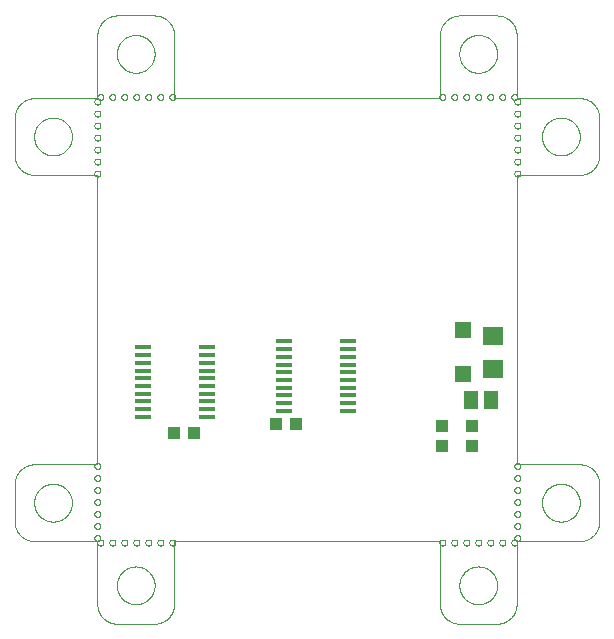
<source format=gtp>
G75*
%MOIN*%
%OFA0B0*%
%FSLAX25Y25*%
%IPPOS*%
%LPD*%
%AMOC8*
5,1,8,0,0,1.08239X$1,22.5*
%
%ADD10C,0.00000*%
%ADD11R,0.05630X0.01378*%
%ADD12R,0.04331X0.03937*%
%ADD13R,0.05512X0.05512*%
%ADD14R,0.05118X0.05906*%
%ADD15R,0.07087X0.06299*%
D10*
X0000000Y-0019685D02*
X0000000Y0000984D01*
X-0020669Y0000984D01*
X-0020830Y0000978D01*
X-0020992Y0000977D01*
X-0021153Y0000980D01*
X-0021314Y0000986D01*
X-0021475Y0000997D01*
X-0021635Y0001011D01*
X-0021795Y0001029D01*
X-0021955Y0001052D01*
X-0022114Y0001078D01*
X-0022272Y0001108D01*
X-0022430Y0001141D01*
X-0022587Y0001179D01*
X-0022742Y0001221D01*
X-0022897Y0001266D01*
X-0023051Y0001315D01*
X-0023203Y0001368D01*
X-0023354Y0001424D01*
X-0023504Y0001484D01*
X-0023652Y0001548D01*
X-0023798Y0001615D01*
X-0023943Y0001686D01*
X-0024086Y0001761D01*
X-0024227Y0001839D01*
X-0024366Y0001920D01*
X-0024503Y0002005D01*
X-0024638Y0002093D01*
X-0024771Y0002184D01*
X-0024901Y0002279D01*
X-0025030Y0002376D01*
X-0025155Y0002477D01*
X-0025279Y0002581D01*
X-0025399Y0002688D01*
X-0025518Y0002798D01*
X-0025633Y0002910D01*
X-0025745Y0003025D01*
X-0025855Y0003144D01*
X-0025962Y0003264D01*
X-0026066Y0003388D01*
X-0026167Y0003513D01*
X-0026264Y0003642D01*
X-0026359Y0003772D01*
X-0026450Y0003905D01*
X-0026538Y0004040D01*
X-0026623Y0004177D01*
X-0026704Y0004316D01*
X-0026782Y0004457D01*
X-0026857Y0004600D01*
X-0026928Y0004745D01*
X-0026995Y0004891D01*
X-0027059Y0005039D01*
X-0027119Y0005189D01*
X-0027175Y0005340D01*
X-0027228Y0005492D01*
X-0027277Y0005646D01*
X-0027322Y0005801D01*
X-0027364Y0005956D01*
X-0027402Y0006113D01*
X-0027435Y0006271D01*
X-0027465Y0006429D01*
X-0027491Y0006588D01*
X-0027514Y0006748D01*
X-0027532Y0006908D01*
X-0027546Y0007068D01*
X-0027557Y0007229D01*
X-0027563Y0007390D01*
X-0027566Y0007551D01*
X-0027565Y0007713D01*
X-0027559Y0007874D01*
X-0027559Y0019685D01*
X-0027560Y0019685D02*
X-0027563Y0019849D01*
X-0027562Y0020012D01*
X-0027557Y0020176D01*
X-0027548Y0020339D01*
X-0027535Y0020502D01*
X-0027518Y0020665D01*
X-0027497Y0020827D01*
X-0027473Y0020988D01*
X-0027444Y0021149D01*
X-0027411Y0021310D01*
X-0027375Y0021469D01*
X-0027334Y0021627D01*
X-0027290Y0021785D01*
X-0027242Y0021941D01*
X-0027190Y0022096D01*
X-0027134Y0022250D01*
X-0027075Y0022402D01*
X-0027012Y0022553D01*
X-0026945Y0022702D01*
X-0026874Y0022850D01*
X-0026800Y0022995D01*
X-0026723Y0023139D01*
X-0026642Y0023281D01*
X-0026557Y0023421D01*
X-0026469Y0023559D01*
X-0026378Y0023695D01*
X-0026284Y0023828D01*
X-0026186Y0023959D01*
X-0026085Y0024088D01*
X-0025981Y0024214D01*
X-0025874Y0024338D01*
X-0025764Y0024459D01*
X-0025651Y0024577D01*
X-0025535Y0024692D01*
X-0025416Y0024805D01*
X-0025295Y0024914D01*
X-0025171Y0025021D01*
X-0025044Y0025125D01*
X-0024915Y0025225D01*
X-0024784Y0025322D01*
X-0024650Y0025416D01*
X-0024514Y0025507D01*
X-0024376Y0025594D01*
X-0024236Y0025678D01*
X-0024093Y0025759D01*
X-0023949Y0025836D01*
X-0023803Y0025909D01*
X-0023655Y0025979D01*
X-0023506Y0026045D01*
X-0023355Y0026108D01*
X-0023202Y0026167D01*
X-0023048Y0026222D01*
X-0022893Y0026273D01*
X-0022737Y0026321D01*
X-0022579Y0026365D01*
X-0022420Y0026405D01*
X-0022261Y0026440D01*
X-0022101Y0026473D01*
X-0021940Y0026501D01*
X-0021778Y0026525D01*
X-0021616Y0026545D01*
X-0021453Y0026561D01*
X-0021290Y0026574D01*
X-0021127Y0026582D01*
X-0020963Y0026586D01*
X-0020800Y0026587D01*
X-0020636Y0026583D01*
X-0020473Y0026575D01*
X-0020472Y0026575D02*
X0000000Y0026575D01*
X0000000Y0123031D01*
X-0020669Y0123031D01*
X-0020669Y0123032D02*
X-0020830Y0123026D01*
X-0020992Y0123025D01*
X-0021153Y0123028D01*
X-0021314Y0123034D01*
X-0021475Y0123045D01*
X-0021635Y0123059D01*
X-0021795Y0123077D01*
X-0021955Y0123100D01*
X-0022114Y0123126D01*
X-0022272Y0123156D01*
X-0022430Y0123189D01*
X-0022587Y0123227D01*
X-0022742Y0123269D01*
X-0022897Y0123314D01*
X-0023051Y0123363D01*
X-0023203Y0123416D01*
X-0023354Y0123472D01*
X-0023504Y0123532D01*
X-0023652Y0123596D01*
X-0023798Y0123663D01*
X-0023943Y0123734D01*
X-0024086Y0123809D01*
X-0024227Y0123887D01*
X-0024366Y0123968D01*
X-0024503Y0124053D01*
X-0024638Y0124141D01*
X-0024771Y0124232D01*
X-0024901Y0124327D01*
X-0025030Y0124424D01*
X-0025155Y0124525D01*
X-0025279Y0124629D01*
X-0025399Y0124736D01*
X-0025518Y0124846D01*
X-0025633Y0124958D01*
X-0025745Y0125073D01*
X-0025855Y0125192D01*
X-0025962Y0125312D01*
X-0026066Y0125436D01*
X-0026167Y0125561D01*
X-0026264Y0125690D01*
X-0026359Y0125820D01*
X-0026450Y0125953D01*
X-0026538Y0126088D01*
X-0026623Y0126225D01*
X-0026704Y0126364D01*
X-0026782Y0126505D01*
X-0026857Y0126648D01*
X-0026928Y0126793D01*
X-0026995Y0126939D01*
X-0027059Y0127087D01*
X-0027119Y0127237D01*
X-0027175Y0127388D01*
X-0027228Y0127540D01*
X-0027277Y0127694D01*
X-0027322Y0127849D01*
X-0027364Y0128004D01*
X-0027402Y0128161D01*
X-0027435Y0128319D01*
X-0027465Y0128477D01*
X-0027491Y0128636D01*
X-0027514Y0128796D01*
X-0027532Y0128956D01*
X-0027546Y0129116D01*
X-0027557Y0129277D01*
X-0027563Y0129438D01*
X-0027566Y0129599D01*
X-0027565Y0129761D01*
X-0027559Y0129922D01*
X-0027559Y0129921D02*
X-0027559Y0141732D01*
X-0027560Y0141732D02*
X-0027563Y0141896D01*
X-0027562Y0142059D01*
X-0027557Y0142223D01*
X-0027548Y0142386D01*
X-0027535Y0142549D01*
X-0027518Y0142712D01*
X-0027497Y0142874D01*
X-0027473Y0143035D01*
X-0027444Y0143196D01*
X-0027411Y0143357D01*
X-0027375Y0143516D01*
X-0027334Y0143674D01*
X-0027290Y0143832D01*
X-0027242Y0143988D01*
X-0027190Y0144143D01*
X-0027134Y0144297D01*
X-0027075Y0144449D01*
X-0027012Y0144600D01*
X-0026945Y0144749D01*
X-0026874Y0144897D01*
X-0026800Y0145042D01*
X-0026723Y0145186D01*
X-0026642Y0145328D01*
X-0026557Y0145468D01*
X-0026469Y0145606D01*
X-0026378Y0145742D01*
X-0026284Y0145875D01*
X-0026186Y0146006D01*
X-0026085Y0146135D01*
X-0025981Y0146261D01*
X-0025874Y0146385D01*
X-0025764Y0146506D01*
X-0025651Y0146624D01*
X-0025535Y0146739D01*
X-0025416Y0146852D01*
X-0025295Y0146961D01*
X-0025171Y0147068D01*
X-0025044Y0147172D01*
X-0024915Y0147272D01*
X-0024784Y0147369D01*
X-0024650Y0147463D01*
X-0024514Y0147554D01*
X-0024376Y0147641D01*
X-0024236Y0147725D01*
X-0024093Y0147806D01*
X-0023949Y0147883D01*
X-0023803Y0147956D01*
X-0023655Y0148026D01*
X-0023506Y0148092D01*
X-0023355Y0148155D01*
X-0023202Y0148214D01*
X-0023048Y0148269D01*
X-0022893Y0148320D01*
X-0022737Y0148368D01*
X-0022579Y0148412D01*
X-0022420Y0148452D01*
X-0022261Y0148487D01*
X-0022101Y0148520D01*
X-0021940Y0148548D01*
X-0021778Y0148572D01*
X-0021616Y0148592D01*
X-0021453Y0148608D01*
X-0021290Y0148621D01*
X-0021127Y0148629D01*
X-0020963Y0148633D01*
X-0020800Y0148634D01*
X-0020636Y0148630D01*
X-0020473Y0148622D01*
X-0020472Y0148622D02*
X0000000Y0148622D01*
X0000000Y0169291D01*
X-0000003Y0169455D01*
X-0000002Y0169618D01*
X0000003Y0169782D01*
X0000012Y0169945D01*
X0000025Y0170108D01*
X0000042Y0170271D01*
X0000063Y0170433D01*
X0000087Y0170594D01*
X0000116Y0170755D01*
X0000149Y0170916D01*
X0000185Y0171075D01*
X0000226Y0171233D01*
X0000270Y0171391D01*
X0000318Y0171547D01*
X0000370Y0171702D01*
X0000426Y0171856D01*
X0000485Y0172008D01*
X0000548Y0172159D01*
X0000615Y0172308D01*
X0000686Y0172456D01*
X0000760Y0172601D01*
X0000837Y0172745D01*
X0000918Y0172887D01*
X0001003Y0173027D01*
X0001091Y0173165D01*
X0001182Y0173301D01*
X0001276Y0173434D01*
X0001374Y0173565D01*
X0001475Y0173694D01*
X0001579Y0173820D01*
X0001686Y0173944D01*
X0001796Y0174065D01*
X0001909Y0174183D01*
X0002025Y0174298D01*
X0002144Y0174411D01*
X0002265Y0174520D01*
X0002389Y0174627D01*
X0002516Y0174731D01*
X0002645Y0174831D01*
X0002776Y0174928D01*
X0002910Y0175022D01*
X0003046Y0175113D01*
X0003184Y0175200D01*
X0003324Y0175284D01*
X0003467Y0175365D01*
X0003611Y0175442D01*
X0003757Y0175515D01*
X0003905Y0175585D01*
X0004054Y0175651D01*
X0004205Y0175714D01*
X0004358Y0175773D01*
X0004512Y0175828D01*
X0004667Y0175879D01*
X0004823Y0175927D01*
X0004981Y0175971D01*
X0005140Y0176011D01*
X0005299Y0176046D01*
X0005459Y0176079D01*
X0005620Y0176107D01*
X0005782Y0176131D01*
X0005944Y0176151D01*
X0006107Y0176167D01*
X0006270Y0176180D01*
X0006433Y0176188D01*
X0006597Y0176192D01*
X0006760Y0176193D01*
X0006924Y0176189D01*
X0007087Y0176181D01*
X0018701Y0176181D01*
X0018700Y0176181D02*
X0018861Y0176187D01*
X0019023Y0176188D01*
X0019184Y0176185D01*
X0019345Y0176179D01*
X0019506Y0176168D01*
X0019666Y0176154D01*
X0019826Y0176136D01*
X0019986Y0176113D01*
X0020145Y0176087D01*
X0020303Y0176057D01*
X0020461Y0176024D01*
X0020618Y0175986D01*
X0020773Y0175944D01*
X0020928Y0175899D01*
X0021082Y0175850D01*
X0021234Y0175797D01*
X0021385Y0175741D01*
X0021535Y0175681D01*
X0021683Y0175617D01*
X0021829Y0175550D01*
X0021974Y0175479D01*
X0022117Y0175404D01*
X0022258Y0175326D01*
X0022397Y0175245D01*
X0022534Y0175160D01*
X0022669Y0175072D01*
X0022802Y0174981D01*
X0022932Y0174886D01*
X0023061Y0174789D01*
X0023186Y0174688D01*
X0023310Y0174584D01*
X0023430Y0174477D01*
X0023549Y0174367D01*
X0023664Y0174255D01*
X0023776Y0174140D01*
X0023886Y0174021D01*
X0023993Y0173901D01*
X0024097Y0173777D01*
X0024198Y0173652D01*
X0024295Y0173523D01*
X0024390Y0173393D01*
X0024481Y0173260D01*
X0024569Y0173125D01*
X0024654Y0172988D01*
X0024735Y0172849D01*
X0024813Y0172708D01*
X0024888Y0172565D01*
X0024959Y0172420D01*
X0025026Y0172274D01*
X0025090Y0172126D01*
X0025150Y0171976D01*
X0025206Y0171825D01*
X0025259Y0171673D01*
X0025308Y0171519D01*
X0025353Y0171364D01*
X0025395Y0171209D01*
X0025433Y0171052D01*
X0025466Y0170894D01*
X0025496Y0170736D01*
X0025522Y0170577D01*
X0025545Y0170417D01*
X0025563Y0170257D01*
X0025577Y0170097D01*
X0025588Y0169936D01*
X0025594Y0169775D01*
X0025597Y0169614D01*
X0025596Y0169452D01*
X0025590Y0169291D01*
X0025591Y0169291D02*
X0025591Y0148622D01*
X0114173Y0148622D01*
X0114173Y0169291D01*
X0114170Y0169455D01*
X0114171Y0169618D01*
X0114176Y0169782D01*
X0114185Y0169945D01*
X0114198Y0170108D01*
X0114215Y0170271D01*
X0114236Y0170433D01*
X0114260Y0170594D01*
X0114289Y0170755D01*
X0114322Y0170916D01*
X0114358Y0171075D01*
X0114399Y0171233D01*
X0114443Y0171391D01*
X0114491Y0171547D01*
X0114543Y0171702D01*
X0114599Y0171856D01*
X0114658Y0172008D01*
X0114721Y0172159D01*
X0114788Y0172308D01*
X0114859Y0172456D01*
X0114933Y0172601D01*
X0115010Y0172745D01*
X0115091Y0172887D01*
X0115176Y0173027D01*
X0115264Y0173165D01*
X0115355Y0173301D01*
X0115449Y0173434D01*
X0115547Y0173565D01*
X0115648Y0173694D01*
X0115752Y0173820D01*
X0115859Y0173944D01*
X0115969Y0174065D01*
X0116082Y0174183D01*
X0116198Y0174298D01*
X0116317Y0174411D01*
X0116438Y0174520D01*
X0116562Y0174627D01*
X0116689Y0174731D01*
X0116818Y0174831D01*
X0116949Y0174928D01*
X0117083Y0175022D01*
X0117219Y0175113D01*
X0117357Y0175200D01*
X0117497Y0175284D01*
X0117640Y0175365D01*
X0117784Y0175442D01*
X0117930Y0175515D01*
X0118078Y0175585D01*
X0118227Y0175651D01*
X0118378Y0175714D01*
X0118531Y0175773D01*
X0118685Y0175828D01*
X0118840Y0175879D01*
X0118996Y0175927D01*
X0119154Y0175971D01*
X0119313Y0176011D01*
X0119472Y0176046D01*
X0119632Y0176079D01*
X0119793Y0176107D01*
X0119955Y0176131D01*
X0120117Y0176151D01*
X0120280Y0176167D01*
X0120443Y0176180D01*
X0120606Y0176188D01*
X0120770Y0176192D01*
X0120933Y0176193D01*
X0121097Y0176189D01*
X0121260Y0176181D01*
X0132874Y0176181D01*
X0133035Y0176187D01*
X0133197Y0176188D01*
X0133358Y0176185D01*
X0133519Y0176179D01*
X0133680Y0176168D01*
X0133840Y0176154D01*
X0134000Y0176136D01*
X0134160Y0176113D01*
X0134319Y0176087D01*
X0134477Y0176057D01*
X0134635Y0176024D01*
X0134792Y0175986D01*
X0134947Y0175944D01*
X0135102Y0175899D01*
X0135256Y0175850D01*
X0135408Y0175797D01*
X0135559Y0175741D01*
X0135709Y0175681D01*
X0135857Y0175617D01*
X0136003Y0175550D01*
X0136148Y0175479D01*
X0136291Y0175404D01*
X0136432Y0175326D01*
X0136571Y0175245D01*
X0136708Y0175160D01*
X0136843Y0175072D01*
X0136976Y0174981D01*
X0137106Y0174886D01*
X0137235Y0174789D01*
X0137360Y0174688D01*
X0137484Y0174584D01*
X0137604Y0174477D01*
X0137723Y0174367D01*
X0137838Y0174255D01*
X0137950Y0174140D01*
X0138060Y0174021D01*
X0138167Y0173901D01*
X0138271Y0173777D01*
X0138372Y0173652D01*
X0138469Y0173523D01*
X0138564Y0173393D01*
X0138655Y0173260D01*
X0138743Y0173125D01*
X0138828Y0172988D01*
X0138909Y0172849D01*
X0138987Y0172708D01*
X0139062Y0172565D01*
X0139133Y0172420D01*
X0139200Y0172274D01*
X0139264Y0172126D01*
X0139324Y0171976D01*
X0139380Y0171825D01*
X0139433Y0171673D01*
X0139482Y0171519D01*
X0139527Y0171364D01*
X0139569Y0171209D01*
X0139607Y0171052D01*
X0139640Y0170894D01*
X0139670Y0170736D01*
X0139696Y0170577D01*
X0139719Y0170417D01*
X0139737Y0170257D01*
X0139751Y0170097D01*
X0139762Y0169936D01*
X0139768Y0169775D01*
X0139771Y0169614D01*
X0139770Y0169452D01*
X0139764Y0169291D01*
X0139764Y0148622D01*
X0160433Y0148622D01*
X0160594Y0148628D01*
X0160756Y0148629D01*
X0160917Y0148626D01*
X0161078Y0148620D01*
X0161239Y0148609D01*
X0161399Y0148595D01*
X0161559Y0148577D01*
X0161719Y0148554D01*
X0161878Y0148528D01*
X0162036Y0148498D01*
X0162194Y0148465D01*
X0162351Y0148427D01*
X0162506Y0148385D01*
X0162661Y0148340D01*
X0162815Y0148291D01*
X0162967Y0148238D01*
X0163118Y0148182D01*
X0163268Y0148122D01*
X0163416Y0148058D01*
X0163562Y0147991D01*
X0163707Y0147920D01*
X0163850Y0147845D01*
X0163991Y0147767D01*
X0164130Y0147686D01*
X0164267Y0147601D01*
X0164402Y0147513D01*
X0164535Y0147422D01*
X0164665Y0147327D01*
X0164794Y0147230D01*
X0164919Y0147129D01*
X0165043Y0147025D01*
X0165163Y0146918D01*
X0165282Y0146808D01*
X0165397Y0146696D01*
X0165509Y0146581D01*
X0165619Y0146462D01*
X0165726Y0146342D01*
X0165830Y0146218D01*
X0165931Y0146093D01*
X0166028Y0145964D01*
X0166123Y0145834D01*
X0166214Y0145701D01*
X0166302Y0145566D01*
X0166387Y0145429D01*
X0166468Y0145290D01*
X0166546Y0145149D01*
X0166621Y0145006D01*
X0166692Y0144861D01*
X0166759Y0144715D01*
X0166823Y0144567D01*
X0166883Y0144417D01*
X0166939Y0144266D01*
X0166992Y0144114D01*
X0167041Y0143960D01*
X0167086Y0143805D01*
X0167128Y0143650D01*
X0167166Y0143493D01*
X0167199Y0143335D01*
X0167229Y0143177D01*
X0167255Y0143018D01*
X0167278Y0142858D01*
X0167296Y0142698D01*
X0167310Y0142538D01*
X0167321Y0142377D01*
X0167327Y0142216D01*
X0167330Y0142055D01*
X0167329Y0141893D01*
X0167323Y0141732D01*
X0167323Y0129921D01*
X0167323Y0129922D02*
X0167329Y0129761D01*
X0167330Y0129599D01*
X0167327Y0129438D01*
X0167321Y0129277D01*
X0167310Y0129116D01*
X0167296Y0128956D01*
X0167278Y0128796D01*
X0167255Y0128636D01*
X0167229Y0128477D01*
X0167199Y0128319D01*
X0167166Y0128161D01*
X0167128Y0128004D01*
X0167086Y0127849D01*
X0167041Y0127694D01*
X0166992Y0127540D01*
X0166939Y0127388D01*
X0166883Y0127237D01*
X0166823Y0127087D01*
X0166759Y0126939D01*
X0166692Y0126793D01*
X0166621Y0126648D01*
X0166546Y0126505D01*
X0166468Y0126364D01*
X0166387Y0126225D01*
X0166302Y0126088D01*
X0166214Y0125953D01*
X0166123Y0125820D01*
X0166028Y0125690D01*
X0165931Y0125561D01*
X0165830Y0125436D01*
X0165726Y0125312D01*
X0165619Y0125192D01*
X0165509Y0125073D01*
X0165397Y0124958D01*
X0165282Y0124846D01*
X0165163Y0124736D01*
X0165043Y0124629D01*
X0164919Y0124525D01*
X0164794Y0124424D01*
X0164665Y0124327D01*
X0164535Y0124232D01*
X0164402Y0124141D01*
X0164267Y0124053D01*
X0164130Y0123968D01*
X0163991Y0123887D01*
X0163850Y0123809D01*
X0163707Y0123734D01*
X0163562Y0123663D01*
X0163416Y0123596D01*
X0163268Y0123532D01*
X0163118Y0123472D01*
X0162967Y0123416D01*
X0162815Y0123363D01*
X0162661Y0123314D01*
X0162506Y0123269D01*
X0162351Y0123227D01*
X0162194Y0123189D01*
X0162036Y0123156D01*
X0161878Y0123126D01*
X0161719Y0123100D01*
X0161559Y0123077D01*
X0161399Y0123059D01*
X0161239Y0123045D01*
X0161078Y0123034D01*
X0160917Y0123028D01*
X0160756Y0123025D01*
X0160594Y0123026D01*
X0160433Y0123032D01*
X0160433Y0123031D02*
X0140000Y0123031D01*
X0140000Y0026575D01*
X0160433Y0026575D01*
X0160594Y0026581D01*
X0160756Y0026582D01*
X0160917Y0026579D01*
X0161078Y0026573D01*
X0161239Y0026562D01*
X0161399Y0026548D01*
X0161559Y0026530D01*
X0161719Y0026507D01*
X0161878Y0026481D01*
X0162036Y0026451D01*
X0162194Y0026418D01*
X0162351Y0026380D01*
X0162506Y0026338D01*
X0162661Y0026293D01*
X0162815Y0026244D01*
X0162967Y0026191D01*
X0163118Y0026135D01*
X0163268Y0026075D01*
X0163416Y0026011D01*
X0163562Y0025944D01*
X0163707Y0025873D01*
X0163850Y0025798D01*
X0163991Y0025720D01*
X0164130Y0025639D01*
X0164267Y0025554D01*
X0164402Y0025466D01*
X0164535Y0025375D01*
X0164665Y0025280D01*
X0164794Y0025183D01*
X0164919Y0025082D01*
X0165043Y0024978D01*
X0165163Y0024871D01*
X0165282Y0024761D01*
X0165397Y0024649D01*
X0165509Y0024534D01*
X0165619Y0024415D01*
X0165726Y0024295D01*
X0165830Y0024171D01*
X0165931Y0024046D01*
X0166028Y0023917D01*
X0166123Y0023787D01*
X0166214Y0023654D01*
X0166302Y0023519D01*
X0166387Y0023382D01*
X0166468Y0023243D01*
X0166546Y0023102D01*
X0166621Y0022959D01*
X0166692Y0022814D01*
X0166759Y0022668D01*
X0166823Y0022520D01*
X0166883Y0022370D01*
X0166939Y0022219D01*
X0166992Y0022067D01*
X0167041Y0021913D01*
X0167086Y0021758D01*
X0167128Y0021603D01*
X0167166Y0021446D01*
X0167199Y0021288D01*
X0167229Y0021130D01*
X0167255Y0020971D01*
X0167278Y0020811D01*
X0167296Y0020651D01*
X0167310Y0020491D01*
X0167321Y0020330D01*
X0167327Y0020169D01*
X0167330Y0020008D01*
X0167329Y0019846D01*
X0167323Y0019685D01*
X0167323Y0007874D01*
X0167329Y0007713D01*
X0167330Y0007551D01*
X0167327Y0007390D01*
X0167321Y0007229D01*
X0167310Y0007068D01*
X0167296Y0006908D01*
X0167278Y0006748D01*
X0167255Y0006588D01*
X0167229Y0006429D01*
X0167199Y0006271D01*
X0167166Y0006113D01*
X0167128Y0005956D01*
X0167086Y0005801D01*
X0167041Y0005646D01*
X0166992Y0005492D01*
X0166939Y0005340D01*
X0166883Y0005189D01*
X0166823Y0005039D01*
X0166759Y0004891D01*
X0166692Y0004745D01*
X0166621Y0004600D01*
X0166546Y0004457D01*
X0166468Y0004316D01*
X0166387Y0004177D01*
X0166302Y0004040D01*
X0166214Y0003905D01*
X0166123Y0003772D01*
X0166028Y0003642D01*
X0165931Y0003513D01*
X0165830Y0003388D01*
X0165726Y0003264D01*
X0165619Y0003144D01*
X0165509Y0003025D01*
X0165397Y0002910D01*
X0165282Y0002798D01*
X0165163Y0002688D01*
X0165043Y0002581D01*
X0164919Y0002477D01*
X0164794Y0002376D01*
X0164665Y0002279D01*
X0164535Y0002184D01*
X0164402Y0002093D01*
X0164267Y0002005D01*
X0164130Y0001920D01*
X0163991Y0001839D01*
X0163850Y0001761D01*
X0163707Y0001686D01*
X0163562Y0001615D01*
X0163416Y0001548D01*
X0163268Y0001484D01*
X0163118Y0001424D01*
X0162967Y0001368D01*
X0162815Y0001315D01*
X0162661Y0001266D01*
X0162506Y0001221D01*
X0162351Y0001179D01*
X0162194Y0001141D01*
X0162036Y0001108D01*
X0161878Y0001078D01*
X0161719Y0001052D01*
X0161559Y0001029D01*
X0161399Y0001011D01*
X0161239Y0000997D01*
X0161078Y0000986D01*
X0160917Y0000980D01*
X0160756Y0000977D01*
X0160594Y0000978D01*
X0160433Y0000984D01*
X0139764Y0000984D01*
X0139764Y-0019685D01*
X0139770Y-0019846D01*
X0139771Y-0020008D01*
X0139768Y-0020169D01*
X0139762Y-0020330D01*
X0139751Y-0020491D01*
X0139737Y-0020651D01*
X0139719Y-0020811D01*
X0139696Y-0020971D01*
X0139670Y-0021130D01*
X0139640Y-0021288D01*
X0139607Y-0021446D01*
X0139569Y-0021603D01*
X0139527Y-0021758D01*
X0139482Y-0021913D01*
X0139433Y-0022067D01*
X0139380Y-0022219D01*
X0139324Y-0022370D01*
X0139264Y-0022520D01*
X0139200Y-0022668D01*
X0139133Y-0022814D01*
X0139062Y-0022959D01*
X0138987Y-0023102D01*
X0138909Y-0023243D01*
X0138828Y-0023382D01*
X0138743Y-0023519D01*
X0138655Y-0023654D01*
X0138564Y-0023787D01*
X0138469Y-0023917D01*
X0138372Y-0024046D01*
X0138271Y-0024171D01*
X0138167Y-0024295D01*
X0138060Y-0024415D01*
X0137950Y-0024534D01*
X0137838Y-0024649D01*
X0137723Y-0024761D01*
X0137604Y-0024871D01*
X0137484Y-0024978D01*
X0137360Y-0025082D01*
X0137235Y-0025183D01*
X0137106Y-0025280D01*
X0136976Y-0025375D01*
X0136843Y-0025466D01*
X0136708Y-0025554D01*
X0136571Y-0025639D01*
X0136432Y-0025720D01*
X0136291Y-0025798D01*
X0136148Y-0025873D01*
X0136003Y-0025944D01*
X0135857Y-0026011D01*
X0135709Y-0026075D01*
X0135559Y-0026135D01*
X0135408Y-0026191D01*
X0135256Y-0026244D01*
X0135102Y-0026293D01*
X0134947Y-0026338D01*
X0134792Y-0026380D01*
X0134635Y-0026418D01*
X0134477Y-0026451D01*
X0134319Y-0026481D01*
X0134160Y-0026507D01*
X0134000Y-0026530D01*
X0133840Y-0026548D01*
X0133680Y-0026562D01*
X0133519Y-0026573D01*
X0133358Y-0026579D01*
X0133197Y-0026582D01*
X0133035Y-0026581D01*
X0132874Y-0026575D01*
X0121063Y-0026575D01*
X0120902Y-0026581D01*
X0120740Y-0026582D01*
X0120579Y-0026579D01*
X0120418Y-0026573D01*
X0120257Y-0026562D01*
X0120097Y-0026548D01*
X0119937Y-0026530D01*
X0119777Y-0026507D01*
X0119618Y-0026481D01*
X0119460Y-0026451D01*
X0119302Y-0026418D01*
X0119145Y-0026380D01*
X0118990Y-0026338D01*
X0118835Y-0026293D01*
X0118681Y-0026244D01*
X0118529Y-0026191D01*
X0118378Y-0026135D01*
X0118228Y-0026075D01*
X0118080Y-0026011D01*
X0117934Y-0025944D01*
X0117789Y-0025873D01*
X0117646Y-0025798D01*
X0117505Y-0025720D01*
X0117366Y-0025639D01*
X0117229Y-0025554D01*
X0117094Y-0025466D01*
X0116961Y-0025375D01*
X0116831Y-0025280D01*
X0116702Y-0025183D01*
X0116577Y-0025082D01*
X0116453Y-0024978D01*
X0116333Y-0024871D01*
X0116214Y-0024761D01*
X0116099Y-0024649D01*
X0115987Y-0024534D01*
X0115877Y-0024415D01*
X0115770Y-0024295D01*
X0115666Y-0024171D01*
X0115565Y-0024046D01*
X0115468Y-0023917D01*
X0115373Y-0023787D01*
X0115282Y-0023654D01*
X0115194Y-0023519D01*
X0115109Y-0023382D01*
X0115028Y-0023243D01*
X0114950Y-0023102D01*
X0114875Y-0022959D01*
X0114804Y-0022814D01*
X0114737Y-0022668D01*
X0114673Y-0022520D01*
X0114613Y-0022370D01*
X0114557Y-0022219D01*
X0114504Y-0022067D01*
X0114455Y-0021913D01*
X0114410Y-0021758D01*
X0114368Y-0021603D01*
X0114330Y-0021446D01*
X0114297Y-0021288D01*
X0114267Y-0021130D01*
X0114241Y-0020971D01*
X0114218Y-0020811D01*
X0114200Y-0020651D01*
X0114186Y-0020491D01*
X0114175Y-0020330D01*
X0114169Y-0020169D01*
X0114166Y-0020008D01*
X0114167Y-0019846D01*
X0114173Y-0019685D01*
X0114173Y0000984D01*
X0025591Y0000984D01*
X0025591Y-0019685D01*
X0025590Y-0019685D02*
X0025596Y-0019846D01*
X0025597Y-0020008D01*
X0025594Y-0020169D01*
X0025588Y-0020330D01*
X0025577Y-0020491D01*
X0025563Y-0020651D01*
X0025545Y-0020811D01*
X0025522Y-0020971D01*
X0025496Y-0021130D01*
X0025466Y-0021288D01*
X0025433Y-0021446D01*
X0025395Y-0021603D01*
X0025353Y-0021758D01*
X0025308Y-0021913D01*
X0025259Y-0022067D01*
X0025206Y-0022219D01*
X0025150Y-0022370D01*
X0025090Y-0022520D01*
X0025026Y-0022668D01*
X0024959Y-0022814D01*
X0024888Y-0022959D01*
X0024813Y-0023102D01*
X0024735Y-0023243D01*
X0024654Y-0023382D01*
X0024569Y-0023519D01*
X0024481Y-0023654D01*
X0024390Y-0023787D01*
X0024295Y-0023917D01*
X0024198Y-0024046D01*
X0024097Y-0024171D01*
X0023993Y-0024295D01*
X0023886Y-0024415D01*
X0023776Y-0024534D01*
X0023664Y-0024649D01*
X0023549Y-0024761D01*
X0023430Y-0024871D01*
X0023310Y-0024978D01*
X0023186Y-0025082D01*
X0023061Y-0025183D01*
X0022932Y-0025280D01*
X0022802Y-0025375D01*
X0022669Y-0025466D01*
X0022534Y-0025554D01*
X0022397Y-0025639D01*
X0022258Y-0025720D01*
X0022117Y-0025798D01*
X0021974Y-0025873D01*
X0021829Y-0025944D01*
X0021683Y-0026011D01*
X0021535Y-0026075D01*
X0021385Y-0026135D01*
X0021234Y-0026191D01*
X0021082Y-0026244D01*
X0020928Y-0026293D01*
X0020773Y-0026338D01*
X0020618Y-0026380D01*
X0020461Y-0026418D01*
X0020303Y-0026451D01*
X0020145Y-0026481D01*
X0019986Y-0026507D01*
X0019826Y-0026530D01*
X0019666Y-0026548D01*
X0019506Y-0026562D01*
X0019345Y-0026573D01*
X0019184Y-0026579D01*
X0019023Y-0026582D01*
X0018861Y-0026581D01*
X0018700Y-0026575D01*
X0018701Y-0026575D02*
X0006890Y-0026575D01*
X0006729Y-0026581D01*
X0006567Y-0026582D01*
X0006406Y-0026579D01*
X0006245Y-0026573D01*
X0006084Y-0026562D01*
X0005924Y-0026548D01*
X0005764Y-0026530D01*
X0005604Y-0026507D01*
X0005445Y-0026481D01*
X0005287Y-0026451D01*
X0005129Y-0026418D01*
X0004972Y-0026380D01*
X0004817Y-0026338D01*
X0004662Y-0026293D01*
X0004508Y-0026244D01*
X0004356Y-0026191D01*
X0004205Y-0026135D01*
X0004055Y-0026075D01*
X0003907Y-0026011D01*
X0003761Y-0025944D01*
X0003616Y-0025873D01*
X0003473Y-0025798D01*
X0003332Y-0025720D01*
X0003193Y-0025639D01*
X0003056Y-0025554D01*
X0002921Y-0025466D01*
X0002788Y-0025375D01*
X0002658Y-0025280D01*
X0002529Y-0025183D01*
X0002404Y-0025082D01*
X0002280Y-0024978D01*
X0002160Y-0024871D01*
X0002041Y-0024761D01*
X0001926Y-0024649D01*
X0001814Y-0024534D01*
X0001704Y-0024415D01*
X0001597Y-0024295D01*
X0001493Y-0024171D01*
X0001392Y-0024046D01*
X0001295Y-0023917D01*
X0001200Y-0023787D01*
X0001109Y-0023654D01*
X0001021Y-0023519D01*
X0000936Y-0023382D01*
X0000855Y-0023243D01*
X0000777Y-0023102D01*
X0000702Y-0022959D01*
X0000631Y-0022814D01*
X0000564Y-0022668D01*
X0000500Y-0022520D01*
X0000440Y-0022370D01*
X0000384Y-0022219D01*
X0000331Y-0022067D01*
X0000282Y-0021913D01*
X0000237Y-0021758D01*
X0000195Y-0021603D01*
X0000157Y-0021446D01*
X0000124Y-0021288D01*
X0000094Y-0021130D01*
X0000068Y-0020971D01*
X0000045Y-0020811D01*
X0000027Y-0020651D01*
X0000013Y-0020491D01*
X0000002Y-0020330D01*
X-0000004Y-0020169D01*
X-0000007Y-0020008D01*
X-0000006Y-0019846D01*
X0000000Y-0019685D01*
X0006496Y-0013780D02*
X0006498Y-0013622D01*
X0006504Y-0013464D01*
X0006514Y-0013306D01*
X0006528Y-0013148D01*
X0006546Y-0012991D01*
X0006567Y-0012834D01*
X0006593Y-0012678D01*
X0006623Y-0012522D01*
X0006656Y-0012367D01*
X0006694Y-0012214D01*
X0006735Y-0012061D01*
X0006780Y-0011909D01*
X0006829Y-0011758D01*
X0006882Y-0011609D01*
X0006938Y-0011461D01*
X0006998Y-0011315D01*
X0007062Y-0011170D01*
X0007130Y-0011027D01*
X0007201Y-0010885D01*
X0007275Y-0010745D01*
X0007353Y-0010608D01*
X0007435Y-0010472D01*
X0007519Y-0010338D01*
X0007608Y-0010207D01*
X0007699Y-0010078D01*
X0007794Y-0009951D01*
X0007891Y-0009826D01*
X0007992Y-0009704D01*
X0008096Y-0009585D01*
X0008203Y-0009468D01*
X0008313Y-0009354D01*
X0008426Y-0009243D01*
X0008541Y-0009134D01*
X0008659Y-0009029D01*
X0008780Y-0008927D01*
X0008903Y-0008827D01*
X0009029Y-0008731D01*
X0009157Y-0008638D01*
X0009287Y-0008548D01*
X0009420Y-0008462D01*
X0009555Y-0008378D01*
X0009691Y-0008299D01*
X0009830Y-0008222D01*
X0009971Y-0008150D01*
X0010113Y-0008080D01*
X0010257Y-0008015D01*
X0010403Y-0007953D01*
X0010550Y-0007895D01*
X0010699Y-0007840D01*
X0010849Y-0007789D01*
X0011000Y-0007742D01*
X0011152Y-0007699D01*
X0011305Y-0007660D01*
X0011460Y-0007624D01*
X0011615Y-0007593D01*
X0011771Y-0007565D01*
X0011927Y-0007541D01*
X0012084Y-0007521D01*
X0012242Y-0007505D01*
X0012399Y-0007493D01*
X0012558Y-0007485D01*
X0012716Y-0007481D01*
X0012874Y-0007481D01*
X0013032Y-0007485D01*
X0013191Y-0007493D01*
X0013348Y-0007505D01*
X0013506Y-0007521D01*
X0013663Y-0007541D01*
X0013819Y-0007565D01*
X0013975Y-0007593D01*
X0014130Y-0007624D01*
X0014285Y-0007660D01*
X0014438Y-0007699D01*
X0014590Y-0007742D01*
X0014741Y-0007789D01*
X0014891Y-0007840D01*
X0015040Y-0007895D01*
X0015187Y-0007953D01*
X0015333Y-0008015D01*
X0015477Y-0008080D01*
X0015619Y-0008150D01*
X0015760Y-0008222D01*
X0015899Y-0008299D01*
X0016035Y-0008378D01*
X0016170Y-0008462D01*
X0016303Y-0008548D01*
X0016433Y-0008638D01*
X0016561Y-0008731D01*
X0016687Y-0008827D01*
X0016810Y-0008927D01*
X0016931Y-0009029D01*
X0017049Y-0009134D01*
X0017164Y-0009243D01*
X0017277Y-0009354D01*
X0017387Y-0009468D01*
X0017494Y-0009585D01*
X0017598Y-0009704D01*
X0017699Y-0009826D01*
X0017796Y-0009951D01*
X0017891Y-0010078D01*
X0017982Y-0010207D01*
X0018071Y-0010338D01*
X0018155Y-0010472D01*
X0018237Y-0010608D01*
X0018315Y-0010745D01*
X0018389Y-0010885D01*
X0018460Y-0011027D01*
X0018528Y-0011170D01*
X0018592Y-0011315D01*
X0018652Y-0011461D01*
X0018708Y-0011609D01*
X0018761Y-0011758D01*
X0018810Y-0011909D01*
X0018855Y-0012061D01*
X0018896Y-0012214D01*
X0018934Y-0012367D01*
X0018967Y-0012522D01*
X0018997Y-0012678D01*
X0019023Y-0012834D01*
X0019044Y-0012991D01*
X0019062Y-0013148D01*
X0019076Y-0013306D01*
X0019086Y-0013464D01*
X0019092Y-0013622D01*
X0019094Y-0013780D01*
X0019092Y-0013938D01*
X0019086Y-0014096D01*
X0019076Y-0014254D01*
X0019062Y-0014412D01*
X0019044Y-0014569D01*
X0019023Y-0014726D01*
X0018997Y-0014882D01*
X0018967Y-0015038D01*
X0018934Y-0015193D01*
X0018896Y-0015346D01*
X0018855Y-0015499D01*
X0018810Y-0015651D01*
X0018761Y-0015802D01*
X0018708Y-0015951D01*
X0018652Y-0016099D01*
X0018592Y-0016245D01*
X0018528Y-0016390D01*
X0018460Y-0016533D01*
X0018389Y-0016675D01*
X0018315Y-0016815D01*
X0018237Y-0016952D01*
X0018155Y-0017088D01*
X0018071Y-0017222D01*
X0017982Y-0017353D01*
X0017891Y-0017482D01*
X0017796Y-0017609D01*
X0017699Y-0017734D01*
X0017598Y-0017856D01*
X0017494Y-0017975D01*
X0017387Y-0018092D01*
X0017277Y-0018206D01*
X0017164Y-0018317D01*
X0017049Y-0018426D01*
X0016931Y-0018531D01*
X0016810Y-0018633D01*
X0016687Y-0018733D01*
X0016561Y-0018829D01*
X0016433Y-0018922D01*
X0016303Y-0019012D01*
X0016170Y-0019098D01*
X0016035Y-0019182D01*
X0015899Y-0019261D01*
X0015760Y-0019338D01*
X0015619Y-0019410D01*
X0015477Y-0019480D01*
X0015333Y-0019545D01*
X0015187Y-0019607D01*
X0015040Y-0019665D01*
X0014891Y-0019720D01*
X0014741Y-0019771D01*
X0014590Y-0019818D01*
X0014438Y-0019861D01*
X0014285Y-0019900D01*
X0014130Y-0019936D01*
X0013975Y-0019967D01*
X0013819Y-0019995D01*
X0013663Y-0020019D01*
X0013506Y-0020039D01*
X0013348Y-0020055D01*
X0013191Y-0020067D01*
X0013032Y-0020075D01*
X0012874Y-0020079D01*
X0012716Y-0020079D01*
X0012558Y-0020075D01*
X0012399Y-0020067D01*
X0012242Y-0020055D01*
X0012084Y-0020039D01*
X0011927Y-0020019D01*
X0011771Y-0019995D01*
X0011615Y-0019967D01*
X0011460Y-0019936D01*
X0011305Y-0019900D01*
X0011152Y-0019861D01*
X0011000Y-0019818D01*
X0010849Y-0019771D01*
X0010699Y-0019720D01*
X0010550Y-0019665D01*
X0010403Y-0019607D01*
X0010257Y-0019545D01*
X0010113Y-0019480D01*
X0009971Y-0019410D01*
X0009830Y-0019338D01*
X0009691Y-0019261D01*
X0009555Y-0019182D01*
X0009420Y-0019098D01*
X0009287Y-0019012D01*
X0009157Y-0018922D01*
X0009029Y-0018829D01*
X0008903Y-0018733D01*
X0008780Y-0018633D01*
X0008659Y-0018531D01*
X0008541Y-0018426D01*
X0008426Y-0018317D01*
X0008313Y-0018206D01*
X0008203Y-0018092D01*
X0008096Y-0017975D01*
X0007992Y-0017856D01*
X0007891Y-0017734D01*
X0007794Y-0017609D01*
X0007699Y-0017482D01*
X0007608Y-0017353D01*
X0007519Y-0017222D01*
X0007435Y-0017088D01*
X0007353Y-0016952D01*
X0007275Y-0016815D01*
X0007201Y-0016675D01*
X0007130Y-0016533D01*
X0007062Y-0016390D01*
X0006998Y-0016245D01*
X0006938Y-0016099D01*
X0006882Y-0015951D01*
X0006829Y-0015802D01*
X0006780Y-0015651D01*
X0006735Y-0015499D01*
X0006694Y-0015346D01*
X0006656Y-0015193D01*
X0006623Y-0015038D01*
X0006593Y-0014882D01*
X0006567Y-0014726D01*
X0006546Y-0014569D01*
X0006528Y-0014412D01*
X0006514Y-0014254D01*
X0006504Y-0014096D01*
X0006498Y-0013938D01*
X0006496Y-0013780D01*
X0004000Y0000500D02*
X0004002Y0000563D01*
X0004008Y0000625D01*
X0004018Y0000687D01*
X0004031Y0000749D01*
X0004049Y0000809D01*
X0004070Y0000868D01*
X0004095Y0000926D01*
X0004124Y0000982D01*
X0004156Y0001036D01*
X0004191Y0001088D01*
X0004229Y0001137D01*
X0004271Y0001185D01*
X0004315Y0001229D01*
X0004363Y0001271D01*
X0004412Y0001309D01*
X0004464Y0001344D01*
X0004518Y0001376D01*
X0004574Y0001405D01*
X0004632Y0001430D01*
X0004691Y0001451D01*
X0004751Y0001469D01*
X0004813Y0001482D01*
X0004875Y0001492D01*
X0004937Y0001498D01*
X0005000Y0001500D01*
X0005063Y0001498D01*
X0005125Y0001492D01*
X0005187Y0001482D01*
X0005249Y0001469D01*
X0005309Y0001451D01*
X0005368Y0001430D01*
X0005426Y0001405D01*
X0005482Y0001376D01*
X0005536Y0001344D01*
X0005588Y0001309D01*
X0005637Y0001271D01*
X0005685Y0001229D01*
X0005729Y0001185D01*
X0005771Y0001137D01*
X0005809Y0001088D01*
X0005844Y0001036D01*
X0005876Y0000982D01*
X0005905Y0000926D01*
X0005930Y0000868D01*
X0005951Y0000809D01*
X0005969Y0000749D01*
X0005982Y0000687D01*
X0005992Y0000625D01*
X0005998Y0000563D01*
X0006000Y0000500D01*
X0005998Y0000437D01*
X0005992Y0000375D01*
X0005982Y0000313D01*
X0005969Y0000251D01*
X0005951Y0000191D01*
X0005930Y0000132D01*
X0005905Y0000074D01*
X0005876Y0000018D01*
X0005844Y-0000036D01*
X0005809Y-0000088D01*
X0005771Y-0000137D01*
X0005729Y-0000185D01*
X0005685Y-0000229D01*
X0005637Y-0000271D01*
X0005588Y-0000309D01*
X0005536Y-0000344D01*
X0005482Y-0000376D01*
X0005426Y-0000405D01*
X0005368Y-0000430D01*
X0005309Y-0000451D01*
X0005249Y-0000469D01*
X0005187Y-0000482D01*
X0005125Y-0000492D01*
X0005063Y-0000498D01*
X0005000Y-0000500D01*
X0004937Y-0000498D01*
X0004875Y-0000492D01*
X0004813Y-0000482D01*
X0004751Y-0000469D01*
X0004691Y-0000451D01*
X0004632Y-0000430D01*
X0004574Y-0000405D01*
X0004518Y-0000376D01*
X0004464Y-0000344D01*
X0004412Y-0000309D01*
X0004363Y-0000271D01*
X0004315Y-0000229D01*
X0004271Y-0000185D01*
X0004229Y-0000137D01*
X0004191Y-0000088D01*
X0004156Y-0000036D01*
X0004124Y0000018D01*
X0004095Y0000074D01*
X0004070Y0000132D01*
X0004049Y0000191D01*
X0004031Y0000251D01*
X0004018Y0000313D01*
X0004008Y0000375D01*
X0004002Y0000437D01*
X0004000Y0000500D01*
X0000000Y0000500D02*
X0000002Y0000563D01*
X0000008Y0000625D01*
X0000018Y0000687D01*
X0000031Y0000749D01*
X0000049Y0000809D01*
X0000070Y0000868D01*
X0000095Y0000926D01*
X0000124Y0000982D01*
X0000156Y0001036D01*
X0000191Y0001088D01*
X0000229Y0001137D01*
X0000271Y0001185D01*
X0000315Y0001229D01*
X0000363Y0001271D01*
X0000412Y0001309D01*
X0000464Y0001344D01*
X0000518Y0001376D01*
X0000574Y0001405D01*
X0000632Y0001430D01*
X0000691Y0001451D01*
X0000751Y0001469D01*
X0000813Y0001482D01*
X0000875Y0001492D01*
X0000937Y0001498D01*
X0001000Y0001500D01*
X0001063Y0001498D01*
X0001125Y0001492D01*
X0001187Y0001482D01*
X0001249Y0001469D01*
X0001309Y0001451D01*
X0001368Y0001430D01*
X0001426Y0001405D01*
X0001482Y0001376D01*
X0001536Y0001344D01*
X0001588Y0001309D01*
X0001637Y0001271D01*
X0001685Y0001229D01*
X0001729Y0001185D01*
X0001771Y0001137D01*
X0001809Y0001088D01*
X0001844Y0001036D01*
X0001876Y0000982D01*
X0001905Y0000926D01*
X0001930Y0000868D01*
X0001951Y0000809D01*
X0001969Y0000749D01*
X0001982Y0000687D01*
X0001992Y0000625D01*
X0001998Y0000563D01*
X0002000Y0000500D01*
X0001998Y0000437D01*
X0001992Y0000375D01*
X0001982Y0000313D01*
X0001969Y0000251D01*
X0001951Y0000191D01*
X0001930Y0000132D01*
X0001905Y0000074D01*
X0001876Y0000018D01*
X0001844Y-0000036D01*
X0001809Y-0000088D01*
X0001771Y-0000137D01*
X0001729Y-0000185D01*
X0001685Y-0000229D01*
X0001637Y-0000271D01*
X0001588Y-0000309D01*
X0001536Y-0000344D01*
X0001482Y-0000376D01*
X0001426Y-0000405D01*
X0001368Y-0000430D01*
X0001309Y-0000451D01*
X0001249Y-0000469D01*
X0001187Y-0000482D01*
X0001125Y-0000492D01*
X0001063Y-0000498D01*
X0001000Y-0000500D01*
X0000937Y-0000498D01*
X0000875Y-0000492D01*
X0000813Y-0000482D01*
X0000751Y-0000469D01*
X0000691Y-0000451D01*
X0000632Y-0000430D01*
X0000574Y-0000405D01*
X0000518Y-0000376D01*
X0000464Y-0000344D01*
X0000412Y-0000309D01*
X0000363Y-0000271D01*
X0000315Y-0000229D01*
X0000271Y-0000185D01*
X0000229Y-0000137D01*
X0000191Y-0000088D01*
X0000156Y-0000036D01*
X0000124Y0000018D01*
X0000095Y0000074D01*
X0000070Y0000132D01*
X0000049Y0000191D01*
X0000031Y0000251D01*
X0000018Y0000313D01*
X0000008Y0000375D01*
X0000002Y0000437D01*
X0000000Y0000500D01*
X-0001000Y0002000D02*
X-0000998Y0002063D01*
X-0000992Y0002125D01*
X-0000982Y0002187D01*
X-0000969Y0002249D01*
X-0000951Y0002309D01*
X-0000930Y0002368D01*
X-0000905Y0002426D01*
X-0000876Y0002482D01*
X-0000844Y0002536D01*
X-0000809Y0002588D01*
X-0000771Y0002637D01*
X-0000729Y0002685D01*
X-0000685Y0002729D01*
X-0000637Y0002771D01*
X-0000588Y0002809D01*
X-0000536Y0002844D01*
X-0000482Y0002876D01*
X-0000426Y0002905D01*
X-0000368Y0002930D01*
X-0000309Y0002951D01*
X-0000249Y0002969D01*
X-0000187Y0002982D01*
X-0000125Y0002992D01*
X-0000063Y0002998D01*
X0000000Y0003000D01*
X0000063Y0002998D01*
X0000125Y0002992D01*
X0000187Y0002982D01*
X0000249Y0002969D01*
X0000309Y0002951D01*
X0000368Y0002930D01*
X0000426Y0002905D01*
X0000482Y0002876D01*
X0000536Y0002844D01*
X0000588Y0002809D01*
X0000637Y0002771D01*
X0000685Y0002729D01*
X0000729Y0002685D01*
X0000771Y0002637D01*
X0000809Y0002588D01*
X0000844Y0002536D01*
X0000876Y0002482D01*
X0000905Y0002426D01*
X0000930Y0002368D01*
X0000951Y0002309D01*
X0000969Y0002249D01*
X0000982Y0002187D01*
X0000992Y0002125D01*
X0000998Y0002063D01*
X0001000Y0002000D01*
X0000998Y0001937D01*
X0000992Y0001875D01*
X0000982Y0001813D01*
X0000969Y0001751D01*
X0000951Y0001691D01*
X0000930Y0001632D01*
X0000905Y0001574D01*
X0000876Y0001518D01*
X0000844Y0001464D01*
X0000809Y0001412D01*
X0000771Y0001363D01*
X0000729Y0001315D01*
X0000685Y0001271D01*
X0000637Y0001229D01*
X0000588Y0001191D01*
X0000536Y0001156D01*
X0000482Y0001124D01*
X0000426Y0001095D01*
X0000368Y0001070D01*
X0000309Y0001049D01*
X0000249Y0001031D01*
X0000187Y0001018D01*
X0000125Y0001008D01*
X0000063Y0001002D01*
X0000000Y0001000D01*
X-0000063Y0001002D01*
X-0000125Y0001008D01*
X-0000187Y0001018D01*
X-0000249Y0001031D01*
X-0000309Y0001049D01*
X-0000368Y0001070D01*
X-0000426Y0001095D01*
X-0000482Y0001124D01*
X-0000536Y0001156D01*
X-0000588Y0001191D01*
X-0000637Y0001229D01*
X-0000685Y0001271D01*
X-0000729Y0001315D01*
X-0000771Y0001363D01*
X-0000809Y0001412D01*
X-0000844Y0001464D01*
X-0000876Y0001518D01*
X-0000905Y0001574D01*
X-0000930Y0001632D01*
X-0000951Y0001691D01*
X-0000969Y0001751D01*
X-0000982Y0001813D01*
X-0000992Y0001875D01*
X-0000998Y0001937D01*
X-0001000Y0002000D01*
X-0001000Y0006000D02*
X-0000998Y0006063D01*
X-0000992Y0006125D01*
X-0000982Y0006187D01*
X-0000969Y0006249D01*
X-0000951Y0006309D01*
X-0000930Y0006368D01*
X-0000905Y0006426D01*
X-0000876Y0006482D01*
X-0000844Y0006536D01*
X-0000809Y0006588D01*
X-0000771Y0006637D01*
X-0000729Y0006685D01*
X-0000685Y0006729D01*
X-0000637Y0006771D01*
X-0000588Y0006809D01*
X-0000536Y0006844D01*
X-0000482Y0006876D01*
X-0000426Y0006905D01*
X-0000368Y0006930D01*
X-0000309Y0006951D01*
X-0000249Y0006969D01*
X-0000187Y0006982D01*
X-0000125Y0006992D01*
X-0000063Y0006998D01*
X0000000Y0007000D01*
X0000063Y0006998D01*
X0000125Y0006992D01*
X0000187Y0006982D01*
X0000249Y0006969D01*
X0000309Y0006951D01*
X0000368Y0006930D01*
X0000426Y0006905D01*
X0000482Y0006876D01*
X0000536Y0006844D01*
X0000588Y0006809D01*
X0000637Y0006771D01*
X0000685Y0006729D01*
X0000729Y0006685D01*
X0000771Y0006637D01*
X0000809Y0006588D01*
X0000844Y0006536D01*
X0000876Y0006482D01*
X0000905Y0006426D01*
X0000930Y0006368D01*
X0000951Y0006309D01*
X0000969Y0006249D01*
X0000982Y0006187D01*
X0000992Y0006125D01*
X0000998Y0006063D01*
X0001000Y0006000D01*
X0000998Y0005937D01*
X0000992Y0005875D01*
X0000982Y0005813D01*
X0000969Y0005751D01*
X0000951Y0005691D01*
X0000930Y0005632D01*
X0000905Y0005574D01*
X0000876Y0005518D01*
X0000844Y0005464D01*
X0000809Y0005412D01*
X0000771Y0005363D01*
X0000729Y0005315D01*
X0000685Y0005271D01*
X0000637Y0005229D01*
X0000588Y0005191D01*
X0000536Y0005156D01*
X0000482Y0005124D01*
X0000426Y0005095D01*
X0000368Y0005070D01*
X0000309Y0005049D01*
X0000249Y0005031D01*
X0000187Y0005018D01*
X0000125Y0005008D01*
X0000063Y0005002D01*
X0000000Y0005000D01*
X-0000063Y0005002D01*
X-0000125Y0005008D01*
X-0000187Y0005018D01*
X-0000249Y0005031D01*
X-0000309Y0005049D01*
X-0000368Y0005070D01*
X-0000426Y0005095D01*
X-0000482Y0005124D01*
X-0000536Y0005156D01*
X-0000588Y0005191D01*
X-0000637Y0005229D01*
X-0000685Y0005271D01*
X-0000729Y0005315D01*
X-0000771Y0005363D01*
X-0000809Y0005412D01*
X-0000844Y0005464D01*
X-0000876Y0005518D01*
X-0000905Y0005574D01*
X-0000930Y0005632D01*
X-0000951Y0005691D01*
X-0000969Y0005751D01*
X-0000982Y0005813D01*
X-0000992Y0005875D01*
X-0000998Y0005937D01*
X-0001000Y0006000D01*
X-0001000Y0010000D02*
X-0000998Y0010063D01*
X-0000992Y0010125D01*
X-0000982Y0010187D01*
X-0000969Y0010249D01*
X-0000951Y0010309D01*
X-0000930Y0010368D01*
X-0000905Y0010426D01*
X-0000876Y0010482D01*
X-0000844Y0010536D01*
X-0000809Y0010588D01*
X-0000771Y0010637D01*
X-0000729Y0010685D01*
X-0000685Y0010729D01*
X-0000637Y0010771D01*
X-0000588Y0010809D01*
X-0000536Y0010844D01*
X-0000482Y0010876D01*
X-0000426Y0010905D01*
X-0000368Y0010930D01*
X-0000309Y0010951D01*
X-0000249Y0010969D01*
X-0000187Y0010982D01*
X-0000125Y0010992D01*
X-0000063Y0010998D01*
X0000000Y0011000D01*
X0000063Y0010998D01*
X0000125Y0010992D01*
X0000187Y0010982D01*
X0000249Y0010969D01*
X0000309Y0010951D01*
X0000368Y0010930D01*
X0000426Y0010905D01*
X0000482Y0010876D01*
X0000536Y0010844D01*
X0000588Y0010809D01*
X0000637Y0010771D01*
X0000685Y0010729D01*
X0000729Y0010685D01*
X0000771Y0010637D01*
X0000809Y0010588D01*
X0000844Y0010536D01*
X0000876Y0010482D01*
X0000905Y0010426D01*
X0000930Y0010368D01*
X0000951Y0010309D01*
X0000969Y0010249D01*
X0000982Y0010187D01*
X0000992Y0010125D01*
X0000998Y0010063D01*
X0001000Y0010000D01*
X0000998Y0009937D01*
X0000992Y0009875D01*
X0000982Y0009813D01*
X0000969Y0009751D01*
X0000951Y0009691D01*
X0000930Y0009632D01*
X0000905Y0009574D01*
X0000876Y0009518D01*
X0000844Y0009464D01*
X0000809Y0009412D01*
X0000771Y0009363D01*
X0000729Y0009315D01*
X0000685Y0009271D01*
X0000637Y0009229D01*
X0000588Y0009191D01*
X0000536Y0009156D01*
X0000482Y0009124D01*
X0000426Y0009095D01*
X0000368Y0009070D01*
X0000309Y0009049D01*
X0000249Y0009031D01*
X0000187Y0009018D01*
X0000125Y0009008D01*
X0000063Y0009002D01*
X0000000Y0009000D01*
X-0000063Y0009002D01*
X-0000125Y0009008D01*
X-0000187Y0009018D01*
X-0000249Y0009031D01*
X-0000309Y0009049D01*
X-0000368Y0009070D01*
X-0000426Y0009095D01*
X-0000482Y0009124D01*
X-0000536Y0009156D01*
X-0000588Y0009191D01*
X-0000637Y0009229D01*
X-0000685Y0009271D01*
X-0000729Y0009315D01*
X-0000771Y0009363D01*
X-0000809Y0009412D01*
X-0000844Y0009464D01*
X-0000876Y0009518D01*
X-0000905Y0009574D01*
X-0000930Y0009632D01*
X-0000951Y0009691D01*
X-0000969Y0009751D01*
X-0000982Y0009813D01*
X-0000992Y0009875D01*
X-0000998Y0009937D01*
X-0001000Y0010000D01*
X-0001000Y0014000D02*
X-0000998Y0014063D01*
X-0000992Y0014125D01*
X-0000982Y0014187D01*
X-0000969Y0014249D01*
X-0000951Y0014309D01*
X-0000930Y0014368D01*
X-0000905Y0014426D01*
X-0000876Y0014482D01*
X-0000844Y0014536D01*
X-0000809Y0014588D01*
X-0000771Y0014637D01*
X-0000729Y0014685D01*
X-0000685Y0014729D01*
X-0000637Y0014771D01*
X-0000588Y0014809D01*
X-0000536Y0014844D01*
X-0000482Y0014876D01*
X-0000426Y0014905D01*
X-0000368Y0014930D01*
X-0000309Y0014951D01*
X-0000249Y0014969D01*
X-0000187Y0014982D01*
X-0000125Y0014992D01*
X-0000063Y0014998D01*
X0000000Y0015000D01*
X0000063Y0014998D01*
X0000125Y0014992D01*
X0000187Y0014982D01*
X0000249Y0014969D01*
X0000309Y0014951D01*
X0000368Y0014930D01*
X0000426Y0014905D01*
X0000482Y0014876D01*
X0000536Y0014844D01*
X0000588Y0014809D01*
X0000637Y0014771D01*
X0000685Y0014729D01*
X0000729Y0014685D01*
X0000771Y0014637D01*
X0000809Y0014588D01*
X0000844Y0014536D01*
X0000876Y0014482D01*
X0000905Y0014426D01*
X0000930Y0014368D01*
X0000951Y0014309D01*
X0000969Y0014249D01*
X0000982Y0014187D01*
X0000992Y0014125D01*
X0000998Y0014063D01*
X0001000Y0014000D01*
X0000998Y0013937D01*
X0000992Y0013875D01*
X0000982Y0013813D01*
X0000969Y0013751D01*
X0000951Y0013691D01*
X0000930Y0013632D01*
X0000905Y0013574D01*
X0000876Y0013518D01*
X0000844Y0013464D01*
X0000809Y0013412D01*
X0000771Y0013363D01*
X0000729Y0013315D01*
X0000685Y0013271D01*
X0000637Y0013229D01*
X0000588Y0013191D01*
X0000536Y0013156D01*
X0000482Y0013124D01*
X0000426Y0013095D01*
X0000368Y0013070D01*
X0000309Y0013049D01*
X0000249Y0013031D01*
X0000187Y0013018D01*
X0000125Y0013008D01*
X0000063Y0013002D01*
X0000000Y0013000D01*
X-0000063Y0013002D01*
X-0000125Y0013008D01*
X-0000187Y0013018D01*
X-0000249Y0013031D01*
X-0000309Y0013049D01*
X-0000368Y0013070D01*
X-0000426Y0013095D01*
X-0000482Y0013124D01*
X-0000536Y0013156D01*
X-0000588Y0013191D01*
X-0000637Y0013229D01*
X-0000685Y0013271D01*
X-0000729Y0013315D01*
X-0000771Y0013363D01*
X-0000809Y0013412D01*
X-0000844Y0013464D01*
X-0000876Y0013518D01*
X-0000905Y0013574D01*
X-0000930Y0013632D01*
X-0000951Y0013691D01*
X-0000969Y0013751D01*
X-0000982Y0013813D01*
X-0000992Y0013875D01*
X-0000998Y0013937D01*
X-0001000Y0014000D01*
X-0001000Y0018000D02*
X-0000998Y0018063D01*
X-0000992Y0018125D01*
X-0000982Y0018187D01*
X-0000969Y0018249D01*
X-0000951Y0018309D01*
X-0000930Y0018368D01*
X-0000905Y0018426D01*
X-0000876Y0018482D01*
X-0000844Y0018536D01*
X-0000809Y0018588D01*
X-0000771Y0018637D01*
X-0000729Y0018685D01*
X-0000685Y0018729D01*
X-0000637Y0018771D01*
X-0000588Y0018809D01*
X-0000536Y0018844D01*
X-0000482Y0018876D01*
X-0000426Y0018905D01*
X-0000368Y0018930D01*
X-0000309Y0018951D01*
X-0000249Y0018969D01*
X-0000187Y0018982D01*
X-0000125Y0018992D01*
X-0000063Y0018998D01*
X0000000Y0019000D01*
X0000063Y0018998D01*
X0000125Y0018992D01*
X0000187Y0018982D01*
X0000249Y0018969D01*
X0000309Y0018951D01*
X0000368Y0018930D01*
X0000426Y0018905D01*
X0000482Y0018876D01*
X0000536Y0018844D01*
X0000588Y0018809D01*
X0000637Y0018771D01*
X0000685Y0018729D01*
X0000729Y0018685D01*
X0000771Y0018637D01*
X0000809Y0018588D01*
X0000844Y0018536D01*
X0000876Y0018482D01*
X0000905Y0018426D01*
X0000930Y0018368D01*
X0000951Y0018309D01*
X0000969Y0018249D01*
X0000982Y0018187D01*
X0000992Y0018125D01*
X0000998Y0018063D01*
X0001000Y0018000D01*
X0000998Y0017937D01*
X0000992Y0017875D01*
X0000982Y0017813D01*
X0000969Y0017751D01*
X0000951Y0017691D01*
X0000930Y0017632D01*
X0000905Y0017574D01*
X0000876Y0017518D01*
X0000844Y0017464D01*
X0000809Y0017412D01*
X0000771Y0017363D01*
X0000729Y0017315D01*
X0000685Y0017271D01*
X0000637Y0017229D01*
X0000588Y0017191D01*
X0000536Y0017156D01*
X0000482Y0017124D01*
X0000426Y0017095D01*
X0000368Y0017070D01*
X0000309Y0017049D01*
X0000249Y0017031D01*
X0000187Y0017018D01*
X0000125Y0017008D01*
X0000063Y0017002D01*
X0000000Y0017000D01*
X-0000063Y0017002D01*
X-0000125Y0017008D01*
X-0000187Y0017018D01*
X-0000249Y0017031D01*
X-0000309Y0017049D01*
X-0000368Y0017070D01*
X-0000426Y0017095D01*
X-0000482Y0017124D01*
X-0000536Y0017156D01*
X-0000588Y0017191D01*
X-0000637Y0017229D01*
X-0000685Y0017271D01*
X-0000729Y0017315D01*
X-0000771Y0017363D01*
X-0000809Y0017412D01*
X-0000844Y0017464D01*
X-0000876Y0017518D01*
X-0000905Y0017574D01*
X-0000930Y0017632D01*
X-0000951Y0017691D01*
X-0000969Y0017751D01*
X-0000982Y0017813D01*
X-0000992Y0017875D01*
X-0000998Y0017937D01*
X-0001000Y0018000D01*
X-0001000Y0022000D02*
X-0000998Y0022063D01*
X-0000992Y0022125D01*
X-0000982Y0022187D01*
X-0000969Y0022249D01*
X-0000951Y0022309D01*
X-0000930Y0022368D01*
X-0000905Y0022426D01*
X-0000876Y0022482D01*
X-0000844Y0022536D01*
X-0000809Y0022588D01*
X-0000771Y0022637D01*
X-0000729Y0022685D01*
X-0000685Y0022729D01*
X-0000637Y0022771D01*
X-0000588Y0022809D01*
X-0000536Y0022844D01*
X-0000482Y0022876D01*
X-0000426Y0022905D01*
X-0000368Y0022930D01*
X-0000309Y0022951D01*
X-0000249Y0022969D01*
X-0000187Y0022982D01*
X-0000125Y0022992D01*
X-0000063Y0022998D01*
X0000000Y0023000D01*
X0000063Y0022998D01*
X0000125Y0022992D01*
X0000187Y0022982D01*
X0000249Y0022969D01*
X0000309Y0022951D01*
X0000368Y0022930D01*
X0000426Y0022905D01*
X0000482Y0022876D01*
X0000536Y0022844D01*
X0000588Y0022809D01*
X0000637Y0022771D01*
X0000685Y0022729D01*
X0000729Y0022685D01*
X0000771Y0022637D01*
X0000809Y0022588D01*
X0000844Y0022536D01*
X0000876Y0022482D01*
X0000905Y0022426D01*
X0000930Y0022368D01*
X0000951Y0022309D01*
X0000969Y0022249D01*
X0000982Y0022187D01*
X0000992Y0022125D01*
X0000998Y0022063D01*
X0001000Y0022000D01*
X0000998Y0021937D01*
X0000992Y0021875D01*
X0000982Y0021813D01*
X0000969Y0021751D01*
X0000951Y0021691D01*
X0000930Y0021632D01*
X0000905Y0021574D01*
X0000876Y0021518D01*
X0000844Y0021464D01*
X0000809Y0021412D01*
X0000771Y0021363D01*
X0000729Y0021315D01*
X0000685Y0021271D01*
X0000637Y0021229D01*
X0000588Y0021191D01*
X0000536Y0021156D01*
X0000482Y0021124D01*
X0000426Y0021095D01*
X0000368Y0021070D01*
X0000309Y0021049D01*
X0000249Y0021031D01*
X0000187Y0021018D01*
X0000125Y0021008D01*
X0000063Y0021002D01*
X0000000Y0021000D01*
X-0000063Y0021002D01*
X-0000125Y0021008D01*
X-0000187Y0021018D01*
X-0000249Y0021031D01*
X-0000309Y0021049D01*
X-0000368Y0021070D01*
X-0000426Y0021095D01*
X-0000482Y0021124D01*
X-0000536Y0021156D01*
X-0000588Y0021191D01*
X-0000637Y0021229D01*
X-0000685Y0021271D01*
X-0000729Y0021315D01*
X-0000771Y0021363D01*
X-0000809Y0021412D01*
X-0000844Y0021464D01*
X-0000876Y0021518D01*
X-0000905Y0021574D01*
X-0000930Y0021632D01*
X-0000951Y0021691D01*
X-0000969Y0021751D01*
X-0000982Y0021813D01*
X-0000992Y0021875D01*
X-0000998Y0021937D01*
X-0001000Y0022000D01*
X-0001000Y0026000D02*
X-0000998Y0026063D01*
X-0000992Y0026125D01*
X-0000982Y0026187D01*
X-0000969Y0026249D01*
X-0000951Y0026309D01*
X-0000930Y0026368D01*
X-0000905Y0026426D01*
X-0000876Y0026482D01*
X-0000844Y0026536D01*
X-0000809Y0026588D01*
X-0000771Y0026637D01*
X-0000729Y0026685D01*
X-0000685Y0026729D01*
X-0000637Y0026771D01*
X-0000588Y0026809D01*
X-0000536Y0026844D01*
X-0000482Y0026876D01*
X-0000426Y0026905D01*
X-0000368Y0026930D01*
X-0000309Y0026951D01*
X-0000249Y0026969D01*
X-0000187Y0026982D01*
X-0000125Y0026992D01*
X-0000063Y0026998D01*
X0000000Y0027000D01*
X0000063Y0026998D01*
X0000125Y0026992D01*
X0000187Y0026982D01*
X0000249Y0026969D01*
X0000309Y0026951D01*
X0000368Y0026930D01*
X0000426Y0026905D01*
X0000482Y0026876D01*
X0000536Y0026844D01*
X0000588Y0026809D01*
X0000637Y0026771D01*
X0000685Y0026729D01*
X0000729Y0026685D01*
X0000771Y0026637D01*
X0000809Y0026588D01*
X0000844Y0026536D01*
X0000876Y0026482D01*
X0000905Y0026426D01*
X0000930Y0026368D01*
X0000951Y0026309D01*
X0000969Y0026249D01*
X0000982Y0026187D01*
X0000992Y0026125D01*
X0000998Y0026063D01*
X0001000Y0026000D01*
X0000998Y0025937D01*
X0000992Y0025875D01*
X0000982Y0025813D01*
X0000969Y0025751D01*
X0000951Y0025691D01*
X0000930Y0025632D01*
X0000905Y0025574D01*
X0000876Y0025518D01*
X0000844Y0025464D01*
X0000809Y0025412D01*
X0000771Y0025363D01*
X0000729Y0025315D01*
X0000685Y0025271D01*
X0000637Y0025229D01*
X0000588Y0025191D01*
X0000536Y0025156D01*
X0000482Y0025124D01*
X0000426Y0025095D01*
X0000368Y0025070D01*
X0000309Y0025049D01*
X0000249Y0025031D01*
X0000187Y0025018D01*
X0000125Y0025008D01*
X0000063Y0025002D01*
X0000000Y0025000D01*
X-0000063Y0025002D01*
X-0000125Y0025008D01*
X-0000187Y0025018D01*
X-0000249Y0025031D01*
X-0000309Y0025049D01*
X-0000368Y0025070D01*
X-0000426Y0025095D01*
X-0000482Y0025124D01*
X-0000536Y0025156D01*
X-0000588Y0025191D01*
X-0000637Y0025229D01*
X-0000685Y0025271D01*
X-0000729Y0025315D01*
X-0000771Y0025363D01*
X-0000809Y0025412D01*
X-0000844Y0025464D01*
X-0000876Y0025518D01*
X-0000905Y0025574D01*
X-0000930Y0025632D01*
X-0000951Y0025691D01*
X-0000969Y0025751D01*
X-0000982Y0025813D01*
X-0000992Y0025875D01*
X-0000998Y0025937D01*
X-0001000Y0026000D01*
X-0021063Y0013780D02*
X-0021061Y0013938D01*
X-0021055Y0014096D01*
X-0021045Y0014254D01*
X-0021031Y0014412D01*
X-0021013Y0014569D01*
X-0020992Y0014726D01*
X-0020966Y0014882D01*
X-0020936Y0015038D01*
X-0020903Y0015193D01*
X-0020865Y0015346D01*
X-0020824Y0015499D01*
X-0020779Y0015651D01*
X-0020730Y0015802D01*
X-0020677Y0015951D01*
X-0020621Y0016099D01*
X-0020561Y0016245D01*
X-0020497Y0016390D01*
X-0020429Y0016533D01*
X-0020358Y0016675D01*
X-0020284Y0016815D01*
X-0020206Y0016952D01*
X-0020124Y0017088D01*
X-0020040Y0017222D01*
X-0019951Y0017353D01*
X-0019860Y0017482D01*
X-0019765Y0017609D01*
X-0019668Y0017734D01*
X-0019567Y0017856D01*
X-0019463Y0017975D01*
X-0019356Y0018092D01*
X-0019246Y0018206D01*
X-0019133Y0018317D01*
X-0019018Y0018426D01*
X-0018900Y0018531D01*
X-0018779Y0018633D01*
X-0018656Y0018733D01*
X-0018530Y0018829D01*
X-0018402Y0018922D01*
X-0018272Y0019012D01*
X-0018139Y0019098D01*
X-0018004Y0019182D01*
X-0017868Y0019261D01*
X-0017729Y0019338D01*
X-0017588Y0019410D01*
X-0017446Y0019480D01*
X-0017302Y0019545D01*
X-0017156Y0019607D01*
X-0017009Y0019665D01*
X-0016860Y0019720D01*
X-0016710Y0019771D01*
X-0016559Y0019818D01*
X-0016407Y0019861D01*
X-0016254Y0019900D01*
X-0016099Y0019936D01*
X-0015944Y0019967D01*
X-0015788Y0019995D01*
X-0015632Y0020019D01*
X-0015475Y0020039D01*
X-0015317Y0020055D01*
X-0015160Y0020067D01*
X-0015001Y0020075D01*
X-0014843Y0020079D01*
X-0014685Y0020079D01*
X-0014527Y0020075D01*
X-0014368Y0020067D01*
X-0014211Y0020055D01*
X-0014053Y0020039D01*
X-0013896Y0020019D01*
X-0013740Y0019995D01*
X-0013584Y0019967D01*
X-0013429Y0019936D01*
X-0013274Y0019900D01*
X-0013121Y0019861D01*
X-0012969Y0019818D01*
X-0012818Y0019771D01*
X-0012668Y0019720D01*
X-0012519Y0019665D01*
X-0012372Y0019607D01*
X-0012226Y0019545D01*
X-0012082Y0019480D01*
X-0011940Y0019410D01*
X-0011799Y0019338D01*
X-0011660Y0019261D01*
X-0011524Y0019182D01*
X-0011389Y0019098D01*
X-0011256Y0019012D01*
X-0011126Y0018922D01*
X-0010998Y0018829D01*
X-0010872Y0018733D01*
X-0010749Y0018633D01*
X-0010628Y0018531D01*
X-0010510Y0018426D01*
X-0010395Y0018317D01*
X-0010282Y0018206D01*
X-0010172Y0018092D01*
X-0010065Y0017975D01*
X-0009961Y0017856D01*
X-0009860Y0017734D01*
X-0009763Y0017609D01*
X-0009668Y0017482D01*
X-0009577Y0017353D01*
X-0009488Y0017222D01*
X-0009404Y0017088D01*
X-0009322Y0016952D01*
X-0009244Y0016815D01*
X-0009170Y0016675D01*
X-0009099Y0016533D01*
X-0009031Y0016390D01*
X-0008967Y0016245D01*
X-0008907Y0016099D01*
X-0008851Y0015951D01*
X-0008798Y0015802D01*
X-0008749Y0015651D01*
X-0008704Y0015499D01*
X-0008663Y0015346D01*
X-0008625Y0015193D01*
X-0008592Y0015038D01*
X-0008562Y0014882D01*
X-0008536Y0014726D01*
X-0008515Y0014569D01*
X-0008497Y0014412D01*
X-0008483Y0014254D01*
X-0008473Y0014096D01*
X-0008467Y0013938D01*
X-0008465Y0013780D01*
X-0008467Y0013622D01*
X-0008473Y0013464D01*
X-0008483Y0013306D01*
X-0008497Y0013148D01*
X-0008515Y0012991D01*
X-0008536Y0012834D01*
X-0008562Y0012678D01*
X-0008592Y0012522D01*
X-0008625Y0012367D01*
X-0008663Y0012214D01*
X-0008704Y0012061D01*
X-0008749Y0011909D01*
X-0008798Y0011758D01*
X-0008851Y0011609D01*
X-0008907Y0011461D01*
X-0008967Y0011315D01*
X-0009031Y0011170D01*
X-0009099Y0011027D01*
X-0009170Y0010885D01*
X-0009244Y0010745D01*
X-0009322Y0010608D01*
X-0009404Y0010472D01*
X-0009488Y0010338D01*
X-0009577Y0010207D01*
X-0009668Y0010078D01*
X-0009763Y0009951D01*
X-0009860Y0009826D01*
X-0009961Y0009704D01*
X-0010065Y0009585D01*
X-0010172Y0009468D01*
X-0010282Y0009354D01*
X-0010395Y0009243D01*
X-0010510Y0009134D01*
X-0010628Y0009029D01*
X-0010749Y0008927D01*
X-0010872Y0008827D01*
X-0010998Y0008731D01*
X-0011126Y0008638D01*
X-0011256Y0008548D01*
X-0011389Y0008462D01*
X-0011524Y0008378D01*
X-0011660Y0008299D01*
X-0011799Y0008222D01*
X-0011940Y0008150D01*
X-0012082Y0008080D01*
X-0012226Y0008015D01*
X-0012372Y0007953D01*
X-0012519Y0007895D01*
X-0012668Y0007840D01*
X-0012818Y0007789D01*
X-0012969Y0007742D01*
X-0013121Y0007699D01*
X-0013274Y0007660D01*
X-0013429Y0007624D01*
X-0013584Y0007593D01*
X-0013740Y0007565D01*
X-0013896Y0007541D01*
X-0014053Y0007521D01*
X-0014211Y0007505D01*
X-0014368Y0007493D01*
X-0014527Y0007485D01*
X-0014685Y0007481D01*
X-0014843Y0007481D01*
X-0015001Y0007485D01*
X-0015160Y0007493D01*
X-0015317Y0007505D01*
X-0015475Y0007521D01*
X-0015632Y0007541D01*
X-0015788Y0007565D01*
X-0015944Y0007593D01*
X-0016099Y0007624D01*
X-0016254Y0007660D01*
X-0016407Y0007699D01*
X-0016559Y0007742D01*
X-0016710Y0007789D01*
X-0016860Y0007840D01*
X-0017009Y0007895D01*
X-0017156Y0007953D01*
X-0017302Y0008015D01*
X-0017446Y0008080D01*
X-0017588Y0008150D01*
X-0017729Y0008222D01*
X-0017868Y0008299D01*
X-0018004Y0008378D01*
X-0018139Y0008462D01*
X-0018272Y0008548D01*
X-0018402Y0008638D01*
X-0018530Y0008731D01*
X-0018656Y0008827D01*
X-0018779Y0008927D01*
X-0018900Y0009029D01*
X-0019018Y0009134D01*
X-0019133Y0009243D01*
X-0019246Y0009354D01*
X-0019356Y0009468D01*
X-0019463Y0009585D01*
X-0019567Y0009704D01*
X-0019668Y0009826D01*
X-0019765Y0009951D01*
X-0019860Y0010078D01*
X-0019951Y0010207D01*
X-0020040Y0010338D01*
X-0020124Y0010472D01*
X-0020206Y0010608D01*
X-0020284Y0010745D01*
X-0020358Y0010885D01*
X-0020429Y0011027D01*
X-0020497Y0011170D01*
X-0020561Y0011315D01*
X-0020621Y0011461D01*
X-0020677Y0011609D01*
X-0020730Y0011758D01*
X-0020779Y0011909D01*
X-0020824Y0012061D01*
X-0020865Y0012214D01*
X-0020903Y0012367D01*
X-0020936Y0012522D01*
X-0020966Y0012678D01*
X-0020992Y0012834D01*
X-0021013Y0012991D01*
X-0021031Y0013148D01*
X-0021045Y0013306D01*
X-0021055Y0013464D01*
X-0021061Y0013622D01*
X-0021063Y0013780D01*
X0008000Y0000500D02*
X0008002Y0000563D01*
X0008008Y0000625D01*
X0008018Y0000687D01*
X0008031Y0000749D01*
X0008049Y0000809D01*
X0008070Y0000868D01*
X0008095Y0000926D01*
X0008124Y0000982D01*
X0008156Y0001036D01*
X0008191Y0001088D01*
X0008229Y0001137D01*
X0008271Y0001185D01*
X0008315Y0001229D01*
X0008363Y0001271D01*
X0008412Y0001309D01*
X0008464Y0001344D01*
X0008518Y0001376D01*
X0008574Y0001405D01*
X0008632Y0001430D01*
X0008691Y0001451D01*
X0008751Y0001469D01*
X0008813Y0001482D01*
X0008875Y0001492D01*
X0008937Y0001498D01*
X0009000Y0001500D01*
X0009063Y0001498D01*
X0009125Y0001492D01*
X0009187Y0001482D01*
X0009249Y0001469D01*
X0009309Y0001451D01*
X0009368Y0001430D01*
X0009426Y0001405D01*
X0009482Y0001376D01*
X0009536Y0001344D01*
X0009588Y0001309D01*
X0009637Y0001271D01*
X0009685Y0001229D01*
X0009729Y0001185D01*
X0009771Y0001137D01*
X0009809Y0001088D01*
X0009844Y0001036D01*
X0009876Y0000982D01*
X0009905Y0000926D01*
X0009930Y0000868D01*
X0009951Y0000809D01*
X0009969Y0000749D01*
X0009982Y0000687D01*
X0009992Y0000625D01*
X0009998Y0000563D01*
X0010000Y0000500D01*
X0009998Y0000437D01*
X0009992Y0000375D01*
X0009982Y0000313D01*
X0009969Y0000251D01*
X0009951Y0000191D01*
X0009930Y0000132D01*
X0009905Y0000074D01*
X0009876Y0000018D01*
X0009844Y-0000036D01*
X0009809Y-0000088D01*
X0009771Y-0000137D01*
X0009729Y-0000185D01*
X0009685Y-0000229D01*
X0009637Y-0000271D01*
X0009588Y-0000309D01*
X0009536Y-0000344D01*
X0009482Y-0000376D01*
X0009426Y-0000405D01*
X0009368Y-0000430D01*
X0009309Y-0000451D01*
X0009249Y-0000469D01*
X0009187Y-0000482D01*
X0009125Y-0000492D01*
X0009063Y-0000498D01*
X0009000Y-0000500D01*
X0008937Y-0000498D01*
X0008875Y-0000492D01*
X0008813Y-0000482D01*
X0008751Y-0000469D01*
X0008691Y-0000451D01*
X0008632Y-0000430D01*
X0008574Y-0000405D01*
X0008518Y-0000376D01*
X0008464Y-0000344D01*
X0008412Y-0000309D01*
X0008363Y-0000271D01*
X0008315Y-0000229D01*
X0008271Y-0000185D01*
X0008229Y-0000137D01*
X0008191Y-0000088D01*
X0008156Y-0000036D01*
X0008124Y0000018D01*
X0008095Y0000074D01*
X0008070Y0000132D01*
X0008049Y0000191D01*
X0008031Y0000251D01*
X0008018Y0000313D01*
X0008008Y0000375D01*
X0008002Y0000437D01*
X0008000Y0000500D01*
X0012000Y0000500D02*
X0012002Y0000563D01*
X0012008Y0000625D01*
X0012018Y0000687D01*
X0012031Y0000749D01*
X0012049Y0000809D01*
X0012070Y0000868D01*
X0012095Y0000926D01*
X0012124Y0000982D01*
X0012156Y0001036D01*
X0012191Y0001088D01*
X0012229Y0001137D01*
X0012271Y0001185D01*
X0012315Y0001229D01*
X0012363Y0001271D01*
X0012412Y0001309D01*
X0012464Y0001344D01*
X0012518Y0001376D01*
X0012574Y0001405D01*
X0012632Y0001430D01*
X0012691Y0001451D01*
X0012751Y0001469D01*
X0012813Y0001482D01*
X0012875Y0001492D01*
X0012937Y0001498D01*
X0013000Y0001500D01*
X0013063Y0001498D01*
X0013125Y0001492D01*
X0013187Y0001482D01*
X0013249Y0001469D01*
X0013309Y0001451D01*
X0013368Y0001430D01*
X0013426Y0001405D01*
X0013482Y0001376D01*
X0013536Y0001344D01*
X0013588Y0001309D01*
X0013637Y0001271D01*
X0013685Y0001229D01*
X0013729Y0001185D01*
X0013771Y0001137D01*
X0013809Y0001088D01*
X0013844Y0001036D01*
X0013876Y0000982D01*
X0013905Y0000926D01*
X0013930Y0000868D01*
X0013951Y0000809D01*
X0013969Y0000749D01*
X0013982Y0000687D01*
X0013992Y0000625D01*
X0013998Y0000563D01*
X0014000Y0000500D01*
X0013998Y0000437D01*
X0013992Y0000375D01*
X0013982Y0000313D01*
X0013969Y0000251D01*
X0013951Y0000191D01*
X0013930Y0000132D01*
X0013905Y0000074D01*
X0013876Y0000018D01*
X0013844Y-0000036D01*
X0013809Y-0000088D01*
X0013771Y-0000137D01*
X0013729Y-0000185D01*
X0013685Y-0000229D01*
X0013637Y-0000271D01*
X0013588Y-0000309D01*
X0013536Y-0000344D01*
X0013482Y-0000376D01*
X0013426Y-0000405D01*
X0013368Y-0000430D01*
X0013309Y-0000451D01*
X0013249Y-0000469D01*
X0013187Y-0000482D01*
X0013125Y-0000492D01*
X0013063Y-0000498D01*
X0013000Y-0000500D01*
X0012937Y-0000498D01*
X0012875Y-0000492D01*
X0012813Y-0000482D01*
X0012751Y-0000469D01*
X0012691Y-0000451D01*
X0012632Y-0000430D01*
X0012574Y-0000405D01*
X0012518Y-0000376D01*
X0012464Y-0000344D01*
X0012412Y-0000309D01*
X0012363Y-0000271D01*
X0012315Y-0000229D01*
X0012271Y-0000185D01*
X0012229Y-0000137D01*
X0012191Y-0000088D01*
X0012156Y-0000036D01*
X0012124Y0000018D01*
X0012095Y0000074D01*
X0012070Y0000132D01*
X0012049Y0000191D01*
X0012031Y0000251D01*
X0012018Y0000313D01*
X0012008Y0000375D01*
X0012002Y0000437D01*
X0012000Y0000500D01*
X0016000Y0000500D02*
X0016002Y0000563D01*
X0016008Y0000625D01*
X0016018Y0000687D01*
X0016031Y0000749D01*
X0016049Y0000809D01*
X0016070Y0000868D01*
X0016095Y0000926D01*
X0016124Y0000982D01*
X0016156Y0001036D01*
X0016191Y0001088D01*
X0016229Y0001137D01*
X0016271Y0001185D01*
X0016315Y0001229D01*
X0016363Y0001271D01*
X0016412Y0001309D01*
X0016464Y0001344D01*
X0016518Y0001376D01*
X0016574Y0001405D01*
X0016632Y0001430D01*
X0016691Y0001451D01*
X0016751Y0001469D01*
X0016813Y0001482D01*
X0016875Y0001492D01*
X0016937Y0001498D01*
X0017000Y0001500D01*
X0017063Y0001498D01*
X0017125Y0001492D01*
X0017187Y0001482D01*
X0017249Y0001469D01*
X0017309Y0001451D01*
X0017368Y0001430D01*
X0017426Y0001405D01*
X0017482Y0001376D01*
X0017536Y0001344D01*
X0017588Y0001309D01*
X0017637Y0001271D01*
X0017685Y0001229D01*
X0017729Y0001185D01*
X0017771Y0001137D01*
X0017809Y0001088D01*
X0017844Y0001036D01*
X0017876Y0000982D01*
X0017905Y0000926D01*
X0017930Y0000868D01*
X0017951Y0000809D01*
X0017969Y0000749D01*
X0017982Y0000687D01*
X0017992Y0000625D01*
X0017998Y0000563D01*
X0018000Y0000500D01*
X0017998Y0000437D01*
X0017992Y0000375D01*
X0017982Y0000313D01*
X0017969Y0000251D01*
X0017951Y0000191D01*
X0017930Y0000132D01*
X0017905Y0000074D01*
X0017876Y0000018D01*
X0017844Y-0000036D01*
X0017809Y-0000088D01*
X0017771Y-0000137D01*
X0017729Y-0000185D01*
X0017685Y-0000229D01*
X0017637Y-0000271D01*
X0017588Y-0000309D01*
X0017536Y-0000344D01*
X0017482Y-0000376D01*
X0017426Y-0000405D01*
X0017368Y-0000430D01*
X0017309Y-0000451D01*
X0017249Y-0000469D01*
X0017187Y-0000482D01*
X0017125Y-0000492D01*
X0017063Y-0000498D01*
X0017000Y-0000500D01*
X0016937Y-0000498D01*
X0016875Y-0000492D01*
X0016813Y-0000482D01*
X0016751Y-0000469D01*
X0016691Y-0000451D01*
X0016632Y-0000430D01*
X0016574Y-0000405D01*
X0016518Y-0000376D01*
X0016464Y-0000344D01*
X0016412Y-0000309D01*
X0016363Y-0000271D01*
X0016315Y-0000229D01*
X0016271Y-0000185D01*
X0016229Y-0000137D01*
X0016191Y-0000088D01*
X0016156Y-0000036D01*
X0016124Y0000018D01*
X0016095Y0000074D01*
X0016070Y0000132D01*
X0016049Y0000191D01*
X0016031Y0000251D01*
X0016018Y0000313D01*
X0016008Y0000375D01*
X0016002Y0000437D01*
X0016000Y0000500D01*
X0020000Y0000500D02*
X0020002Y0000563D01*
X0020008Y0000625D01*
X0020018Y0000687D01*
X0020031Y0000749D01*
X0020049Y0000809D01*
X0020070Y0000868D01*
X0020095Y0000926D01*
X0020124Y0000982D01*
X0020156Y0001036D01*
X0020191Y0001088D01*
X0020229Y0001137D01*
X0020271Y0001185D01*
X0020315Y0001229D01*
X0020363Y0001271D01*
X0020412Y0001309D01*
X0020464Y0001344D01*
X0020518Y0001376D01*
X0020574Y0001405D01*
X0020632Y0001430D01*
X0020691Y0001451D01*
X0020751Y0001469D01*
X0020813Y0001482D01*
X0020875Y0001492D01*
X0020937Y0001498D01*
X0021000Y0001500D01*
X0021063Y0001498D01*
X0021125Y0001492D01*
X0021187Y0001482D01*
X0021249Y0001469D01*
X0021309Y0001451D01*
X0021368Y0001430D01*
X0021426Y0001405D01*
X0021482Y0001376D01*
X0021536Y0001344D01*
X0021588Y0001309D01*
X0021637Y0001271D01*
X0021685Y0001229D01*
X0021729Y0001185D01*
X0021771Y0001137D01*
X0021809Y0001088D01*
X0021844Y0001036D01*
X0021876Y0000982D01*
X0021905Y0000926D01*
X0021930Y0000868D01*
X0021951Y0000809D01*
X0021969Y0000749D01*
X0021982Y0000687D01*
X0021992Y0000625D01*
X0021998Y0000563D01*
X0022000Y0000500D01*
X0021998Y0000437D01*
X0021992Y0000375D01*
X0021982Y0000313D01*
X0021969Y0000251D01*
X0021951Y0000191D01*
X0021930Y0000132D01*
X0021905Y0000074D01*
X0021876Y0000018D01*
X0021844Y-0000036D01*
X0021809Y-0000088D01*
X0021771Y-0000137D01*
X0021729Y-0000185D01*
X0021685Y-0000229D01*
X0021637Y-0000271D01*
X0021588Y-0000309D01*
X0021536Y-0000344D01*
X0021482Y-0000376D01*
X0021426Y-0000405D01*
X0021368Y-0000430D01*
X0021309Y-0000451D01*
X0021249Y-0000469D01*
X0021187Y-0000482D01*
X0021125Y-0000492D01*
X0021063Y-0000498D01*
X0021000Y-0000500D01*
X0020937Y-0000498D01*
X0020875Y-0000492D01*
X0020813Y-0000482D01*
X0020751Y-0000469D01*
X0020691Y-0000451D01*
X0020632Y-0000430D01*
X0020574Y-0000405D01*
X0020518Y-0000376D01*
X0020464Y-0000344D01*
X0020412Y-0000309D01*
X0020363Y-0000271D01*
X0020315Y-0000229D01*
X0020271Y-0000185D01*
X0020229Y-0000137D01*
X0020191Y-0000088D01*
X0020156Y-0000036D01*
X0020124Y0000018D01*
X0020095Y0000074D01*
X0020070Y0000132D01*
X0020049Y0000191D01*
X0020031Y0000251D01*
X0020018Y0000313D01*
X0020008Y0000375D01*
X0020002Y0000437D01*
X0020000Y0000500D01*
X0024000Y0000500D02*
X0024002Y0000563D01*
X0024008Y0000625D01*
X0024018Y0000687D01*
X0024031Y0000749D01*
X0024049Y0000809D01*
X0024070Y0000868D01*
X0024095Y0000926D01*
X0024124Y0000982D01*
X0024156Y0001036D01*
X0024191Y0001088D01*
X0024229Y0001137D01*
X0024271Y0001185D01*
X0024315Y0001229D01*
X0024363Y0001271D01*
X0024412Y0001309D01*
X0024464Y0001344D01*
X0024518Y0001376D01*
X0024574Y0001405D01*
X0024632Y0001430D01*
X0024691Y0001451D01*
X0024751Y0001469D01*
X0024813Y0001482D01*
X0024875Y0001492D01*
X0024937Y0001498D01*
X0025000Y0001500D01*
X0025063Y0001498D01*
X0025125Y0001492D01*
X0025187Y0001482D01*
X0025249Y0001469D01*
X0025309Y0001451D01*
X0025368Y0001430D01*
X0025426Y0001405D01*
X0025482Y0001376D01*
X0025536Y0001344D01*
X0025588Y0001309D01*
X0025637Y0001271D01*
X0025685Y0001229D01*
X0025729Y0001185D01*
X0025771Y0001137D01*
X0025809Y0001088D01*
X0025844Y0001036D01*
X0025876Y0000982D01*
X0025905Y0000926D01*
X0025930Y0000868D01*
X0025951Y0000809D01*
X0025969Y0000749D01*
X0025982Y0000687D01*
X0025992Y0000625D01*
X0025998Y0000563D01*
X0026000Y0000500D01*
X0025998Y0000437D01*
X0025992Y0000375D01*
X0025982Y0000313D01*
X0025969Y0000251D01*
X0025951Y0000191D01*
X0025930Y0000132D01*
X0025905Y0000074D01*
X0025876Y0000018D01*
X0025844Y-0000036D01*
X0025809Y-0000088D01*
X0025771Y-0000137D01*
X0025729Y-0000185D01*
X0025685Y-0000229D01*
X0025637Y-0000271D01*
X0025588Y-0000309D01*
X0025536Y-0000344D01*
X0025482Y-0000376D01*
X0025426Y-0000405D01*
X0025368Y-0000430D01*
X0025309Y-0000451D01*
X0025249Y-0000469D01*
X0025187Y-0000482D01*
X0025125Y-0000492D01*
X0025063Y-0000498D01*
X0025000Y-0000500D01*
X0024937Y-0000498D01*
X0024875Y-0000492D01*
X0024813Y-0000482D01*
X0024751Y-0000469D01*
X0024691Y-0000451D01*
X0024632Y-0000430D01*
X0024574Y-0000405D01*
X0024518Y-0000376D01*
X0024464Y-0000344D01*
X0024412Y-0000309D01*
X0024363Y-0000271D01*
X0024315Y-0000229D01*
X0024271Y-0000185D01*
X0024229Y-0000137D01*
X0024191Y-0000088D01*
X0024156Y-0000036D01*
X0024124Y0000018D01*
X0024095Y0000074D01*
X0024070Y0000132D01*
X0024049Y0000191D01*
X0024031Y0000251D01*
X0024018Y0000313D01*
X0024008Y0000375D01*
X0024002Y0000437D01*
X0024000Y0000500D01*
X0114000Y0000500D02*
X0114002Y0000563D01*
X0114008Y0000625D01*
X0114018Y0000687D01*
X0114031Y0000749D01*
X0114049Y0000809D01*
X0114070Y0000868D01*
X0114095Y0000926D01*
X0114124Y0000982D01*
X0114156Y0001036D01*
X0114191Y0001088D01*
X0114229Y0001137D01*
X0114271Y0001185D01*
X0114315Y0001229D01*
X0114363Y0001271D01*
X0114412Y0001309D01*
X0114464Y0001344D01*
X0114518Y0001376D01*
X0114574Y0001405D01*
X0114632Y0001430D01*
X0114691Y0001451D01*
X0114751Y0001469D01*
X0114813Y0001482D01*
X0114875Y0001492D01*
X0114937Y0001498D01*
X0115000Y0001500D01*
X0115063Y0001498D01*
X0115125Y0001492D01*
X0115187Y0001482D01*
X0115249Y0001469D01*
X0115309Y0001451D01*
X0115368Y0001430D01*
X0115426Y0001405D01*
X0115482Y0001376D01*
X0115536Y0001344D01*
X0115588Y0001309D01*
X0115637Y0001271D01*
X0115685Y0001229D01*
X0115729Y0001185D01*
X0115771Y0001137D01*
X0115809Y0001088D01*
X0115844Y0001036D01*
X0115876Y0000982D01*
X0115905Y0000926D01*
X0115930Y0000868D01*
X0115951Y0000809D01*
X0115969Y0000749D01*
X0115982Y0000687D01*
X0115992Y0000625D01*
X0115998Y0000563D01*
X0116000Y0000500D01*
X0115998Y0000437D01*
X0115992Y0000375D01*
X0115982Y0000313D01*
X0115969Y0000251D01*
X0115951Y0000191D01*
X0115930Y0000132D01*
X0115905Y0000074D01*
X0115876Y0000018D01*
X0115844Y-0000036D01*
X0115809Y-0000088D01*
X0115771Y-0000137D01*
X0115729Y-0000185D01*
X0115685Y-0000229D01*
X0115637Y-0000271D01*
X0115588Y-0000309D01*
X0115536Y-0000344D01*
X0115482Y-0000376D01*
X0115426Y-0000405D01*
X0115368Y-0000430D01*
X0115309Y-0000451D01*
X0115249Y-0000469D01*
X0115187Y-0000482D01*
X0115125Y-0000492D01*
X0115063Y-0000498D01*
X0115000Y-0000500D01*
X0114937Y-0000498D01*
X0114875Y-0000492D01*
X0114813Y-0000482D01*
X0114751Y-0000469D01*
X0114691Y-0000451D01*
X0114632Y-0000430D01*
X0114574Y-0000405D01*
X0114518Y-0000376D01*
X0114464Y-0000344D01*
X0114412Y-0000309D01*
X0114363Y-0000271D01*
X0114315Y-0000229D01*
X0114271Y-0000185D01*
X0114229Y-0000137D01*
X0114191Y-0000088D01*
X0114156Y-0000036D01*
X0114124Y0000018D01*
X0114095Y0000074D01*
X0114070Y0000132D01*
X0114049Y0000191D01*
X0114031Y0000251D01*
X0114018Y0000313D01*
X0114008Y0000375D01*
X0114002Y0000437D01*
X0114000Y0000500D01*
X0118000Y0000500D02*
X0118002Y0000563D01*
X0118008Y0000625D01*
X0118018Y0000687D01*
X0118031Y0000749D01*
X0118049Y0000809D01*
X0118070Y0000868D01*
X0118095Y0000926D01*
X0118124Y0000982D01*
X0118156Y0001036D01*
X0118191Y0001088D01*
X0118229Y0001137D01*
X0118271Y0001185D01*
X0118315Y0001229D01*
X0118363Y0001271D01*
X0118412Y0001309D01*
X0118464Y0001344D01*
X0118518Y0001376D01*
X0118574Y0001405D01*
X0118632Y0001430D01*
X0118691Y0001451D01*
X0118751Y0001469D01*
X0118813Y0001482D01*
X0118875Y0001492D01*
X0118937Y0001498D01*
X0119000Y0001500D01*
X0119063Y0001498D01*
X0119125Y0001492D01*
X0119187Y0001482D01*
X0119249Y0001469D01*
X0119309Y0001451D01*
X0119368Y0001430D01*
X0119426Y0001405D01*
X0119482Y0001376D01*
X0119536Y0001344D01*
X0119588Y0001309D01*
X0119637Y0001271D01*
X0119685Y0001229D01*
X0119729Y0001185D01*
X0119771Y0001137D01*
X0119809Y0001088D01*
X0119844Y0001036D01*
X0119876Y0000982D01*
X0119905Y0000926D01*
X0119930Y0000868D01*
X0119951Y0000809D01*
X0119969Y0000749D01*
X0119982Y0000687D01*
X0119992Y0000625D01*
X0119998Y0000563D01*
X0120000Y0000500D01*
X0119998Y0000437D01*
X0119992Y0000375D01*
X0119982Y0000313D01*
X0119969Y0000251D01*
X0119951Y0000191D01*
X0119930Y0000132D01*
X0119905Y0000074D01*
X0119876Y0000018D01*
X0119844Y-0000036D01*
X0119809Y-0000088D01*
X0119771Y-0000137D01*
X0119729Y-0000185D01*
X0119685Y-0000229D01*
X0119637Y-0000271D01*
X0119588Y-0000309D01*
X0119536Y-0000344D01*
X0119482Y-0000376D01*
X0119426Y-0000405D01*
X0119368Y-0000430D01*
X0119309Y-0000451D01*
X0119249Y-0000469D01*
X0119187Y-0000482D01*
X0119125Y-0000492D01*
X0119063Y-0000498D01*
X0119000Y-0000500D01*
X0118937Y-0000498D01*
X0118875Y-0000492D01*
X0118813Y-0000482D01*
X0118751Y-0000469D01*
X0118691Y-0000451D01*
X0118632Y-0000430D01*
X0118574Y-0000405D01*
X0118518Y-0000376D01*
X0118464Y-0000344D01*
X0118412Y-0000309D01*
X0118363Y-0000271D01*
X0118315Y-0000229D01*
X0118271Y-0000185D01*
X0118229Y-0000137D01*
X0118191Y-0000088D01*
X0118156Y-0000036D01*
X0118124Y0000018D01*
X0118095Y0000074D01*
X0118070Y0000132D01*
X0118049Y0000191D01*
X0118031Y0000251D01*
X0118018Y0000313D01*
X0118008Y0000375D01*
X0118002Y0000437D01*
X0118000Y0000500D01*
X0122000Y0000500D02*
X0122002Y0000563D01*
X0122008Y0000625D01*
X0122018Y0000687D01*
X0122031Y0000749D01*
X0122049Y0000809D01*
X0122070Y0000868D01*
X0122095Y0000926D01*
X0122124Y0000982D01*
X0122156Y0001036D01*
X0122191Y0001088D01*
X0122229Y0001137D01*
X0122271Y0001185D01*
X0122315Y0001229D01*
X0122363Y0001271D01*
X0122412Y0001309D01*
X0122464Y0001344D01*
X0122518Y0001376D01*
X0122574Y0001405D01*
X0122632Y0001430D01*
X0122691Y0001451D01*
X0122751Y0001469D01*
X0122813Y0001482D01*
X0122875Y0001492D01*
X0122937Y0001498D01*
X0123000Y0001500D01*
X0123063Y0001498D01*
X0123125Y0001492D01*
X0123187Y0001482D01*
X0123249Y0001469D01*
X0123309Y0001451D01*
X0123368Y0001430D01*
X0123426Y0001405D01*
X0123482Y0001376D01*
X0123536Y0001344D01*
X0123588Y0001309D01*
X0123637Y0001271D01*
X0123685Y0001229D01*
X0123729Y0001185D01*
X0123771Y0001137D01*
X0123809Y0001088D01*
X0123844Y0001036D01*
X0123876Y0000982D01*
X0123905Y0000926D01*
X0123930Y0000868D01*
X0123951Y0000809D01*
X0123969Y0000749D01*
X0123982Y0000687D01*
X0123992Y0000625D01*
X0123998Y0000563D01*
X0124000Y0000500D01*
X0123998Y0000437D01*
X0123992Y0000375D01*
X0123982Y0000313D01*
X0123969Y0000251D01*
X0123951Y0000191D01*
X0123930Y0000132D01*
X0123905Y0000074D01*
X0123876Y0000018D01*
X0123844Y-0000036D01*
X0123809Y-0000088D01*
X0123771Y-0000137D01*
X0123729Y-0000185D01*
X0123685Y-0000229D01*
X0123637Y-0000271D01*
X0123588Y-0000309D01*
X0123536Y-0000344D01*
X0123482Y-0000376D01*
X0123426Y-0000405D01*
X0123368Y-0000430D01*
X0123309Y-0000451D01*
X0123249Y-0000469D01*
X0123187Y-0000482D01*
X0123125Y-0000492D01*
X0123063Y-0000498D01*
X0123000Y-0000500D01*
X0122937Y-0000498D01*
X0122875Y-0000492D01*
X0122813Y-0000482D01*
X0122751Y-0000469D01*
X0122691Y-0000451D01*
X0122632Y-0000430D01*
X0122574Y-0000405D01*
X0122518Y-0000376D01*
X0122464Y-0000344D01*
X0122412Y-0000309D01*
X0122363Y-0000271D01*
X0122315Y-0000229D01*
X0122271Y-0000185D01*
X0122229Y-0000137D01*
X0122191Y-0000088D01*
X0122156Y-0000036D01*
X0122124Y0000018D01*
X0122095Y0000074D01*
X0122070Y0000132D01*
X0122049Y0000191D01*
X0122031Y0000251D01*
X0122018Y0000313D01*
X0122008Y0000375D01*
X0122002Y0000437D01*
X0122000Y0000500D01*
X0126000Y0000500D02*
X0126002Y0000563D01*
X0126008Y0000625D01*
X0126018Y0000687D01*
X0126031Y0000749D01*
X0126049Y0000809D01*
X0126070Y0000868D01*
X0126095Y0000926D01*
X0126124Y0000982D01*
X0126156Y0001036D01*
X0126191Y0001088D01*
X0126229Y0001137D01*
X0126271Y0001185D01*
X0126315Y0001229D01*
X0126363Y0001271D01*
X0126412Y0001309D01*
X0126464Y0001344D01*
X0126518Y0001376D01*
X0126574Y0001405D01*
X0126632Y0001430D01*
X0126691Y0001451D01*
X0126751Y0001469D01*
X0126813Y0001482D01*
X0126875Y0001492D01*
X0126937Y0001498D01*
X0127000Y0001500D01*
X0127063Y0001498D01*
X0127125Y0001492D01*
X0127187Y0001482D01*
X0127249Y0001469D01*
X0127309Y0001451D01*
X0127368Y0001430D01*
X0127426Y0001405D01*
X0127482Y0001376D01*
X0127536Y0001344D01*
X0127588Y0001309D01*
X0127637Y0001271D01*
X0127685Y0001229D01*
X0127729Y0001185D01*
X0127771Y0001137D01*
X0127809Y0001088D01*
X0127844Y0001036D01*
X0127876Y0000982D01*
X0127905Y0000926D01*
X0127930Y0000868D01*
X0127951Y0000809D01*
X0127969Y0000749D01*
X0127982Y0000687D01*
X0127992Y0000625D01*
X0127998Y0000563D01*
X0128000Y0000500D01*
X0127998Y0000437D01*
X0127992Y0000375D01*
X0127982Y0000313D01*
X0127969Y0000251D01*
X0127951Y0000191D01*
X0127930Y0000132D01*
X0127905Y0000074D01*
X0127876Y0000018D01*
X0127844Y-0000036D01*
X0127809Y-0000088D01*
X0127771Y-0000137D01*
X0127729Y-0000185D01*
X0127685Y-0000229D01*
X0127637Y-0000271D01*
X0127588Y-0000309D01*
X0127536Y-0000344D01*
X0127482Y-0000376D01*
X0127426Y-0000405D01*
X0127368Y-0000430D01*
X0127309Y-0000451D01*
X0127249Y-0000469D01*
X0127187Y-0000482D01*
X0127125Y-0000492D01*
X0127063Y-0000498D01*
X0127000Y-0000500D01*
X0126937Y-0000498D01*
X0126875Y-0000492D01*
X0126813Y-0000482D01*
X0126751Y-0000469D01*
X0126691Y-0000451D01*
X0126632Y-0000430D01*
X0126574Y-0000405D01*
X0126518Y-0000376D01*
X0126464Y-0000344D01*
X0126412Y-0000309D01*
X0126363Y-0000271D01*
X0126315Y-0000229D01*
X0126271Y-0000185D01*
X0126229Y-0000137D01*
X0126191Y-0000088D01*
X0126156Y-0000036D01*
X0126124Y0000018D01*
X0126095Y0000074D01*
X0126070Y0000132D01*
X0126049Y0000191D01*
X0126031Y0000251D01*
X0126018Y0000313D01*
X0126008Y0000375D01*
X0126002Y0000437D01*
X0126000Y0000500D01*
X0130000Y0000500D02*
X0130002Y0000563D01*
X0130008Y0000625D01*
X0130018Y0000687D01*
X0130031Y0000749D01*
X0130049Y0000809D01*
X0130070Y0000868D01*
X0130095Y0000926D01*
X0130124Y0000982D01*
X0130156Y0001036D01*
X0130191Y0001088D01*
X0130229Y0001137D01*
X0130271Y0001185D01*
X0130315Y0001229D01*
X0130363Y0001271D01*
X0130412Y0001309D01*
X0130464Y0001344D01*
X0130518Y0001376D01*
X0130574Y0001405D01*
X0130632Y0001430D01*
X0130691Y0001451D01*
X0130751Y0001469D01*
X0130813Y0001482D01*
X0130875Y0001492D01*
X0130937Y0001498D01*
X0131000Y0001500D01*
X0131063Y0001498D01*
X0131125Y0001492D01*
X0131187Y0001482D01*
X0131249Y0001469D01*
X0131309Y0001451D01*
X0131368Y0001430D01*
X0131426Y0001405D01*
X0131482Y0001376D01*
X0131536Y0001344D01*
X0131588Y0001309D01*
X0131637Y0001271D01*
X0131685Y0001229D01*
X0131729Y0001185D01*
X0131771Y0001137D01*
X0131809Y0001088D01*
X0131844Y0001036D01*
X0131876Y0000982D01*
X0131905Y0000926D01*
X0131930Y0000868D01*
X0131951Y0000809D01*
X0131969Y0000749D01*
X0131982Y0000687D01*
X0131992Y0000625D01*
X0131998Y0000563D01*
X0132000Y0000500D01*
X0131998Y0000437D01*
X0131992Y0000375D01*
X0131982Y0000313D01*
X0131969Y0000251D01*
X0131951Y0000191D01*
X0131930Y0000132D01*
X0131905Y0000074D01*
X0131876Y0000018D01*
X0131844Y-0000036D01*
X0131809Y-0000088D01*
X0131771Y-0000137D01*
X0131729Y-0000185D01*
X0131685Y-0000229D01*
X0131637Y-0000271D01*
X0131588Y-0000309D01*
X0131536Y-0000344D01*
X0131482Y-0000376D01*
X0131426Y-0000405D01*
X0131368Y-0000430D01*
X0131309Y-0000451D01*
X0131249Y-0000469D01*
X0131187Y-0000482D01*
X0131125Y-0000492D01*
X0131063Y-0000498D01*
X0131000Y-0000500D01*
X0130937Y-0000498D01*
X0130875Y-0000492D01*
X0130813Y-0000482D01*
X0130751Y-0000469D01*
X0130691Y-0000451D01*
X0130632Y-0000430D01*
X0130574Y-0000405D01*
X0130518Y-0000376D01*
X0130464Y-0000344D01*
X0130412Y-0000309D01*
X0130363Y-0000271D01*
X0130315Y-0000229D01*
X0130271Y-0000185D01*
X0130229Y-0000137D01*
X0130191Y-0000088D01*
X0130156Y-0000036D01*
X0130124Y0000018D01*
X0130095Y0000074D01*
X0130070Y0000132D01*
X0130049Y0000191D01*
X0130031Y0000251D01*
X0130018Y0000313D01*
X0130008Y0000375D01*
X0130002Y0000437D01*
X0130000Y0000500D01*
X0134000Y0000500D02*
X0134002Y0000563D01*
X0134008Y0000625D01*
X0134018Y0000687D01*
X0134031Y0000749D01*
X0134049Y0000809D01*
X0134070Y0000868D01*
X0134095Y0000926D01*
X0134124Y0000982D01*
X0134156Y0001036D01*
X0134191Y0001088D01*
X0134229Y0001137D01*
X0134271Y0001185D01*
X0134315Y0001229D01*
X0134363Y0001271D01*
X0134412Y0001309D01*
X0134464Y0001344D01*
X0134518Y0001376D01*
X0134574Y0001405D01*
X0134632Y0001430D01*
X0134691Y0001451D01*
X0134751Y0001469D01*
X0134813Y0001482D01*
X0134875Y0001492D01*
X0134937Y0001498D01*
X0135000Y0001500D01*
X0135063Y0001498D01*
X0135125Y0001492D01*
X0135187Y0001482D01*
X0135249Y0001469D01*
X0135309Y0001451D01*
X0135368Y0001430D01*
X0135426Y0001405D01*
X0135482Y0001376D01*
X0135536Y0001344D01*
X0135588Y0001309D01*
X0135637Y0001271D01*
X0135685Y0001229D01*
X0135729Y0001185D01*
X0135771Y0001137D01*
X0135809Y0001088D01*
X0135844Y0001036D01*
X0135876Y0000982D01*
X0135905Y0000926D01*
X0135930Y0000868D01*
X0135951Y0000809D01*
X0135969Y0000749D01*
X0135982Y0000687D01*
X0135992Y0000625D01*
X0135998Y0000563D01*
X0136000Y0000500D01*
X0135998Y0000437D01*
X0135992Y0000375D01*
X0135982Y0000313D01*
X0135969Y0000251D01*
X0135951Y0000191D01*
X0135930Y0000132D01*
X0135905Y0000074D01*
X0135876Y0000018D01*
X0135844Y-0000036D01*
X0135809Y-0000088D01*
X0135771Y-0000137D01*
X0135729Y-0000185D01*
X0135685Y-0000229D01*
X0135637Y-0000271D01*
X0135588Y-0000309D01*
X0135536Y-0000344D01*
X0135482Y-0000376D01*
X0135426Y-0000405D01*
X0135368Y-0000430D01*
X0135309Y-0000451D01*
X0135249Y-0000469D01*
X0135187Y-0000482D01*
X0135125Y-0000492D01*
X0135063Y-0000498D01*
X0135000Y-0000500D01*
X0134937Y-0000498D01*
X0134875Y-0000492D01*
X0134813Y-0000482D01*
X0134751Y-0000469D01*
X0134691Y-0000451D01*
X0134632Y-0000430D01*
X0134574Y-0000405D01*
X0134518Y-0000376D01*
X0134464Y-0000344D01*
X0134412Y-0000309D01*
X0134363Y-0000271D01*
X0134315Y-0000229D01*
X0134271Y-0000185D01*
X0134229Y-0000137D01*
X0134191Y-0000088D01*
X0134156Y-0000036D01*
X0134124Y0000018D01*
X0134095Y0000074D01*
X0134070Y0000132D01*
X0134049Y0000191D01*
X0134031Y0000251D01*
X0134018Y0000313D01*
X0134008Y0000375D01*
X0134002Y0000437D01*
X0134000Y0000500D01*
X0138000Y0000500D02*
X0138002Y0000563D01*
X0138008Y0000625D01*
X0138018Y0000687D01*
X0138031Y0000749D01*
X0138049Y0000809D01*
X0138070Y0000868D01*
X0138095Y0000926D01*
X0138124Y0000982D01*
X0138156Y0001036D01*
X0138191Y0001088D01*
X0138229Y0001137D01*
X0138271Y0001185D01*
X0138315Y0001229D01*
X0138363Y0001271D01*
X0138412Y0001309D01*
X0138464Y0001344D01*
X0138518Y0001376D01*
X0138574Y0001405D01*
X0138632Y0001430D01*
X0138691Y0001451D01*
X0138751Y0001469D01*
X0138813Y0001482D01*
X0138875Y0001492D01*
X0138937Y0001498D01*
X0139000Y0001500D01*
X0139063Y0001498D01*
X0139125Y0001492D01*
X0139187Y0001482D01*
X0139249Y0001469D01*
X0139309Y0001451D01*
X0139368Y0001430D01*
X0139426Y0001405D01*
X0139482Y0001376D01*
X0139536Y0001344D01*
X0139588Y0001309D01*
X0139637Y0001271D01*
X0139685Y0001229D01*
X0139729Y0001185D01*
X0139771Y0001137D01*
X0139809Y0001088D01*
X0139844Y0001036D01*
X0139876Y0000982D01*
X0139905Y0000926D01*
X0139930Y0000868D01*
X0139951Y0000809D01*
X0139969Y0000749D01*
X0139982Y0000687D01*
X0139992Y0000625D01*
X0139998Y0000563D01*
X0140000Y0000500D01*
X0139998Y0000437D01*
X0139992Y0000375D01*
X0139982Y0000313D01*
X0139969Y0000251D01*
X0139951Y0000191D01*
X0139930Y0000132D01*
X0139905Y0000074D01*
X0139876Y0000018D01*
X0139844Y-0000036D01*
X0139809Y-0000088D01*
X0139771Y-0000137D01*
X0139729Y-0000185D01*
X0139685Y-0000229D01*
X0139637Y-0000271D01*
X0139588Y-0000309D01*
X0139536Y-0000344D01*
X0139482Y-0000376D01*
X0139426Y-0000405D01*
X0139368Y-0000430D01*
X0139309Y-0000451D01*
X0139249Y-0000469D01*
X0139187Y-0000482D01*
X0139125Y-0000492D01*
X0139063Y-0000498D01*
X0139000Y-0000500D01*
X0138937Y-0000498D01*
X0138875Y-0000492D01*
X0138813Y-0000482D01*
X0138751Y-0000469D01*
X0138691Y-0000451D01*
X0138632Y-0000430D01*
X0138574Y-0000405D01*
X0138518Y-0000376D01*
X0138464Y-0000344D01*
X0138412Y-0000309D01*
X0138363Y-0000271D01*
X0138315Y-0000229D01*
X0138271Y-0000185D01*
X0138229Y-0000137D01*
X0138191Y-0000088D01*
X0138156Y-0000036D01*
X0138124Y0000018D01*
X0138095Y0000074D01*
X0138070Y0000132D01*
X0138049Y0000191D01*
X0138031Y0000251D01*
X0138018Y0000313D01*
X0138008Y0000375D01*
X0138002Y0000437D01*
X0138000Y0000500D01*
X0139000Y0002000D02*
X0139002Y0002063D01*
X0139008Y0002125D01*
X0139018Y0002187D01*
X0139031Y0002249D01*
X0139049Y0002309D01*
X0139070Y0002368D01*
X0139095Y0002426D01*
X0139124Y0002482D01*
X0139156Y0002536D01*
X0139191Y0002588D01*
X0139229Y0002637D01*
X0139271Y0002685D01*
X0139315Y0002729D01*
X0139363Y0002771D01*
X0139412Y0002809D01*
X0139464Y0002844D01*
X0139518Y0002876D01*
X0139574Y0002905D01*
X0139632Y0002930D01*
X0139691Y0002951D01*
X0139751Y0002969D01*
X0139813Y0002982D01*
X0139875Y0002992D01*
X0139937Y0002998D01*
X0140000Y0003000D01*
X0140063Y0002998D01*
X0140125Y0002992D01*
X0140187Y0002982D01*
X0140249Y0002969D01*
X0140309Y0002951D01*
X0140368Y0002930D01*
X0140426Y0002905D01*
X0140482Y0002876D01*
X0140536Y0002844D01*
X0140588Y0002809D01*
X0140637Y0002771D01*
X0140685Y0002729D01*
X0140729Y0002685D01*
X0140771Y0002637D01*
X0140809Y0002588D01*
X0140844Y0002536D01*
X0140876Y0002482D01*
X0140905Y0002426D01*
X0140930Y0002368D01*
X0140951Y0002309D01*
X0140969Y0002249D01*
X0140982Y0002187D01*
X0140992Y0002125D01*
X0140998Y0002063D01*
X0141000Y0002000D01*
X0140998Y0001937D01*
X0140992Y0001875D01*
X0140982Y0001813D01*
X0140969Y0001751D01*
X0140951Y0001691D01*
X0140930Y0001632D01*
X0140905Y0001574D01*
X0140876Y0001518D01*
X0140844Y0001464D01*
X0140809Y0001412D01*
X0140771Y0001363D01*
X0140729Y0001315D01*
X0140685Y0001271D01*
X0140637Y0001229D01*
X0140588Y0001191D01*
X0140536Y0001156D01*
X0140482Y0001124D01*
X0140426Y0001095D01*
X0140368Y0001070D01*
X0140309Y0001049D01*
X0140249Y0001031D01*
X0140187Y0001018D01*
X0140125Y0001008D01*
X0140063Y0001002D01*
X0140000Y0001000D01*
X0139937Y0001002D01*
X0139875Y0001008D01*
X0139813Y0001018D01*
X0139751Y0001031D01*
X0139691Y0001049D01*
X0139632Y0001070D01*
X0139574Y0001095D01*
X0139518Y0001124D01*
X0139464Y0001156D01*
X0139412Y0001191D01*
X0139363Y0001229D01*
X0139315Y0001271D01*
X0139271Y0001315D01*
X0139229Y0001363D01*
X0139191Y0001412D01*
X0139156Y0001464D01*
X0139124Y0001518D01*
X0139095Y0001574D01*
X0139070Y0001632D01*
X0139049Y0001691D01*
X0139031Y0001751D01*
X0139018Y0001813D01*
X0139008Y0001875D01*
X0139002Y0001937D01*
X0139000Y0002000D01*
X0139000Y0006000D02*
X0139002Y0006063D01*
X0139008Y0006125D01*
X0139018Y0006187D01*
X0139031Y0006249D01*
X0139049Y0006309D01*
X0139070Y0006368D01*
X0139095Y0006426D01*
X0139124Y0006482D01*
X0139156Y0006536D01*
X0139191Y0006588D01*
X0139229Y0006637D01*
X0139271Y0006685D01*
X0139315Y0006729D01*
X0139363Y0006771D01*
X0139412Y0006809D01*
X0139464Y0006844D01*
X0139518Y0006876D01*
X0139574Y0006905D01*
X0139632Y0006930D01*
X0139691Y0006951D01*
X0139751Y0006969D01*
X0139813Y0006982D01*
X0139875Y0006992D01*
X0139937Y0006998D01*
X0140000Y0007000D01*
X0140063Y0006998D01*
X0140125Y0006992D01*
X0140187Y0006982D01*
X0140249Y0006969D01*
X0140309Y0006951D01*
X0140368Y0006930D01*
X0140426Y0006905D01*
X0140482Y0006876D01*
X0140536Y0006844D01*
X0140588Y0006809D01*
X0140637Y0006771D01*
X0140685Y0006729D01*
X0140729Y0006685D01*
X0140771Y0006637D01*
X0140809Y0006588D01*
X0140844Y0006536D01*
X0140876Y0006482D01*
X0140905Y0006426D01*
X0140930Y0006368D01*
X0140951Y0006309D01*
X0140969Y0006249D01*
X0140982Y0006187D01*
X0140992Y0006125D01*
X0140998Y0006063D01*
X0141000Y0006000D01*
X0140998Y0005937D01*
X0140992Y0005875D01*
X0140982Y0005813D01*
X0140969Y0005751D01*
X0140951Y0005691D01*
X0140930Y0005632D01*
X0140905Y0005574D01*
X0140876Y0005518D01*
X0140844Y0005464D01*
X0140809Y0005412D01*
X0140771Y0005363D01*
X0140729Y0005315D01*
X0140685Y0005271D01*
X0140637Y0005229D01*
X0140588Y0005191D01*
X0140536Y0005156D01*
X0140482Y0005124D01*
X0140426Y0005095D01*
X0140368Y0005070D01*
X0140309Y0005049D01*
X0140249Y0005031D01*
X0140187Y0005018D01*
X0140125Y0005008D01*
X0140063Y0005002D01*
X0140000Y0005000D01*
X0139937Y0005002D01*
X0139875Y0005008D01*
X0139813Y0005018D01*
X0139751Y0005031D01*
X0139691Y0005049D01*
X0139632Y0005070D01*
X0139574Y0005095D01*
X0139518Y0005124D01*
X0139464Y0005156D01*
X0139412Y0005191D01*
X0139363Y0005229D01*
X0139315Y0005271D01*
X0139271Y0005315D01*
X0139229Y0005363D01*
X0139191Y0005412D01*
X0139156Y0005464D01*
X0139124Y0005518D01*
X0139095Y0005574D01*
X0139070Y0005632D01*
X0139049Y0005691D01*
X0139031Y0005751D01*
X0139018Y0005813D01*
X0139008Y0005875D01*
X0139002Y0005937D01*
X0139000Y0006000D01*
X0139000Y0010000D02*
X0139002Y0010063D01*
X0139008Y0010125D01*
X0139018Y0010187D01*
X0139031Y0010249D01*
X0139049Y0010309D01*
X0139070Y0010368D01*
X0139095Y0010426D01*
X0139124Y0010482D01*
X0139156Y0010536D01*
X0139191Y0010588D01*
X0139229Y0010637D01*
X0139271Y0010685D01*
X0139315Y0010729D01*
X0139363Y0010771D01*
X0139412Y0010809D01*
X0139464Y0010844D01*
X0139518Y0010876D01*
X0139574Y0010905D01*
X0139632Y0010930D01*
X0139691Y0010951D01*
X0139751Y0010969D01*
X0139813Y0010982D01*
X0139875Y0010992D01*
X0139937Y0010998D01*
X0140000Y0011000D01*
X0140063Y0010998D01*
X0140125Y0010992D01*
X0140187Y0010982D01*
X0140249Y0010969D01*
X0140309Y0010951D01*
X0140368Y0010930D01*
X0140426Y0010905D01*
X0140482Y0010876D01*
X0140536Y0010844D01*
X0140588Y0010809D01*
X0140637Y0010771D01*
X0140685Y0010729D01*
X0140729Y0010685D01*
X0140771Y0010637D01*
X0140809Y0010588D01*
X0140844Y0010536D01*
X0140876Y0010482D01*
X0140905Y0010426D01*
X0140930Y0010368D01*
X0140951Y0010309D01*
X0140969Y0010249D01*
X0140982Y0010187D01*
X0140992Y0010125D01*
X0140998Y0010063D01*
X0141000Y0010000D01*
X0140998Y0009937D01*
X0140992Y0009875D01*
X0140982Y0009813D01*
X0140969Y0009751D01*
X0140951Y0009691D01*
X0140930Y0009632D01*
X0140905Y0009574D01*
X0140876Y0009518D01*
X0140844Y0009464D01*
X0140809Y0009412D01*
X0140771Y0009363D01*
X0140729Y0009315D01*
X0140685Y0009271D01*
X0140637Y0009229D01*
X0140588Y0009191D01*
X0140536Y0009156D01*
X0140482Y0009124D01*
X0140426Y0009095D01*
X0140368Y0009070D01*
X0140309Y0009049D01*
X0140249Y0009031D01*
X0140187Y0009018D01*
X0140125Y0009008D01*
X0140063Y0009002D01*
X0140000Y0009000D01*
X0139937Y0009002D01*
X0139875Y0009008D01*
X0139813Y0009018D01*
X0139751Y0009031D01*
X0139691Y0009049D01*
X0139632Y0009070D01*
X0139574Y0009095D01*
X0139518Y0009124D01*
X0139464Y0009156D01*
X0139412Y0009191D01*
X0139363Y0009229D01*
X0139315Y0009271D01*
X0139271Y0009315D01*
X0139229Y0009363D01*
X0139191Y0009412D01*
X0139156Y0009464D01*
X0139124Y0009518D01*
X0139095Y0009574D01*
X0139070Y0009632D01*
X0139049Y0009691D01*
X0139031Y0009751D01*
X0139018Y0009813D01*
X0139008Y0009875D01*
X0139002Y0009937D01*
X0139000Y0010000D01*
X0139000Y0014000D02*
X0139002Y0014063D01*
X0139008Y0014125D01*
X0139018Y0014187D01*
X0139031Y0014249D01*
X0139049Y0014309D01*
X0139070Y0014368D01*
X0139095Y0014426D01*
X0139124Y0014482D01*
X0139156Y0014536D01*
X0139191Y0014588D01*
X0139229Y0014637D01*
X0139271Y0014685D01*
X0139315Y0014729D01*
X0139363Y0014771D01*
X0139412Y0014809D01*
X0139464Y0014844D01*
X0139518Y0014876D01*
X0139574Y0014905D01*
X0139632Y0014930D01*
X0139691Y0014951D01*
X0139751Y0014969D01*
X0139813Y0014982D01*
X0139875Y0014992D01*
X0139937Y0014998D01*
X0140000Y0015000D01*
X0140063Y0014998D01*
X0140125Y0014992D01*
X0140187Y0014982D01*
X0140249Y0014969D01*
X0140309Y0014951D01*
X0140368Y0014930D01*
X0140426Y0014905D01*
X0140482Y0014876D01*
X0140536Y0014844D01*
X0140588Y0014809D01*
X0140637Y0014771D01*
X0140685Y0014729D01*
X0140729Y0014685D01*
X0140771Y0014637D01*
X0140809Y0014588D01*
X0140844Y0014536D01*
X0140876Y0014482D01*
X0140905Y0014426D01*
X0140930Y0014368D01*
X0140951Y0014309D01*
X0140969Y0014249D01*
X0140982Y0014187D01*
X0140992Y0014125D01*
X0140998Y0014063D01*
X0141000Y0014000D01*
X0140998Y0013937D01*
X0140992Y0013875D01*
X0140982Y0013813D01*
X0140969Y0013751D01*
X0140951Y0013691D01*
X0140930Y0013632D01*
X0140905Y0013574D01*
X0140876Y0013518D01*
X0140844Y0013464D01*
X0140809Y0013412D01*
X0140771Y0013363D01*
X0140729Y0013315D01*
X0140685Y0013271D01*
X0140637Y0013229D01*
X0140588Y0013191D01*
X0140536Y0013156D01*
X0140482Y0013124D01*
X0140426Y0013095D01*
X0140368Y0013070D01*
X0140309Y0013049D01*
X0140249Y0013031D01*
X0140187Y0013018D01*
X0140125Y0013008D01*
X0140063Y0013002D01*
X0140000Y0013000D01*
X0139937Y0013002D01*
X0139875Y0013008D01*
X0139813Y0013018D01*
X0139751Y0013031D01*
X0139691Y0013049D01*
X0139632Y0013070D01*
X0139574Y0013095D01*
X0139518Y0013124D01*
X0139464Y0013156D01*
X0139412Y0013191D01*
X0139363Y0013229D01*
X0139315Y0013271D01*
X0139271Y0013315D01*
X0139229Y0013363D01*
X0139191Y0013412D01*
X0139156Y0013464D01*
X0139124Y0013518D01*
X0139095Y0013574D01*
X0139070Y0013632D01*
X0139049Y0013691D01*
X0139031Y0013751D01*
X0139018Y0013813D01*
X0139008Y0013875D01*
X0139002Y0013937D01*
X0139000Y0014000D01*
X0139000Y0018000D02*
X0139002Y0018063D01*
X0139008Y0018125D01*
X0139018Y0018187D01*
X0139031Y0018249D01*
X0139049Y0018309D01*
X0139070Y0018368D01*
X0139095Y0018426D01*
X0139124Y0018482D01*
X0139156Y0018536D01*
X0139191Y0018588D01*
X0139229Y0018637D01*
X0139271Y0018685D01*
X0139315Y0018729D01*
X0139363Y0018771D01*
X0139412Y0018809D01*
X0139464Y0018844D01*
X0139518Y0018876D01*
X0139574Y0018905D01*
X0139632Y0018930D01*
X0139691Y0018951D01*
X0139751Y0018969D01*
X0139813Y0018982D01*
X0139875Y0018992D01*
X0139937Y0018998D01*
X0140000Y0019000D01*
X0140063Y0018998D01*
X0140125Y0018992D01*
X0140187Y0018982D01*
X0140249Y0018969D01*
X0140309Y0018951D01*
X0140368Y0018930D01*
X0140426Y0018905D01*
X0140482Y0018876D01*
X0140536Y0018844D01*
X0140588Y0018809D01*
X0140637Y0018771D01*
X0140685Y0018729D01*
X0140729Y0018685D01*
X0140771Y0018637D01*
X0140809Y0018588D01*
X0140844Y0018536D01*
X0140876Y0018482D01*
X0140905Y0018426D01*
X0140930Y0018368D01*
X0140951Y0018309D01*
X0140969Y0018249D01*
X0140982Y0018187D01*
X0140992Y0018125D01*
X0140998Y0018063D01*
X0141000Y0018000D01*
X0140998Y0017937D01*
X0140992Y0017875D01*
X0140982Y0017813D01*
X0140969Y0017751D01*
X0140951Y0017691D01*
X0140930Y0017632D01*
X0140905Y0017574D01*
X0140876Y0017518D01*
X0140844Y0017464D01*
X0140809Y0017412D01*
X0140771Y0017363D01*
X0140729Y0017315D01*
X0140685Y0017271D01*
X0140637Y0017229D01*
X0140588Y0017191D01*
X0140536Y0017156D01*
X0140482Y0017124D01*
X0140426Y0017095D01*
X0140368Y0017070D01*
X0140309Y0017049D01*
X0140249Y0017031D01*
X0140187Y0017018D01*
X0140125Y0017008D01*
X0140063Y0017002D01*
X0140000Y0017000D01*
X0139937Y0017002D01*
X0139875Y0017008D01*
X0139813Y0017018D01*
X0139751Y0017031D01*
X0139691Y0017049D01*
X0139632Y0017070D01*
X0139574Y0017095D01*
X0139518Y0017124D01*
X0139464Y0017156D01*
X0139412Y0017191D01*
X0139363Y0017229D01*
X0139315Y0017271D01*
X0139271Y0017315D01*
X0139229Y0017363D01*
X0139191Y0017412D01*
X0139156Y0017464D01*
X0139124Y0017518D01*
X0139095Y0017574D01*
X0139070Y0017632D01*
X0139049Y0017691D01*
X0139031Y0017751D01*
X0139018Y0017813D01*
X0139008Y0017875D01*
X0139002Y0017937D01*
X0139000Y0018000D01*
X0139000Y0022000D02*
X0139002Y0022063D01*
X0139008Y0022125D01*
X0139018Y0022187D01*
X0139031Y0022249D01*
X0139049Y0022309D01*
X0139070Y0022368D01*
X0139095Y0022426D01*
X0139124Y0022482D01*
X0139156Y0022536D01*
X0139191Y0022588D01*
X0139229Y0022637D01*
X0139271Y0022685D01*
X0139315Y0022729D01*
X0139363Y0022771D01*
X0139412Y0022809D01*
X0139464Y0022844D01*
X0139518Y0022876D01*
X0139574Y0022905D01*
X0139632Y0022930D01*
X0139691Y0022951D01*
X0139751Y0022969D01*
X0139813Y0022982D01*
X0139875Y0022992D01*
X0139937Y0022998D01*
X0140000Y0023000D01*
X0140063Y0022998D01*
X0140125Y0022992D01*
X0140187Y0022982D01*
X0140249Y0022969D01*
X0140309Y0022951D01*
X0140368Y0022930D01*
X0140426Y0022905D01*
X0140482Y0022876D01*
X0140536Y0022844D01*
X0140588Y0022809D01*
X0140637Y0022771D01*
X0140685Y0022729D01*
X0140729Y0022685D01*
X0140771Y0022637D01*
X0140809Y0022588D01*
X0140844Y0022536D01*
X0140876Y0022482D01*
X0140905Y0022426D01*
X0140930Y0022368D01*
X0140951Y0022309D01*
X0140969Y0022249D01*
X0140982Y0022187D01*
X0140992Y0022125D01*
X0140998Y0022063D01*
X0141000Y0022000D01*
X0140998Y0021937D01*
X0140992Y0021875D01*
X0140982Y0021813D01*
X0140969Y0021751D01*
X0140951Y0021691D01*
X0140930Y0021632D01*
X0140905Y0021574D01*
X0140876Y0021518D01*
X0140844Y0021464D01*
X0140809Y0021412D01*
X0140771Y0021363D01*
X0140729Y0021315D01*
X0140685Y0021271D01*
X0140637Y0021229D01*
X0140588Y0021191D01*
X0140536Y0021156D01*
X0140482Y0021124D01*
X0140426Y0021095D01*
X0140368Y0021070D01*
X0140309Y0021049D01*
X0140249Y0021031D01*
X0140187Y0021018D01*
X0140125Y0021008D01*
X0140063Y0021002D01*
X0140000Y0021000D01*
X0139937Y0021002D01*
X0139875Y0021008D01*
X0139813Y0021018D01*
X0139751Y0021031D01*
X0139691Y0021049D01*
X0139632Y0021070D01*
X0139574Y0021095D01*
X0139518Y0021124D01*
X0139464Y0021156D01*
X0139412Y0021191D01*
X0139363Y0021229D01*
X0139315Y0021271D01*
X0139271Y0021315D01*
X0139229Y0021363D01*
X0139191Y0021412D01*
X0139156Y0021464D01*
X0139124Y0021518D01*
X0139095Y0021574D01*
X0139070Y0021632D01*
X0139049Y0021691D01*
X0139031Y0021751D01*
X0139018Y0021813D01*
X0139008Y0021875D01*
X0139002Y0021937D01*
X0139000Y0022000D01*
X0139000Y0026000D02*
X0139002Y0026063D01*
X0139008Y0026125D01*
X0139018Y0026187D01*
X0139031Y0026249D01*
X0139049Y0026309D01*
X0139070Y0026368D01*
X0139095Y0026426D01*
X0139124Y0026482D01*
X0139156Y0026536D01*
X0139191Y0026588D01*
X0139229Y0026637D01*
X0139271Y0026685D01*
X0139315Y0026729D01*
X0139363Y0026771D01*
X0139412Y0026809D01*
X0139464Y0026844D01*
X0139518Y0026876D01*
X0139574Y0026905D01*
X0139632Y0026930D01*
X0139691Y0026951D01*
X0139751Y0026969D01*
X0139813Y0026982D01*
X0139875Y0026992D01*
X0139937Y0026998D01*
X0140000Y0027000D01*
X0140063Y0026998D01*
X0140125Y0026992D01*
X0140187Y0026982D01*
X0140249Y0026969D01*
X0140309Y0026951D01*
X0140368Y0026930D01*
X0140426Y0026905D01*
X0140482Y0026876D01*
X0140536Y0026844D01*
X0140588Y0026809D01*
X0140637Y0026771D01*
X0140685Y0026729D01*
X0140729Y0026685D01*
X0140771Y0026637D01*
X0140809Y0026588D01*
X0140844Y0026536D01*
X0140876Y0026482D01*
X0140905Y0026426D01*
X0140930Y0026368D01*
X0140951Y0026309D01*
X0140969Y0026249D01*
X0140982Y0026187D01*
X0140992Y0026125D01*
X0140998Y0026063D01*
X0141000Y0026000D01*
X0140998Y0025937D01*
X0140992Y0025875D01*
X0140982Y0025813D01*
X0140969Y0025751D01*
X0140951Y0025691D01*
X0140930Y0025632D01*
X0140905Y0025574D01*
X0140876Y0025518D01*
X0140844Y0025464D01*
X0140809Y0025412D01*
X0140771Y0025363D01*
X0140729Y0025315D01*
X0140685Y0025271D01*
X0140637Y0025229D01*
X0140588Y0025191D01*
X0140536Y0025156D01*
X0140482Y0025124D01*
X0140426Y0025095D01*
X0140368Y0025070D01*
X0140309Y0025049D01*
X0140249Y0025031D01*
X0140187Y0025018D01*
X0140125Y0025008D01*
X0140063Y0025002D01*
X0140000Y0025000D01*
X0139937Y0025002D01*
X0139875Y0025008D01*
X0139813Y0025018D01*
X0139751Y0025031D01*
X0139691Y0025049D01*
X0139632Y0025070D01*
X0139574Y0025095D01*
X0139518Y0025124D01*
X0139464Y0025156D01*
X0139412Y0025191D01*
X0139363Y0025229D01*
X0139315Y0025271D01*
X0139271Y0025315D01*
X0139229Y0025363D01*
X0139191Y0025412D01*
X0139156Y0025464D01*
X0139124Y0025518D01*
X0139095Y0025574D01*
X0139070Y0025632D01*
X0139049Y0025691D01*
X0139031Y0025751D01*
X0139018Y0025813D01*
X0139008Y0025875D01*
X0139002Y0025937D01*
X0139000Y0026000D01*
X0148229Y0013780D02*
X0148231Y0013938D01*
X0148237Y0014096D01*
X0148247Y0014254D01*
X0148261Y0014412D01*
X0148279Y0014569D01*
X0148300Y0014726D01*
X0148326Y0014882D01*
X0148356Y0015038D01*
X0148389Y0015193D01*
X0148427Y0015346D01*
X0148468Y0015499D01*
X0148513Y0015651D01*
X0148562Y0015802D01*
X0148615Y0015951D01*
X0148671Y0016099D01*
X0148731Y0016245D01*
X0148795Y0016390D01*
X0148863Y0016533D01*
X0148934Y0016675D01*
X0149008Y0016815D01*
X0149086Y0016952D01*
X0149168Y0017088D01*
X0149252Y0017222D01*
X0149341Y0017353D01*
X0149432Y0017482D01*
X0149527Y0017609D01*
X0149624Y0017734D01*
X0149725Y0017856D01*
X0149829Y0017975D01*
X0149936Y0018092D01*
X0150046Y0018206D01*
X0150159Y0018317D01*
X0150274Y0018426D01*
X0150392Y0018531D01*
X0150513Y0018633D01*
X0150636Y0018733D01*
X0150762Y0018829D01*
X0150890Y0018922D01*
X0151020Y0019012D01*
X0151153Y0019098D01*
X0151288Y0019182D01*
X0151424Y0019261D01*
X0151563Y0019338D01*
X0151704Y0019410D01*
X0151846Y0019480D01*
X0151990Y0019545D01*
X0152136Y0019607D01*
X0152283Y0019665D01*
X0152432Y0019720D01*
X0152582Y0019771D01*
X0152733Y0019818D01*
X0152885Y0019861D01*
X0153038Y0019900D01*
X0153193Y0019936D01*
X0153348Y0019967D01*
X0153504Y0019995D01*
X0153660Y0020019D01*
X0153817Y0020039D01*
X0153975Y0020055D01*
X0154132Y0020067D01*
X0154291Y0020075D01*
X0154449Y0020079D01*
X0154607Y0020079D01*
X0154765Y0020075D01*
X0154924Y0020067D01*
X0155081Y0020055D01*
X0155239Y0020039D01*
X0155396Y0020019D01*
X0155552Y0019995D01*
X0155708Y0019967D01*
X0155863Y0019936D01*
X0156018Y0019900D01*
X0156171Y0019861D01*
X0156323Y0019818D01*
X0156474Y0019771D01*
X0156624Y0019720D01*
X0156773Y0019665D01*
X0156920Y0019607D01*
X0157066Y0019545D01*
X0157210Y0019480D01*
X0157352Y0019410D01*
X0157493Y0019338D01*
X0157632Y0019261D01*
X0157768Y0019182D01*
X0157903Y0019098D01*
X0158036Y0019012D01*
X0158166Y0018922D01*
X0158294Y0018829D01*
X0158420Y0018733D01*
X0158543Y0018633D01*
X0158664Y0018531D01*
X0158782Y0018426D01*
X0158897Y0018317D01*
X0159010Y0018206D01*
X0159120Y0018092D01*
X0159227Y0017975D01*
X0159331Y0017856D01*
X0159432Y0017734D01*
X0159529Y0017609D01*
X0159624Y0017482D01*
X0159715Y0017353D01*
X0159804Y0017222D01*
X0159888Y0017088D01*
X0159970Y0016952D01*
X0160048Y0016815D01*
X0160122Y0016675D01*
X0160193Y0016533D01*
X0160261Y0016390D01*
X0160325Y0016245D01*
X0160385Y0016099D01*
X0160441Y0015951D01*
X0160494Y0015802D01*
X0160543Y0015651D01*
X0160588Y0015499D01*
X0160629Y0015346D01*
X0160667Y0015193D01*
X0160700Y0015038D01*
X0160730Y0014882D01*
X0160756Y0014726D01*
X0160777Y0014569D01*
X0160795Y0014412D01*
X0160809Y0014254D01*
X0160819Y0014096D01*
X0160825Y0013938D01*
X0160827Y0013780D01*
X0160825Y0013622D01*
X0160819Y0013464D01*
X0160809Y0013306D01*
X0160795Y0013148D01*
X0160777Y0012991D01*
X0160756Y0012834D01*
X0160730Y0012678D01*
X0160700Y0012522D01*
X0160667Y0012367D01*
X0160629Y0012214D01*
X0160588Y0012061D01*
X0160543Y0011909D01*
X0160494Y0011758D01*
X0160441Y0011609D01*
X0160385Y0011461D01*
X0160325Y0011315D01*
X0160261Y0011170D01*
X0160193Y0011027D01*
X0160122Y0010885D01*
X0160048Y0010745D01*
X0159970Y0010608D01*
X0159888Y0010472D01*
X0159804Y0010338D01*
X0159715Y0010207D01*
X0159624Y0010078D01*
X0159529Y0009951D01*
X0159432Y0009826D01*
X0159331Y0009704D01*
X0159227Y0009585D01*
X0159120Y0009468D01*
X0159010Y0009354D01*
X0158897Y0009243D01*
X0158782Y0009134D01*
X0158664Y0009029D01*
X0158543Y0008927D01*
X0158420Y0008827D01*
X0158294Y0008731D01*
X0158166Y0008638D01*
X0158036Y0008548D01*
X0157903Y0008462D01*
X0157768Y0008378D01*
X0157632Y0008299D01*
X0157493Y0008222D01*
X0157352Y0008150D01*
X0157210Y0008080D01*
X0157066Y0008015D01*
X0156920Y0007953D01*
X0156773Y0007895D01*
X0156624Y0007840D01*
X0156474Y0007789D01*
X0156323Y0007742D01*
X0156171Y0007699D01*
X0156018Y0007660D01*
X0155863Y0007624D01*
X0155708Y0007593D01*
X0155552Y0007565D01*
X0155396Y0007541D01*
X0155239Y0007521D01*
X0155081Y0007505D01*
X0154924Y0007493D01*
X0154765Y0007485D01*
X0154607Y0007481D01*
X0154449Y0007481D01*
X0154291Y0007485D01*
X0154132Y0007493D01*
X0153975Y0007505D01*
X0153817Y0007521D01*
X0153660Y0007541D01*
X0153504Y0007565D01*
X0153348Y0007593D01*
X0153193Y0007624D01*
X0153038Y0007660D01*
X0152885Y0007699D01*
X0152733Y0007742D01*
X0152582Y0007789D01*
X0152432Y0007840D01*
X0152283Y0007895D01*
X0152136Y0007953D01*
X0151990Y0008015D01*
X0151846Y0008080D01*
X0151704Y0008150D01*
X0151563Y0008222D01*
X0151424Y0008299D01*
X0151288Y0008378D01*
X0151153Y0008462D01*
X0151020Y0008548D01*
X0150890Y0008638D01*
X0150762Y0008731D01*
X0150636Y0008827D01*
X0150513Y0008927D01*
X0150392Y0009029D01*
X0150274Y0009134D01*
X0150159Y0009243D01*
X0150046Y0009354D01*
X0149936Y0009468D01*
X0149829Y0009585D01*
X0149725Y0009704D01*
X0149624Y0009826D01*
X0149527Y0009951D01*
X0149432Y0010078D01*
X0149341Y0010207D01*
X0149252Y0010338D01*
X0149168Y0010472D01*
X0149086Y0010608D01*
X0149008Y0010745D01*
X0148934Y0010885D01*
X0148863Y0011027D01*
X0148795Y0011170D01*
X0148731Y0011315D01*
X0148671Y0011461D01*
X0148615Y0011609D01*
X0148562Y0011758D01*
X0148513Y0011909D01*
X0148468Y0012061D01*
X0148427Y0012214D01*
X0148389Y0012367D01*
X0148356Y0012522D01*
X0148326Y0012678D01*
X0148300Y0012834D01*
X0148279Y0012991D01*
X0148261Y0013148D01*
X0148247Y0013306D01*
X0148237Y0013464D01*
X0148231Y0013622D01*
X0148229Y0013780D01*
X0120670Y-0013780D02*
X0120672Y-0013622D01*
X0120678Y-0013464D01*
X0120688Y-0013306D01*
X0120702Y-0013148D01*
X0120720Y-0012991D01*
X0120741Y-0012834D01*
X0120767Y-0012678D01*
X0120797Y-0012522D01*
X0120830Y-0012367D01*
X0120868Y-0012214D01*
X0120909Y-0012061D01*
X0120954Y-0011909D01*
X0121003Y-0011758D01*
X0121056Y-0011609D01*
X0121112Y-0011461D01*
X0121172Y-0011315D01*
X0121236Y-0011170D01*
X0121304Y-0011027D01*
X0121375Y-0010885D01*
X0121449Y-0010745D01*
X0121527Y-0010608D01*
X0121609Y-0010472D01*
X0121693Y-0010338D01*
X0121782Y-0010207D01*
X0121873Y-0010078D01*
X0121968Y-0009951D01*
X0122065Y-0009826D01*
X0122166Y-0009704D01*
X0122270Y-0009585D01*
X0122377Y-0009468D01*
X0122487Y-0009354D01*
X0122600Y-0009243D01*
X0122715Y-0009134D01*
X0122833Y-0009029D01*
X0122954Y-0008927D01*
X0123077Y-0008827D01*
X0123203Y-0008731D01*
X0123331Y-0008638D01*
X0123461Y-0008548D01*
X0123594Y-0008462D01*
X0123729Y-0008378D01*
X0123865Y-0008299D01*
X0124004Y-0008222D01*
X0124145Y-0008150D01*
X0124287Y-0008080D01*
X0124431Y-0008015D01*
X0124577Y-0007953D01*
X0124724Y-0007895D01*
X0124873Y-0007840D01*
X0125023Y-0007789D01*
X0125174Y-0007742D01*
X0125326Y-0007699D01*
X0125479Y-0007660D01*
X0125634Y-0007624D01*
X0125789Y-0007593D01*
X0125945Y-0007565D01*
X0126101Y-0007541D01*
X0126258Y-0007521D01*
X0126416Y-0007505D01*
X0126573Y-0007493D01*
X0126732Y-0007485D01*
X0126890Y-0007481D01*
X0127048Y-0007481D01*
X0127206Y-0007485D01*
X0127365Y-0007493D01*
X0127522Y-0007505D01*
X0127680Y-0007521D01*
X0127837Y-0007541D01*
X0127993Y-0007565D01*
X0128149Y-0007593D01*
X0128304Y-0007624D01*
X0128459Y-0007660D01*
X0128612Y-0007699D01*
X0128764Y-0007742D01*
X0128915Y-0007789D01*
X0129065Y-0007840D01*
X0129214Y-0007895D01*
X0129361Y-0007953D01*
X0129507Y-0008015D01*
X0129651Y-0008080D01*
X0129793Y-0008150D01*
X0129934Y-0008222D01*
X0130073Y-0008299D01*
X0130209Y-0008378D01*
X0130344Y-0008462D01*
X0130477Y-0008548D01*
X0130607Y-0008638D01*
X0130735Y-0008731D01*
X0130861Y-0008827D01*
X0130984Y-0008927D01*
X0131105Y-0009029D01*
X0131223Y-0009134D01*
X0131338Y-0009243D01*
X0131451Y-0009354D01*
X0131561Y-0009468D01*
X0131668Y-0009585D01*
X0131772Y-0009704D01*
X0131873Y-0009826D01*
X0131970Y-0009951D01*
X0132065Y-0010078D01*
X0132156Y-0010207D01*
X0132245Y-0010338D01*
X0132329Y-0010472D01*
X0132411Y-0010608D01*
X0132489Y-0010745D01*
X0132563Y-0010885D01*
X0132634Y-0011027D01*
X0132702Y-0011170D01*
X0132766Y-0011315D01*
X0132826Y-0011461D01*
X0132882Y-0011609D01*
X0132935Y-0011758D01*
X0132984Y-0011909D01*
X0133029Y-0012061D01*
X0133070Y-0012214D01*
X0133108Y-0012367D01*
X0133141Y-0012522D01*
X0133171Y-0012678D01*
X0133197Y-0012834D01*
X0133218Y-0012991D01*
X0133236Y-0013148D01*
X0133250Y-0013306D01*
X0133260Y-0013464D01*
X0133266Y-0013622D01*
X0133268Y-0013780D01*
X0133266Y-0013938D01*
X0133260Y-0014096D01*
X0133250Y-0014254D01*
X0133236Y-0014412D01*
X0133218Y-0014569D01*
X0133197Y-0014726D01*
X0133171Y-0014882D01*
X0133141Y-0015038D01*
X0133108Y-0015193D01*
X0133070Y-0015346D01*
X0133029Y-0015499D01*
X0132984Y-0015651D01*
X0132935Y-0015802D01*
X0132882Y-0015951D01*
X0132826Y-0016099D01*
X0132766Y-0016245D01*
X0132702Y-0016390D01*
X0132634Y-0016533D01*
X0132563Y-0016675D01*
X0132489Y-0016815D01*
X0132411Y-0016952D01*
X0132329Y-0017088D01*
X0132245Y-0017222D01*
X0132156Y-0017353D01*
X0132065Y-0017482D01*
X0131970Y-0017609D01*
X0131873Y-0017734D01*
X0131772Y-0017856D01*
X0131668Y-0017975D01*
X0131561Y-0018092D01*
X0131451Y-0018206D01*
X0131338Y-0018317D01*
X0131223Y-0018426D01*
X0131105Y-0018531D01*
X0130984Y-0018633D01*
X0130861Y-0018733D01*
X0130735Y-0018829D01*
X0130607Y-0018922D01*
X0130477Y-0019012D01*
X0130344Y-0019098D01*
X0130209Y-0019182D01*
X0130073Y-0019261D01*
X0129934Y-0019338D01*
X0129793Y-0019410D01*
X0129651Y-0019480D01*
X0129507Y-0019545D01*
X0129361Y-0019607D01*
X0129214Y-0019665D01*
X0129065Y-0019720D01*
X0128915Y-0019771D01*
X0128764Y-0019818D01*
X0128612Y-0019861D01*
X0128459Y-0019900D01*
X0128304Y-0019936D01*
X0128149Y-0019967D01*
X0127993Y-0019995D01*
X0127837Y-0020019D01*
X0127680Y-0020039D01*
X0127522Y-0020055D01*
X0127365Y-0020067D01*
X0127206Y-0020075D01*
X0127048Y-0020079D01*
X0126890Y-0020079D01*
X0126732Y-0020075D01*
X0126573Y-0020067D01*
X0126416Y-0020055D01*
X0126258Y-0020039D01*
X0126101Y-0020019D01*
X0125945Y-0019995D01*
X0125789Y-0019967D01*
X0125634Y-0019936D01*
X0125479Y-0019900D01*
X0125326Y-0019861D01*
X0125174Y-0019818D01*
X0125023Y-0019771D01*
X0124873Y-0019720D01*
X0124724Y-0019665D01*
X0124577Y-0019607D01*
X0124431Y-0019545D01*
X0124287Y-0019480D01*
X0124145Y-0019410D01*
X0124004Y-0019338D01*
X0123865Y-0019261D01*
X0123729Y-0019182D01*
X0123594Y-0019098D01*
X0123461Y-0019012D01*
X0123331Y-0018922D01*
X0123203Y-0018829D01*
X0123077Y-0018733D01*
X0122954Y-0018633D01*
X0122833Y-0018531D01*
X0122715Y-0018426D01*
X0122600Y-0018317D01*
X0122487Y-0018206D01*
X0122377Y-0018092D01*
X0122270Y-0017975D01*
X0122166Y-0017856D01*
X0122065Y-0017734D01*
X0121968Y-0017609D01*
X0121873Y-0017482D01*
X0121782Y-0017353D01*
X0121693Y-0017222D01*
X0121609Y-0017088D01*
X0121527Y-0016952D01*
X0121449Y-0016815D01*
X0121375Y-0016675D01*
X0121304Y-0016533D01*
X0121236Y-0016390D01*
X0121172Y-0016245D01*
X0121112Y-0016099D01*
X0121056Y-0015951D01*
X0121003Y-0015802D01*
X0120954Y-0015651D01*
X0120909Y-0015499D01*
X0120868Y-0015346D01*
X0120830Y-0015193D01*
X0120797Y-0015038D01*
X0120767Y-0014882D01*
X0120741Y-0014726D01*
X0120720Y-0014569D01*
X0120702Y-0014412D01*
X0120688Y-0014254D01*
X0120678Y-0014096D01*
X0120672Y-0013938D01*
X0120670Y-0013780D01*
X0139000Y0123500D02*
X0139002Y0123563D01*
X0139008Y0123625D01*
X0139018Y0123687D01*
X0139031Y0123749D01*
X0139049Y0123809D01*
X0139070Y0123868D01*
X0139095Y0123926D01*
X0139124Y0123982D01*
X0139156Y0124036D01*
X0139191Y0124088D01*
X0139229Y0124137D01*
X0139271Y0124185D01*
X0139315Y0124229D01*
X0139363Y0124271D01*
X0139412Y0124309D01*
X0139464Y0124344D01*
X0139518Y0124376D01*
X0139574Y0124405D01*
X0139632Y0124430D01*
X0139691Y0124451D01*
X0139751Y0124469D01*
X0139813Y0124482D01*
X0139875Y0124492D01*
X0139937Y0124498D01*
X0140000Y0124500D01*
X0140063Y0124498D01*
X0140125Y0124492D01*
X0140187Y0124482D01*
X0140249Y0124469D01*
X0140309Y0124451D01*
X0140368Y0124430D01*
X0140426Y0124405D01*
X0140482Y0124376D01*
X0140536Y0124344D01*
X0140588Y0124309D01*
X0140637Y0124271D01*
X0140685Y0124229D01*
X0140729Y0124185D01*
X0140771Y0124137D01*
X0140809Y0124088D01*
X0140844Y0124036D01*
X0140876Y0123982D01*
X0140905Y0123926D01*
X0140930Y0123868D01*
X0140951Y0123809D01*
X0140969Y0123749D01*
X0140982Y0123687D01*
X0140992Y0123625D01*
X0140998Y0123563D01*
X0141000Y0123500D01*
X0140998Y0123437D01*
X0140992Y0123375D01*
X0140982Y0123313D01*
X0140969Y0123251D01*
X0140951Y0123191D01*
X0140930Y0123132D01*
X0140905Y0123074D01*
X0140876Y0123018D01*
X0140844Y0122964D01*
X0140809Y0122912D01*
X0140771Y0122863D01*
X0140729Y0122815D01*
X0140685Y0122771D01*
X0140637Y0122729D01*
X0140588Y0122691D01*
X0140536Y0122656D01*
X0140482Y0122624D01*
X0140426Y0122595D01*
X0140368Y0122570D01*
X0140309Y0122549D01*
X0140249Y0122531D01*
X0140187Y0122518D01*
X0140125Y0122508D01*
X0140063Y0122502D01*
X0140000Y0122500D01*
X0139937Y0122502D01*
X0139875Y0122508D01*
X0139813Y0122518D01*
X0139751Y0122531D01*
X0139691Y0122549D01*
X0139632Y0122570D01*
X0139574Y0122595D01*
X0139518Y0122624D01*
X0139464Y0122656D01*
X0139412Y0122691D01*
X0139363Y0122729D01*
X0139315Y0122771D01*
X0139271Y0122815D01*
X0139229Y0122863D01*
X0139191Y0122912D01*
X0139156Y0122964D01*
X0139124Y0123018D01*
X0139095Y0123074D01*
X0139070Y0123132D01*
X0139049Y0123191D01*
X0139031Y0123251D01*
X0139018Y0123313D01*
X0139008Y0123375D01*
X0139002Y0123437D01*
X0139000Y0123500D01*
X0139000Y0127500D02*
X0139002Y0127563D01*
X0139008Y0127625D01*
X0139018Y0127687D01*
X0139031Y0127749D01*
X0139049Y0127809D01*
X0139070Y0127868D01*
X0139095Y0127926D01*
X0139124Y0127982D01*
X0139156Y0128036D01*
X0139191Y0128088D01*
X0139229Y0128137D01*
X0139271Y0128185D01*
X0139315Y0128229D01*
X0139363Y0128271D01*
X0139412Y0128309D01*
X0139464Y0128344D01*
X0139518Y0128376D01*
X0139574Y0128405D01*
X0139632Y0128430D01*
X0139691Y0128451D01*
X0139751Y0128469D01*
X0139813Y0128482D01*
X0139875Y0128492D01*
X0139937Y0128498D01*
X0140000Y0128500D01*
X0140063Y0128498D01*
X0140125Y0128492D01*
X0140187Y0128482D01*
X0140249Y0128469D01*
X0140309Y0128451D01*
X0140368Y0128430D01*
X0140426Y0128405D01*
X0140482Y0128376D01*
X0140536Y0128344D01*
X0140588Y0128309D01*
X0140637Y0128271D01*
X0140685Y0128229D01*
X0140729Y0128185D01*
X0140771Y0128137D01*
X0140809Y0128088D01*
X0140844Y0128036D01*
X0140876Y0127982D01*
X0140905Y0127926D01*
X0140930Y0127868D01*
X0140951Y0127809D01*
X0140969Y0127749D01*
X0140982Y0127687D01*
X0140992Y0127625D01*
X0140998Y0127563D01*
X0141000Y0127500D01*
X0140998Y0127437D01*
X0140992Y0127375D01*
X0140982Y0127313D01*
X0140969Y0127251D01*
X0140951Y0127191D01*
X0140930Y0127132D01*
X0140905Y0127074D01*
X0140876Y0127018D01*
X0140844Y0126964D01*
X0140809Y0126912D01*
X0140771Y0126863D01*
X0140729Y0126815D01*
X0140685Y0126771D01*
X0140637Y0126729D01*
X0140588Y0126691D01*
X0140536Y0126656D01*
X0140482Y0126624D01*
X0140426Y0126595D01*
X0140368Y0126570D01*
X0140309Y0126549D01*
X0140249Y0126531D01*
X0140187Y0126518D01*
X0140125Y0126508D01*
X0140063Y0126502D01*
X0140000Y0126500D01*
X0139937Y0126502D01*
X0139875Y0126508D01*
X0139813Y0126518D01*
X0139751Y0126531D01*
X0139691Y0126549D01*
X0139632Y0126570D01*
X0139574Y0126595D01*
X0139518Y0126624D01*
X0139464Y0126656D01*
X0139412Y0126691D01*
X0139363Y0126729D01*
X0139315Y0126771D01*
X0139271Y0126815D01*
X0139229Y0126863D01*
X0139191Y0126912D01*
X0139156Y0126964D01*
X0139124Y0127018D01*
X0139095Y0127074D01*
X0139070Y0127132D01*
X0139049Y0127191D01*
X0139031Y0127251D01*
X0139018Y0127313D01*
X0139008Y0127375D01*
X0139002Y0127437D01*
X0139000Y0127500D01*
X0139000Y0131500D02*
X0139002Y0131563D01*
X0139008Y0131625D01*
X0139018Y0131687D01*
X0139031Y0131749D01*
X0139049Y0131809D01*
X0139070Y0131868D01*
X0139095Y0131926D01*
X0139124Y0131982D01*
X0139156Y0132036D01*
X0139191Y0132088D01*
X0139229Y0132137D01*
X0139271Y0132185D01*
X0139315Y0132229D01*
X0139363Y0132271D01*
X0139412Y0132309D01*
X0139464Y0132344D01*
X0139518Y0132376D01*
X0139574Y0132405D01*
X0139632Y0132430D01*
X0139691Y0132451D01*
X0139751Y0132469D01*
X0139813Y0132482D01*
X0139875Y0132492D01*
X0139937Y0132498D01*
X0140000Y0132500D01*
X0140063Y0132498D01*
X0140125Y0132492D01*
X0140187Y0132482D01*
X0140249Y0132469D01*
X0140309Y0132451D01*
X0140368Y0132430D01*
X0140426Y0132405D01*
X0140482Y0132376D01*
X0140536Y0132344D01*
X0140588Y0132309D01*
X0140637Y0132271D01*
X0140685Y0132229D01*
X0140729Y0132185D01*
X0140771Y0132137D01*
X0140809Y0132088D01*
X0140844Y0132036D01*
X0140876Y0131982D01*
X0140905Y0131926D01*
X0140930Y0131868D01*
X0140951Y0131809D01*
X0140969Y0131749D01*
X0140982Y0131687D01*
X0140992Y0131625D01*
X0140998Y0131563D01*
X0141000Y0131500D01*
X0140998Y0131437D01*
X0140992Y0131375D01*
X0140982Y0131313D01*
X0140969Y0131251D01*
X0140951Y0131191D01*
X0140930Y0131132D01*
X0140905Y0131074D01*
X0140876Y0131018D01*
X0140844Y0130964D01*
X0140809Y0130912D01*
X0140771Y0130863D01*
X0140729Y0130815D01*
X0140685Y0130771D01*
X0140637Y0130729D01*
X0140588Y0130691D01*
X0140536Y0130656D01*
X0140482Y0130624D01*
X0140426Y0130595D01*
X0140368Y0130570D01*
X0140309Y0130549D01*
X0140249Y0130531D01*
X0140187Y0130518D01*
X0140125Y0130508D01*
X0140063Y0130502D01*
X0140000Y0130500D01*
X0139937Y0130502D01*
X0139875Y0130508D01*
X0139813Y0130518D01*
X0139751Y0130531D01*
X0139691Y0130549D01*
X0139632Y0130570D01*
X0139574Y0130595D01*
X0139518Y0130624D01*
X0139464Y0130656D01*
X0139412Y0130691D01*
X0139363Y0130729D01*
X0139315Y0130771D01*
X0139271Y0130815D01*
X0139229Y0130863D01*
X0139191Y0130912D01*
X0139156Y0130964D01*
X0139124Y0131018D01*
X0139095Y0131074D01*
X0139070Y0131132D01*
X0139049Y0131191D01*
X0139031Y0131251D01*
X0139018Y0131313D01*
X0139008Y0131375D01*
X0139002Y0131437D01*
X0139000Y0131500D01*
X0139000Y0135500D02*
X0139002Y0135563D01*
X0139008Y0135625D01*
X0139018Y0135687D01*
X0139031Y0135749D01*
X0139049Y0135809D01*
X0139070Y0135868D01*
X0139095Y0135926D01*
X0139124Y0135982D01*
X0139156Y0136036D01*
X0139191Y0136088D01*
X0139229Y0136137D01*
X0139271Y0136185D01*
X0139315Y0136229D01*
X0139363Y0136271D01*
X0139412Y0136309D01*
X0139464Y0136344D01*
X0139518Y0136376D01*
X0139574Y0136405D01*
X0139632Y0136430D01*
X0139691Y0136451D01*
X0139751Y0136469D01*
X0139813Y0136482D01*
X0139875Y0136492D01*
X0139937Y0136498D01*
X0140000Y0136500D01*
X0140063Y0136498D01*
X0140125Y0136492D01*
X0140187Y0136482D01*
X0140249Y0136469D01*
X0140309Y0136451D01*
X0140368Y0136430D01*
X0140426Y0136405D01*
X0140482Y0136376D01*
X0140536Y0136344D01*
X0140588Y0136309D01*
X0140637Y0136271D01*
X0140685Y0136229D01*
X0140729Y0136185D01*
X0140771Y0136137D01*
X0140809Y0136088D01*
X0140844Y0136036D01*
X0140876Y0135982D01*
X0140905Y0135926D01*
X0140930Y0135868D01*
X0140951Y0135809D01*
X0140969Y0135749D01*
X0140982Y0135687D01*
X0140992Y0135625D01*
X0140998Y0135563D01*
X0141000Y0135500D01*
X0140998Y0135437D01*
X0140992Y0135375D01*
X0140982Y0135313D01*
X0140969Y0135251D01*
X0140951Y0135191D01*
X0140930Y0135132D01*
X0140905Y0135074D01*
X0140876Y0135018D01*
X0140844Y0134964D01*
X0140809Y0134912D01*
X0140771Y0134863D01*
X0140729Y0134815D01*
X0140685Y0134771D01*
X0140637Y0134729D01*
X0140588Y0134691D01*
X0140536Y0134656D01*
X0140482Y0134624D01*
X0140426Y0134595D01*
X0140368Y0134570D01*
X0140309Y0134549D01*
X0140249Y0134531D01*
X0140187Y0134518D01*
X0140125Y0134508D01*
X0140063Y0134502D01*
X0140000Y0134500D01*
X0139937Y0134502D01*
X0139875Y0134508D01*
X0139813Y0134518D01*
X0139751Y0134531D01*
X0139691Y0134549D01*
X0139632Y0134570D01*
X0139574Y0134595D01*
X0139518Y0134624D01*
X0139464Y0134656D01*
X0139412Y0134691D01*
X0139363Y0134729D01*
X0139315Y0134771D01*
X0139271Y0134815D01*
X0139229Y0134863D01*
X0139191Y0134912D01*
X0139156Y0134964D01*
X0139124Y0135018D01*
X0139095Y0135074D01*
X0139070Y0135132D01*
X0139049Y0135191D01*
X0139031Y0135251D01*
X0139018Y0135313D01*
X0139008Y0135375D01*
X0139002Y0135437D01*
X0139000Y0135500D01*
X0139000Y0139500D02*
X0139002Y0139563D01*
X0139008Y0139625D01*
X0139018Y0139687D01*
X0139031Y0139749D01*
X0139049Y0139809D01*
X0139070Y0139868D01*
X0139095Y0139926D01*
X0139124Y0139982D01*
X0139156Y0140036D01*
X0139191Y0140088D01*
X0139229Y0140137D01*
X0139271Y0140185D01*
X0139315Y0140229D01*
X0139363Y0140271D01*
X0139412Y0140309D01*
X0139464Y0140344D01*
X0139518Y0140376D01*
X0139574Y0140405D01*
X0139632Y0140430D01*
X0139691Y0140451D01*
X0139751Y0140469D01*
X0139813Y0140482D01*
X0139875Y0140492D01*
X0139937Y0140498D01*
X0140000Y0140500D01*
X0140063Y0140498D01*
X0140125Y0140492D01*
X0140187Y0140482D01*
X0140249Y0140469D01*
X0140309Y0140451D01*
X0140368Y0140430D01*
X0140426Y0140405D01*
X0140482Y0140376D01*
X0140536Y0140344D01*
X0140588Y0140309D01*
X0140637Y0140271D01*
X0140685Y0140229D01*
X0140729Y0140185D01*
X0140771Y0140137D01*
X0140809Y0140088D01*
X0140844Y0140036D01*
X0140876Y0139982D01*
X0140905Y0139926D01*
X0140930Y0139868D01*
X0140951Y0139809D01*
X0140969Y0139749D01*
X0140982Y0139687D01*
X0140992Y0139625D01*
X0140998Y0139563D01*
X0141000Y0139500D01*
X0140998Y0139437D01*
X0140992Y0139375D01*
X0140982Y0139313D01*
X0140969Y0139251D01*
X0140951Y0139191D01*
X0140930Y0139132D01*
X0140905Y0139074D01*
X0140876Y0139018D01*
X0140844Y0138964D01*
X0140809Y0138912D01*
X0140771Y0138863D01*
X0140729Y0138815D01*
X0140685Y0138771D01*
X0140637Y0138729D01*
X0140588Y0138691D01*
X0140536Y0138656D01*
X0140482Y0138624D01*
X0140426Y0138595D01*
X0140368Y0138570D01*
X0140309Y0138549D01*
X0140249Y0138531D01*
X0140187Y0138518D01*
X0140125Y0138508D01*
X0140063Y0138502D01*
X0140000Y0138500D01*
X0139937Y0138502D01*
X0139875Y0138508D01*
X0139813Y0138518D01*
X0139751Y0138531D01*
X0139691Y0138549D01*
X0139632Y0138570D01*
X0139574Y0138595D01*
X0139518Y0138624D01*
X0139464Y0138656D01*
X0139412Y0138691D01*
X0139363Y0138729D01*
X0139315Y0138771D01*
X0139271Y0138815D01*
X0139229Y0138863D01*
X0139191Y0138912D01*
X0139156Y0138964D01*
X0139124Y0139018D01*
X0139095Y0139074D01*
X0139070Y0139132D01*
X0139049Y0139191D01*
X0139031Y0139251D01*
X0139018Y0139313D01*
X0139008Y0139375D01*
X0139002Y0139437D01*
X0139000Y0139500D01*
X0139000Y0143500D02*
X0139002Y0143563D01*
X0139008Y0143625D01*
X0139018Y0143687D01*
X0139031Y0143749D01*
X0139049Y0143809D01*
X0139070Y0143868D01*
X0139095Y0143926D01*
X0139124Y0143982D01*
X0139156Y0144036D01*
X0139191Y0144088D01*
X0139229Y0144137D01*
X0139271Y0144185D01*
X0139315Y0144229D01*
X0139363Y0144271D01*
X0139412Y0144309D01*
X0139464Y0144344D01*
X0139518Y0144376D01*
X0139574Y0144405D01*
X0139632Y0144430D01*
X0139691Y0144451D01*
X0139751Y0144469D01*
X0139813Y0144482D01*
X0139875Y0144492D01*
X0139937Y0144498D01*
X0140000Y0144500D01*
X0140063Y0144498D01*
X0140125Y0144492D01*
X0140187Y0144482D01*
X0140249Y0144469D01*
X0140309Y0144451D01*
X0140368Y0144430D01*
X0140426Y0144405D01*
X0140482Y0144376D01*
X0140536Y0144344D01*
X0140588Y0144309D01*
X0140637Y0144271D01*
X0140685Y0144229D01*
X0140729Y0144185D01*
X0140771Y0144137D01*
X0140809Y0144088D01*
X0140844Y0144036D01*
X0140876Y0143982D01*
X0140905Y0143926D01*
X0140930Y0143868D01*
X0140951Y0143809D01*
X0140969Y0143749D01*
X0140982Y0143687D01*
X0140992Y0143625D01*
X0140998Y0143563D01*
X0141000Y0143500D01*
X0140998Y0143437D01*
X0140992Y0143375D01*
X0140982Y0143313D01*
X0140969Y0143251D01*
X0140951Y0143191D01*
X0140930Y0143132D01*
X0140905Y0143074D01*
X0140876Y0143018D01*
X0140844Y0142964D01*
X0140809Y0142912D01*
X0140771Y0142863D01*
X0140729Y0142815D01*
X0140685Y0142771D01*
X0140637Y0142729D01*
X0140588Y0142691D01*
X0140536Y0142656D01*
X0140482Y0142624D01*
X0140426Y0142595D01*
X0140368Y0142570D01*
X0140309Y0142549D01*
X0140249Y0142531D01*
X0140187Y0142518D01*
X0140125Y0142508D01*
X0140063Y0142502D01*
X0140000Y0142500D01*
X0139937Y0142502D01*
X0139875Y0142508D01*
X0139813Y0142518D01*
X0139751Y0142531D01*
X0139691Y0142549D01*
X0139632Y0142570D01*
X0139574Y0142595D01*
X0139518Y0142624D01*
X0139464Y0142656D01*
X0139412Y0142691D01*
X0139363Y0142729D01*
X0139315Y0142771D01*
X0139271Y0142815D01*
X0139229Y0142863D01*
X0139191Y0142912D01*
X0139156Y0142964D01*
X0139124Y0143018D01*
X0139095Y0143074D01*
X0139070Y0143132D01*
X0139049Y0143191D01*
X0139031Y0143251D01*
X0139018Y0143313D01*
X0139008Y0143375D01*
X0139002Y0143437D01*
X0139000Y0143500D01*
X0139000Y0147500D02*
X0139002Y0147563D01*
X0139008Y0147625D01*
X0139018Y0147687D01*
X0139031Y0147749D01*
X0139049Y0147809D01*
X0139070Y0147868D01*
X0139095Y0147926D01*
X0139124Y0147982D01*
X0139156Y0148036D01*
X0139191Y0148088D01*
X0139229Y0148137D01*
X0139271Y0148185D01*
X0139315Y0148229D01*
X0139363Y0148271D01*
X0139412Y0148309D01*
X0139464Y0148344D01*
X0139518Y0148376D01*
X0139574Y0148405D01*
X0139632Y0148430D01*
X0139691Y0148451D01*
X0139751Y0148469D01*
X0139813Y0148482D01*
X0139875Y0148492D01*
X0139937Y0148498D01*
X0140000Y0148500D01*
X0140063Y0148498D01*
X0140125Y0148492D01*
X0140187Y0148482D01*
X0140249Y0148469D01*
X0140309Y0148451D01*
X0140368Y0148430D01*
X0140426Y0148405D01*
X0140482Y0148376D01*
X0140536Y0148344D01*
X0140588Y0148309D01*
X0140637Y0148271D01*
X0140685Y0148229D01*
X0140729Y0148185D01*
X0140771Y0148137D01*
X0140809Y0148088D01*
X0140844Y0148036D01*
X0140876Y0147982D01*
X0140905Y0147926D01*
X0140930Y0147868D01*
X0140951Y0147809D01*
X0140969Y0147749D01*
X0140982Y0147687D01*
X0140992Y0147625D01*
X0140998Y0147563D01*
X0141000Y0147500D01*
X0140998Y0147437D01*
X0140992Y0147375D01*
X0140982Y0147313D01*
X0140969Y0147251D01*
X0140951Y0147191D01*
X0140930Y0147132D01*
X0140905Y0147074D01*
X0140876Y0147018D01*
X0140844Y0146964D01*
X0140809Y0146912D01*
X0140771Y0146863D01*
X0140729Y0146815D01*
X0140685Y0146771D01*
X0140637Y0146729D01*
X0140588Y0146691D01*
X0140536Y0146656D01*
X0140482Y0146624D01*
X0140426Y0146595D01*
X0140368Y0146570D01*
X0140309Y0146549D01*
X0140249Y0146531D01*
X0140187Y0146518D01*
X0140125Y0146508D01*
X0140063Y0146502D01*
X0140000Y0146500D01*
X0139937Y0146502D01*
X0139875Y0146508D01*
X0139813Y0146518D01*
X0139751Y0146531D01*
X0139691Y0146549D01*
X0139632Y0146570D01*
X0139574Y0146595D01*
X0139518Y0146624D01*
X0139464Y0146656D01*
X0139412Y0146691D01*
X0139363Y0146729D01*
X0139315Y0146771D01*
X0139271Y0146815D01*
X0139229Y0146863D01*
X0139191Y0146912D01*
X0139156Y0146964D01*
X0139124Y0147018D01*
X0139095Y0147074D01*
X0139070Y0147132D01*
X0139049Y0147191D01*
X0139031Y0147251D01*
X0139018Y0147313D01*
X0139008Y0147375D01*
X0139002Y0147437D01*
X0139000Y0147500D01*
X0138000Y0149000D02*
X0138002Y0149063D01*
X0138008Y0149125D01*
X0138018Y0149187D01*
X0138031Y0149249D01*
X0138049Y0149309D01*
X0138070Y0149368D01*
X0138095Y0149426D01*
X0138124Y0149482D01*
X0138156Y0149536D01*
X0138191Y0149588D01*
X0138229Y0149637D01*
X0138271Y0149685D01*
X0138315Y0149729D01*
X0138363Y0149771D01*
X0138412Y0149809D01*
X0138464Y0149844D01*
X0138518Y0149876D01*
X0138574Y0149905D01*
X0138632Y0149930D01*
X0138691Y0149951D01*
X0138751Y0149969D01*
X0138813Y0149982D01*
X0138875Y0149992D01*
X0138937Y0149998D01*
X0139000Y0150000D01*
X0139063Y0149998D01*
X0139125Y0149992D01*
X0139187Y0149982D01*
X0139249Y0149969D01*
X0139309Y0149951D01*
X0139368Y0149930D01*
X0139426Y0149905D01*
X0139482Y0149876D01*
X0139536Y0149844D01*
X0139588Y0149809D01*
X0139637Y0149771D01*
X0139685Y0149729D01*
X0139729Y0149685D01*
X0139771Y0149637D01*
X0139809Y0149588D01*
X0139844Y0149536D01*
X0139876Y0149482D01*
X0139905Y0149426D01*
X0139930Y0149368D01*
X0139951Y0149309D01*
X0139969Y0149249D01*
X0139982Y0149187D01*
X0139992Y0149125D01*
X0139998Y0149063D01*
X0140000Y0149000D01*
X0139998Y0148937D01*
X0139992Y0148875D01*
X0139982Y0148813D01*
X0139969Y0148751D01*
X0139951Y0148691D01*
X0139930Y0148632D01*
X0139905Y0148574D01*
X0139876Y0148518D01*
X0139844Y0148464D01*
X0139809Y0148412D01*
X0139771Y0148363D01*
X0139729Y0148315D01*
X0139685Y0148271D01*
X0139637Y0148229D01*
X0139588Y0148191D01*
X0139536Y0148156D01*
X0139482Y0148124D01*
X0139426Y0148095D01*
X0139368Y0148070D01*
X0139309Y0148049D01*
X0139249Y0148031D01*
X0139187Y0148018D01*
X0139125Y0148008D01*
X0139063Y0148002D01*
X0139000Y0148000D01*
X0138937Y0148002D01*
X0138875Y0148008D01*
X0138813Y0148018D01*
X0138751Y0148031D01*
X0138691Y0148049D01*
X0138632Y0148070D01*
X0138574Y0148095D01*
X0138518Y0148124D01*
X0138464Y0148156D01*
X0138412Y0148191D01*
X0138363Y0148229D01*
X0138315Y0148271D01*
X0138271Y0148315D01*
X0138229Y0148363D01*
X0138191Y0148412D01*
X0138156Y0148464D01*
X0138124Y0148518D01*
X0138095Y0148574D01*
X0138070Y0148632D01*
X0138049Y0148691D01*
X0138031Y0148751D01*
X0138018Y0148813D01*
X0138008Y0148875D01*
X0138002Y0148937D01*
X0138000Y0149000D01*
X0134000Y0149000D02*
X0134002Y0149063D01*
X0134008Y0149125D01*
X0134018Y0149187D01*
X0134031Y0149249D01*
X0134049Y0149309D01*
X0134070Y0149368D01*
X0134095Y0149426D01*
X0134124Y0149482D01*
X0134156Y0149536D01*
X0134191Y0149588D01*
X0134229Y0149637D01*
X0134271Y0149685D01*
X0134315Y0149729D01*
X0134363Y0149771D01*
X0134412Y0149809D01*
X0134464Y0149844D01*
X0134518Y0149876D01*
X0134574Y0149905D01*
X0134632Y0149930D01*
X0134691Y0149951D01*
X0134751Y0149969D01*
X0134813Y0149982D01*
X0134875Y0149992D01*
X0134937Y0149998D01*
X0135000Y0150000D01*
X0135063Y0149998D01*
X0135125Y0149992D01*
X0135187Y0149982D01*
X0135249Y0149969D01*
X0135309Y0149951D01*
X0135368Y0149930D01*
X0135426Y0149905D01*
X0135482Y0149876D01*
X0135536Y0149844D01*
X0135588Y0149809D01*
X0135637Y0149771D01*
X0135685Y0149729D01*
X0135729Y0149685D01*
X0135771Y0149637D01*
X0135809Y0149588D01*
X0135844Y0149536D01*
X0135876Y0149482D01*
X0135905Y0149426D01*
X0135930Y0149368D01*
X0135951Y0149309D01*
X0135969Y0149249D01*
X0135982Y0149187D01*
X0135992Y0149125D01*
X0135998Y0149063D01*
X0136000Y0149000D01*
X0135998Y0148937D01*
X0135992Y0148875D01*
X0135982Y0148813D01*
X0135969Y0148751D01*
X0135951Y0148691D01*
X0135930Y0148632D01*
X0135905Y0148574D01*
X0135876Y0148518D01*
X0135844Y0148464D01*
X0135809Y0148412D01*
X0135771Y0148363D01*
X0135729Y0148315D01*
X0135685Y0148271D01*
X0135637Y0148229D01*
X0135588Y0148191D01*
X0135536Y0148156D01*
X0135482Y0148124D01*
X0135426Y0148095D01*
X0135368Y0148070D01*
X0135309Y0148049D01*
X0135249Y0148031D01*
X0135187Y0148018D01*
X0135125Y0148008D01*
X0135063Y0148002D01*
X0135000Y0148000D01*
X0134937Y0148002D01*
X0134875Y0148008D01*
X0134813Y0148018D01*
X0134751Y0148031D01*
X0134691Y0148049D01*
X0134632Y0148070D01*
X0134574Y0148095D01*
X0134518Y0148124D01*
X0134464Y0148156D01*
X0134412Y0148191D01*
X0134363Y0148229D01*
X0134315Y0148271D01*
X0134271Y0148315D01*
X0134229Y0148363D01*
X0134191Y0148412D01*
X0134156Y0148464D01*
X0134124Y0148518D01*
X0134095Y0148574D01*
X0134070Y0148632D01*
X0134049Y0148691D01*
X0134031Y0148751D01*
X0134018Y0148813D01*
X0134008Y0148875D01*
X0134002Y0148937D01*
X0134000Y0149000D01*
X0130000Y0149000D02*
X0130002Y0149063D01*
X0130008Y0149125D01*
X0130018Y0149187D01*
X0130031Y0149249D01*
X0130049Y0149309D01*
X0130070Y0149368D01*
X0130095Y0149426D01*
X0130124Y0149482D01*
X0130156Y0149536D01*
X0130191Y0149588D01*
X0130229Y0149637D01*
X0130271Y0149685D01*
X0130315Y0149729D01*
X0130363Y0149771D01*
X0130412Y0149809D01*
X0130464Y0149844D01*
X0130518Y0149876D01*
X0130574Y0149905D01*
X0130632Y0149930D01*
X0130691Y0149951D01*
X0130751Y0149969D01*
X0130813Y0149982D01*
X0130875Y0149992D01*
X0130937Y0149998D01*
X0131000Y0150000D01*
X0131063Y0149998D01*
X0131125Y0149992D01*
X0131187Y0149982D01*
X0131249Y0149969D01*
X0131309Y0149951D01*
X0131368Y0149930D01*
X0131426Y0149905D01*
X0131482Y0149876D01*
X0131536Y0149844D01*
X0131588Y0149809D01*
X0131637Y0149771D01*
X0131685Y0149729D01*
X0131729Y0149685D01*
X0131771Y0149637D01*
X0131809Y0149588D01*
X0131844Y0149536D01*
X0131876Y0149482D01*
X0131905Y0149426D01*
X0131930Y0149368D01*
X0131951Y0149309D01*
X0131969Y0149249D01*
X0131982Y0149187D01*
X0131992Y0149125D01*
X0131998Y0149063D01*
X0132000Y0149000D01*
X0131998Y0148937D01*
X0131992Y0148875D01*
X0131982Y0148813D01*
X0131969Y0148751D01*
X0131951Y0148691D01*
X0131930Y0148632D01*
X0131905Y0148574D01*
X0131876Y0148518D01*
X0131844Y0148464D01*
X0131809Y0148412D01*
X0131771Y0148363D01*
X0131729Y0148315D01*
X0131685Y0148271D01*
X0131637Y0148229D01*
X0131588Y0148191D01*
X0131536Y0148156D01*
X0131482Y0148124D01*
X0131426Y0148095D01*
X0131368Y0148070D01*
X0131309Y0148049D01*
X0131249Y0148031D01*
X0131187Y0148018D01*
X0131125Y0148008D01*
X0131063Y0148002D01*
X0131000Y0148000D01*
X0130937Y0148002D01*
X0130875Y0148008D01*
X0130813Y0148018D01*
X0130751Y0148031D01*
X0130691Y0148049D01*
X0130632Y0148070D01*
X0130574Y0148095D01*
X0130518Y0148124D01*
X0130464Y0148156D01*
X0130412Y0148191D01*
X0130363Y0148229D01*
X0130315Y0148271D01*
X0130271Y0148315D01*
X0130229Y0148363D01*
X0130191Y0148412D01*
X0130156Y0148464D01*
X0130124Y0148518D01*
X0130095Y0148574D01*
X0130070Y0148632D01*
X0130049Y0148691D01*
X0130031Y0148751D01*
X0130018Y0148813D01*
X0130008Y0148875D01*
X0130002Y0148937D01*
X0130000Y0149000D01*
X0126000Y0149000D02*
X0126002Y0149063D01*
X0126008Y0149125D01*
X0126018Y0149187D01*
X0126031Y0149249D01*
X0126049Y0149309D01*
X0126070Y0149368D01*
X0126095Y0149426D01*
X0126124Y0149482D01*
X0126156Y0149536D01*
X0126191Y0149588D01*
X0126229Y0149637D01*
X0126271Y0149685D01*
X0126315Y0149729D01*
X0126363Y0149771D01*
X0126412Y0149809D01*
X0126464Y0149844D01*
X0126518Y0149876D01*
X0126574Y0149905D01*
X0126632Y0149930D01*
X0126691Y0149951D01*
X0126751Y0149969D01*
X0126813Y0149982D01*
X0126875Y0149992D01*
X0126937Y0149998D01*
X0127000Y0150000D01*
X0127063Y0149998D01*
X0127125Y0149992D01*
X0127187Y0149982D01*
X0127249Y0149969D01*
X0127309Y0149951D01*
X0127368Y0149930D01*
X0127426Y0149905D01*
X0127482Y0149876D01*
X0127536Y0149844D01*
X0127588Y0149809D01*
X0127637Y0149771D01*
X0127685Y0149729D01*
X0127729Y0149685D01*
X0127771Y0149637D01*
X0127809Y0149588D01*
X0127844Y0149536D01*
X0127876Y0149482D01*
X0127905Y0149426D01*
X0127930Y0149368D01*
X0127951Y0149309D01*
X0127969Y0149249D01*
X0127982Y0149187D01*
X0127992Y0149125D01*
X0127998Y0149063D01*
X0128000Y0149000D01*
X0127998Y0148937D01*
X0127992Y0148875D01*
X0127982Y0148813D01*
X0127969Y0148751D01*
X0127951Y0148691D01*
X0127930Y0148632D01*
X0127905Y0148574D01*
X0127876Y0148518D01*
X0127844Y0148464D01*
X0127809Y0148412D01*
X0127771Y0148363D01*
X0127729Y0148315D01*
X0127685Y0148271D01*
X0127637Y0148229D01*
X0127588Y0148191D01*
X0127536Y0148156D01*
X0127482Y0148124D01*
X0127426Y0148095D01*
X0127368Y0148070D01*
X0127309Y0148049D01*
X0127249Y0148031D01*
X0127187Y0148018D01*
X0127125Y0148008D01*
X0127063Y0148002D01*
X0127000Y0148000D01*
X0126937Y0148002D01*
X0126875Y0148008D01*
X0126813Y0148018D01*
X0126751Y0148031D01*
X0126691Y0148049D01*
X0126632Y0148070D01*
X0126574Y0148095D01*
X0126518Y0148124D01*
X0126464Y0148156D01*
X0126412Y0148191D01*
X0126363Y0148229D01*
X0126315Y0148271D01*
X0126271Y0148315D01*
X0126229Y0148363D01*
X0126191Y0148412D01*
X0126156Y0148464D01*
X0126124Y0148518D01*
X0126095Y0148574D01*
X0126070Y0148632D01*
X0126049Y0148691D01*
X0126031Y0148751D01*
X0126018Y0148813D01*
X0126008Y0148875D01*
X0126002Y0148937D01*
X0126000Y0149000D01*
X0122000Y0149000D02*
X0122002Y0149063D01*
X0122008Y0149125D01*
X0122018Y0149187D01*
X0122031Y0149249D01*
X0122049Y0149309D01*
X0122070Y0149368D01*
X0122095Y0149426D01*
X0122124Y0149482D01*
X0122156Y0149536D01*
X0122191Y0149588D01*
X0122229Y0149637D01*
X0122271Y0149685D01*
X0122315Y0149729D01*
X0122363Y0149771D01*
X0122412Y0149809D01*
X0122464Y0149844D01*
X0122518Y0149876D01*
X0122574Y0149905D01*
X0122632Y0149930D01*
X0122691Y0149951D01*
X0122751Y0149969D01*
X0122813Y0149982D01*
X0122875Y0149992D01*
X0122937Y0149998D01*
X0123000Y0150000D01*
X0123063Y0149998D01*
X0123125Y0149992D01*
X0123187Y0149982D01*
X0123249Y0149969D01*
X0123309Y0149951D01*
X0123368Y0149930D01*
X0123426Y0149905D01*
X0123482Y0149876D01*
X0123536Y0149844D01*
X0123588Y0149809D01*
X0123637Y0149771D01*
X0123685Y0149729D01*
X0123729Y0149685D01*
X0123771Y0149637D01*
X0123809Y0149588D01*
X0123844Y0149536D01*
X0123876Y0149482D01*
X0123905Y0149426D01*
X0123930Y0149368D01*
X0123951Y0149309D01*
X0123969Y0149249D01*
X0123982Y0149187D01*
X0123992Y0149125D01*
X0123998Y0149063D01*
X0124000Y0149000D01*
X0123998Y0148937D01*
X0123992Y0148875D01*
X0123982Y0148813D01*
X0123969Y0148751D01*
X0123951Y0148691D01*
X0123930Y0148632D01*
X0123905Y0148574D01*
X0123876Y0148518D01*
X0123844Y0148464D01*
X0123809Y0148412D01*
X0123771Y0148363D01*
X0123729Y0148315D01*
X0123685Y0148271D01*
X0123637Y0148229D01*
X0123588Y0148191D01*
X0123536Y0148156D01*
X0123482Y0148124D01*
X0123426Y0148095D01*
X0123368Y0148070D01*
X0123309Y0148049D01*
X0123249Y0148031D01*
X0123187Y0148018D01*
X0123125Y0148008D01*
X0123063Y0148002D01*
X0123000Y0148000D01*
X0122937Y0148002D01*
X0122875Y0148008D01*
X0122813Y0148018D01*
X0122751Y0148031D01*
X0122691Y0148049D01*
X0122632Y0148070D01*
X0122574Y0148095D01*
X0122518Y0148124D01*
X0122464Y0148156D01*
X0122412Y0148191D01*
X0122363Y0148229D01*
X0122315Y0148271D01*
X0122271Y0148315D01*
X0122229Y0148363D01*
X0122191Y0148412D01*
X0122156Y0148464D01*
X0122124Y0148518D01*
X0122095Y0148574D01*
X0122070Y0148632D01*
X0122049Y0148691D01*
X0122031Y0148751D01*
X0122018Y0148813D01*
X0122008Y0148875D01*
X0122002Y0148937D01*
X0122000Y0149000D01*
X0118000Y0149000D02*
X0118002Y0149063D01*
X0118008Y0149125D01*
X0118018Y0149187D01*
X0118031Y0149249D01*
X0118049Y0149309D01*
X0118070Y0149368D01*
X0118095Y0149426D01*
X0118124Y0149482D01*
X0118156Y0149536D01*
X0118191Y0149588D01*
X0118229Y0149637D01*
X0118271Y0149685D01*
X0118315Y0149729D01*
X0118363Y0149771D01*
X0118412Y0149809D01*
X0118464Y0149844D01*
X0118518Y0149876D01*
X0118574Y0149905D01*
X0118632Y0149930D01*
X0118691Y0149951D01*
X0118751Y0149969D01*
X0118813Y0149982D01*
X0118875Y0149992D01*
X0118937Y0149998D01*
X0119000Y0150000D01*
X0119063Y0149998D01*
X0119125Y0149992D01*
X0119187Y0149982D01*
X0119249Y0149969D01*
X0119309Y0149951D01*
X0119368Y0149930D01*
X0119426Y0149905D01*
X0119482Y0149876D01*
X0119536Y0149844D01*
X0119588Y0149809D01*
X0119637Y0149771D01*
X0119685Y0149729D01*
X0119729Y0149685D01*
X0119771Y0149637D01*
X0119809Y0149588D01*
X0119844Y0149536D01*
X0119876Y0149482D01*
X0119905Y0149426D01*
X0119930Y0149368D01*
X0119951Y0149309D01*
X0119969Y0149249D01*
X0119982Y0149187D01*
X0119992Y0149125D01*
X0119998Y0149063D01*
X0120000Y0149000D01*
X0119998Y0148937D01*
X0119992Y0148875D01*
X0119982Y0148813D01*
X0119969Y0148751D01*
X0119951Y0148691D01*
X0119930Y0148632D01*
X0119905Y0148574D01*
X0119876Y0148518D01*
X0119844Y0148464D01*
X0119809Y0148412D01*
X0119771Y0148363D01*
X0119729Y0148315D01*
X0119685Y0148271D01*
X0119637Y0148229D01*
X0119588Y0148191D01*
X0119536Y0148156D01*
X0119482Y0148124D01*
X0119426Y0148095D01*
X0119368Y0148070D01*
X0119309Y0148049D01*
X0119249Y0148031D01*
X0119187Y0148018D01*
X0119125Y0148008D01*
X0119063Y0148002D01*
X0119000Y0148000D01*
X0118937Y0148002D01*
X0118875Y0148008D01*
X0118813Y0148018D01*
X0118751Y0148031D01*
X0118691Y0148049D01*
X0118632Y0148070D01*
X0118574Y0148095D01*
X0118518Y0148124D01*
X0118464Y0148156D01*
X0118412Y0148191D01*
X0118363Y0148229D01*
X0118315Y0148271D01*
X0118271Y0148315D01*
X0118229Y0148363D01*
X0118191Y0148412D01*
X0118156Y0148464D01*
X0118124Y0148518D01*
X0118095Y0148574D01*
X0118070Y0148632D01*
X0118049Y0148691D01*
X0118031Y0148751D01*
X0118018Y0148813D01*
X0118008Y0148875D01*
X0118002Y0148937D01*
X0118000Y0149000D01*
X0114000Y0149000D02*
X0114002Y0149063D01*
X0114008Y0149125D01*
X0114018Y0149187D01*
X0114031Y0149249D01*
X0114049Y0149309D01*
X0114070Y0149368D01*
X0114095Y0149426D01*
X0114124Y0149482D01*
X0114156Y0149536D01*
X0114191Y0149588D01*
X0114229Y0149637D01*
X0114271Y0149685D01*
X0114315Y0149729D01*
X0114363Y0149771D01*
X0114412Y0149809D01*
X0114464Y0149844D01*
X0114518Y0149876D01*
X0114574Y0149905D01*
X0114632Y0149930D01*
X0114691Y0149951D01*
X0114751Y0149969D01*
X0114813Y0149982D01*
X0114875Y0149992D01*
X0114937Y0149998D01*
X0115000Y0150000D01*
X0115063Y0149998D01*
X0115125Y0149992D01*
X0115187Y0149982D01*
X0115249Y0149969D01*
X0115309Y0149951D01*
X0115368Y0149930D01*
X0115426Y0149905D01*
X0115482Y0149876D01*
X0115536Y0149844D01*
X0115588Y0149809D01*
X0115637Y0149771D01*
X0115685Y0149729D01*
X0115729Y0149685D01*
X0115771Y0149637D01*
X0115809Y0149588D01*
X0115844Y0149536D01*
X0115876Y0149482D01*
X0115905Y0149426D01*
X0115930Y0149368D01*
X0115951Y0149309D01*
X0115969Y0149249D01*
X0115982Y0149187D01*
X0115992Y0149125D01*
X0115998Y0149063D01*
X0116000Y0149000D01*
X0115998Y0148937D01*
X0115992Y0148875D01*
X0115982Y0148813D01*
X0115969Y0148751D01*
X0115951Y0148691D01*
X0115930Y0148632D01*
X0115905Y0148574D01*
X0115876Y0148518D01*
X0115844Y0148464D01*
X0115809Y0148412D01*
X0115771Y0148363D01*
X0115729Y0148315D01*
X0115685Y0148271D01*
X0115637Y0148229D01*
X0115588Y0148191D01*
X0115536Y0148156D01*
X0115482Y0148124D01*
X0115426Y0148095D01*
X0115368Y0148070D01*
X0115309Y0148049D01*
X0115249Y0148031D01*
X0115187Y0148018D01*
X0115125Y0148008D01*
X0115063Y0148002D01*
X0115000Y0148000D01*
X0114937Y0148002D01*
X0114875Y0148008D01*
X0114813Y0148018D01*
X0114751Y0148031D01*
X0114691Y0148049D01*
X0114632Y0148070D01*
X0114574Y0148095D01*
X0114518Y0148124D01*
X0114464Y0148156D01*
X0114412Y0148191D01*
X0114363Y0148229D01*
X0114315Y0148271D01*
X0114271Y0148315D01*
X0114229Y0148363D01*
X0114191Y0148412D01*
X0114156Y0148464D01*
X0114124Y0148518D01*
X0114095Y0148574D01*
X0114070Y0148632D01*
X0114049Y0148691D01*
X0114031Y0148751D01*
X0114018Y0148813D01*
X0114008Y0148875D01*
X0114002Y0148937D01*
X0114000Y0149000D01*
X0120670Y0163386D02*
X0120672Y0163544D01*
X0120678Y0163702D01*
X0120688Y0163860D01*
X0120702Y0164018D01*
X0120720Y0164175D01*
X0120741Y0164332D01*
X0120767Y0164488D01*
X0120797Y0164644D01*
X0120830Y0164799D01*
X0120868Y0164952D01*
X0120909Y0165105D01*
X0120954Y0165257D01*
X0121003Y0165408D01*
X0121056Y0165557D01*
X0121112Y0165705D01*
X0121172Y0165851D01*
X0121236Y0165996D01*
X0121304Y0166139D01*
X0121375Y0166281D01*
X0121449Y0166421D01*
X0121527Y0166558D01*
X0121609Y0166694D01*
X0121693Y0166828D01*
X0121782Y0166959D01*
X0121873Y0167088D01*
X0121968Y0167215D01*
X0122065Y0167340D01*
X0122166Y0167462D01*
X0122270Y0167581D01*
X0122377Y0167698D01*
X0122487Y0167812D01*
X0122600Y0167923D01*
X0122715Y0168032D01*
X0122833Y0168137D01*
X0122954Y0168239D01*
X0123077Y0168339D01*
X0123203Y0168435D01*
X0123331Y0168528D01*
X0123461Y0168618D01*
X0123594Y0168704D01*
X0123729Y0168788D01*
X0123865Y0168867D01*
X0124004Y0168944D01*
X0124145Y0169016D01*
X0124287Y0169086D01*
X0124431Y0169151D01*
X0124577Y0169213D01*
X0124724Y0169271D01*
X0124873Y0169326D01*
X0125023Y0169377D01*
X0125174Y0169424D01*
X0125326Y0169467D01*
X0125479Y0169506D01*
X0125634Y0169542D01*
X0125789Y0169573D01*
X0125945Y0169601D01*
X0126101Y0169625D01*
X0126258Y0169645D01*
X0126416Y0169661D01*
X0126573Y0169673D01*
X0126732Y0169681D01*
X0126890Y0169685D01*
X0127048Y0169685D01*
X0127206Y0169681D01*
X0127365Y0169673D01*
X0127522Y0169661D01*
X0127680Y0169645D01*
X0127837Y0169625D01*
X0127993Y0169601D01*
X0128149Y0169573D01*
X0128304Y0169542D01*
X0128459Y0169506D01*
X0128612Y0169467D01*
X0128764Y0169424D01*
X0128915Y0169377D01*
X0129065Y0169326D01*
X0129214Y0169271D01*
X0129361Y0169213D01*
X0129507Y0169151D01*
X0129651Y0169086D01*
X0129793Y0169016D01*
X0129934Y0168944D01*
X0130073Y0168867D01*
X0130209Y0168788D01*
X0130344Y0168704D01*
X0130477Y0168618D01*
X0130607Y0168528D01*
X0130735Y0168435D01*
X0130861Y0168339D01*
X0130984Y0168239D01*
X0131105Y0168137D01*
X0131223Y0168032D01*
X0131338Y0167923D01*
X0131451Y0167812D01*
X0131561Y0167698D01*
X0131668Y0167581D01*
X0131772Y0167462D01*
X0131873Y0167340D01*
X0131970Y0167215D01*
X0132065Y0167088D01*
X0132156Y0166959D01*
X0132245Y0166828D01*
X0132329Y0166694D01*
X0132411Y0166558D01*
X0132489Y0166421D01*
X0132563Y0166281D01*
X0132634Y0166139D01*
X0132702Y0165996D01*
X0132766Y0165851D01*
X0132826Y0165705D01*
X0132882Y0165557D01*
X0132935Y0165408D01*
X0132984Y0165257D01*
X0133029Y0165105D01*
X0133070Y0164952D01*
X0133108Y0164799D01*
X0133141Y0164644D01*
X0133171Y0164488D01*
X0133197Y0164332D01*
X0133218Y0164175D01*
X0133236Y0164018D01*
X0133250Y0163860D01*
X0133260Y0163702D01*
X0133266Y0163544D01*
X0133268Y0163386D01*
X0133266Y0163228D01*
X0133260Y0163070D01*
X0133250Y0162912D01*
X0133236Y0162754D01*
X0133218Y0162597D01*
X0133197Y0162440D01*
X0133171Y0162284D01*
X0133141Y0162128D01*
X0133108Y0161973D01*
X0133070Y0161820D01*
X0133029Y0161667D01*
X0132984Y0161515D01*
X0132935Y0161364D01*
X0132882Y0161215D01*
X0132826Y0161067D01*
X0132766Y0160921D01*
X0132702Y0160776D01*
X0132634Y0160633D01*
X0132563Y0160491D01*
X0132489Y0160351D01*
X0132411Y0160214D01*
X0132329Y0160078D01*
X0132245Y0159944D01*
X0132156Y0159813D01*
X0132065Y0159684D01*
X0131970Y0159557D01*
X0131873Y0159432D01*
X0131772Y0159310D01*
X0131668Y0159191D01*
X0131561Y0159074D01*
X0131451Y0158960D01*
X0131338Y0158849D01*
X0131223Y0158740D01*
X0131105Y0158635D01*
X0130984Y0158533D01*
X0130861Y0158433D01*
X0130735Y0158337D01*
X0130607Y0158244D01*
X0130477Y0158154D01*
X0130344Y0158068D01*
X0130209Y0157984D01*
X0130073Y0157905D01*
X0129934Y0157828D01*
X0129793Y0157756D01*
X0129651Y0157686D01*
X0129507Y0157621D01*
X0129361Y0157559D01*
X0129214Y0157501D01*
X0129065Y0157446D01*
X0128915Y0157395D01*
X0128764Y0157348D01*
X0128612Y0157305D01*
X0128459Y0157266D01*
X0128304Y0157230D01*
X0128149Y0157199D01*
X0127993Y0157171D01*
X0127837Y0157147D01*
X0127680Y0157127D01*
X0127522Y0157111D01*
X0127365Y0157099D01*
X0127206Y0157091D01*
X0127048Y0157087D01*
X0126890Y0157087D01*
X0126732Y0157091D01*
X0126573Y0157099D01*
X0126416Y0157111D01*
X0126258Y0157127D01*
X0126101Y0157147D01*
X0125945Y0157171D01*
X0125789Y0157199D01*
X0125634Y0157230D01*
X0125479Y0157266D01*
X0125326Y0157305D01*
X0125174Y0157348D01*
X0125023Y0157395D01*
X0124873Y0157446D01*
X0124724Y0157501D01*
X0124577Y0157559D01*
X0124431Y0157621D01*
X0124287Y0157686D01*
X0124145Y0157756D01*
X0124004Y0157828D01*
X0123865Y0157905D01*
X0123729Y0157984D01*
X0123594Y0158068D01*
X0123461Y0158154D01*
X0123331Y0158244D01*
X0123203Y0158337D01*
X0123077Y0158433D01*
X0122954Y0158533D01*
X0122833Y0158635D01*
X0122715Y0158740D01*
X0122600Y0158849D01*
X0122487Y0158960D01*
X0122377Y0159074D01*
X0122270Y0159191D01*
X0122166Y0159310D01*
X0122065Y0159432D01*
X0121968Y0159557D01*
X0121873Y0159684D01*
X0121782Y0159813D01*
X0121693Y0159944D01*
X0121609Y0160078D01*
X0121527Y0160214D01*
X0121449Y0160351D01*
X0121375Y0160491D01*
X0121304Y0160633D01*
X0121236Y0160776D01*
X0121172Y0160921D01*
X0121112Y0161067D01*
X0121056Y0161215D01*
X0121003Y0161364D01*
X0120954Y0161515D01*
X0120909Y0161667D01*
X0120868Y0161820D01*
X0120830Y0161973D01*
X0120797Y0162128D01*
X0120767Y0162284D01*
X0120741Y0162440D01*
X0120720Y0162597D01*
X0120702Y0162754D01*
X0120688Y0162912D01*
X0120678Y0163070D01*
X0120672Y0163228D01*
X0120670Y0163386D01*
X0148229Y0135827D02*
X0148231Y0135985D01*
X0148237Y0136143D01*
X0148247Y0136301D01*
X0148261Y0136459D01*
X0148279Y0136616D01*
X0148300Y0136773D01*
X0148326Y0136929D01*
X0148356Y0137085D01*
X0148389Y0137240D01*
X0148427Y0137393D01*
X0148468Y0137546D01*
X0148513Y0137698D01*
X0148562Y0137849D01*
X0148615Y0137998D01*
X0148671Y0138146D01*
X0148731Y0138292D01*
X0148795Y0138437D01*
X0148863Y0138580D01*
X0148934Y0138722D01*
X0149008Y0138862D01*
X0149086Y0138999D01*
X0149168Y0139135D01*
X0149252Y0139269D01*
X0149341Y0139400D01*
X0149432Y0139529D01*
X0149527Y0139656D01*
X0149624Y0139781D01*
X0149725Y0139903D01*
X0149829Y0140022D01*
X0149936Y0140139D01*
X0150046Y0140253D01*
X0150159Y0140364D01*
X0150274Y0140473D01*
X0150392Y0140578D01*
X0150513Y0140680D01*
X0150636Y0140780D01*
X0150762Y0140876D01*
X0150890Y0140969D01*
X0151020Y0141059D01*
X0151153Y0141145D01*
X0151288Y0141229D01*
X0151424Y0141308D01*
X0151563Y0141385D01*
X0151704Y0141457D01*
X0151846Y0141527D01*
X0151990Y0141592D01*
X0152136Y0141654D01*
X0152283Y0141712D01*
X0152432Y0141767D01*
X0152582Y0141818D01*
X0152733Y0141865D01*
X0152885Y0141908D01*
X0153038Y0141947D01*
X0153193Y0141983D01*
X0153348Y0142014D01*
X0153504Y0142042D01*
X0153660Y0142066D01*
X0153817Y0142086D01*
X0153975Y0142102D01*
X0154132Y0142114D01*
X0154291Y0142122D01*
X0154449Y0142126D01*
X0154607Y0142126D01*
X0154765Y0142122D01*
X0154924Y0142114D01*
X0155081Y0142102D01*
X0155239Y0142086D01*
X0155396Y0142066D01*
X0155552Y0142042D01*
X0155708Y0142014D01*
X0155863Y0141983D01*
X0156018Y0141947D01*
X0156171Y0141908D01*
X0156323Y0141865D01*
X0156474Y0141818D01*
X0156624Y0141767D01*
X0156773Y0141712D01*
X0156920Y0141654D01*
X0157066Y0141592D01*
X0157210Y0141527D01*
X0157352Y0141457D01*
X0157493Y0141385D01*
X0157632Y0141308D01*
X0157768Y0141229D01*
X0157903Y0141145D01*
X0158036Y0141059D01*
X0158166Y0140969D01*
X0158294Y0140876D01*
X0158420Y0140780D01*
X0158543Y0140680D01*
X0158664Y0140578D01*
X0158782Y0140473D01*
X0158897Y0140364D01*
X0159010Y0140253D01*
X0159120Y0140139D01*
X0159227Y0140022D01*
X0159331Y0139903D01*
X0159432Y0139781D01*
X0159529Y0139656D01*
X0159624Y0139529D01*
X0159715Y0139400D01*
X0159804Y0139269D01*
X0159888Y0139135D01*
X0159970Y0138999D01*
X0160048Y0138862D01*
X0160122Y0138722D01*
X0160193Y0138580D01*
X0160261Y0138437D01*
X0160325Y0138292D01*
X0160385Y0138146D01*
X0160441Y0137998D01*
X0160494Y0137849D01*
X0160543Y0137698D01*
X0160588Y0137546D01*
X0160629Y0137393D01*
X0160667Y0137240D01*
X0160700Y0137085D01*
X0160730Y0136929D01*
X0160756Y0136773D01*
X0160777Y0136616D01*
X0160795Y0136459D01*
X0160809Y0136301D01*
X0160819Y0136143D01*
X0160825Y0135985D01*
X0160827Y0135827D01*
X0160825Y0135669D01*
X0160819Y0135511D01*
X0160809Y0135353D01*
X0160795Y0135195D01*
X0160777Y0135038D01*
X0160756Y0134881D01*
X0160730Y0134725D01*
X0160700Y0134569D01*
X0160667Y0134414D01*
X0160629Y0134261D01*
X0160588Y0134108D01*
X0160543Y0133956D01*
X0160494Y0133805D01*
X0160441Y0133656D01*
X0160385Y0133508D01*
X0160325Y0133362D01*
X0160261Y0133217D01*
X0160193Y0133074D01*
X0160122Y0132932D01*
X0160048Y0132792D01*
X0159970Y0132655D01*
X0159888Y0132519D01*
X0159804Y0132385D01*
X0159715Y0132254D01*
X0159624Y0132125D01*
X0159529Y0131998D01*
X0159432Y0131873D01*
X0159331Y0131751D01*
X0159227Y0131632D01*
X0159120Y0131515D01*
X0159010Y0131401D01*
X0158897Y0131290D01*
X0158782Y0131181D01*
X0158664Y0131076D01*
X0158543Y0130974D01*
X0158420Y0130874D01*
X0158294Y0130778D01*
X0158166Y0130685D01*
X0158036Y0130595D01*
X0157903Y0130509D01*
X0157768Y0130425D01*
X0157632Y0130346D01*
X0157493Y0130269D01*
X0157352Y0130197D01*
X0157210Y0130127D01*
X0157066Y0130062D01*
X0156920Y0130000D01*
X0156773Y0129942D01*
X0156624Y0129887D01*
X0156474Y0129836D01*
X0156323Y0129789D01*
X0156171Y0129746D01*
X0156018Y0129707D01*
X0155863Y0129671D01*
X0155708Y0129640D01*
X0155552Y0129612D01*
X0155396Y0129588D01*
X0155239Y0129568D01*
X0155081Y0129552D01*
X0154924Y0129540D01*
X0154765Y0129532D01*
X0154607Y0129528D01*
X0154449Y0129528D01*
X0154291Y0129532D01*
X0154132Y0129540D01*
X0153975Y0129552D01*
X0153817Y0129568D01*
X0153660Y0129588D01*
X0153504Y0129612D01*
X0153348Y0129640D01*
X0153193Y0129671D01*
X0153038Y0129707D01*
X0152885Y0129746D01*
X0152733Y0129789D01*
X0152582Y0129836D01*
X0152432Y0129887D01*
X0152283Y0129942D01*
X0152136Y0130000D01*
X0151990Y0130062D01*
X0151846Y0130127D01*
X0151704Y0130197D01*
X0151563Y0130269D01*
X0151424Y0130346D01*
X0151288Y0130425D01*
X0151153Y0130509D01*
X0151020Y0130595D01*
X0150890Y0130685D01*
X0150762Y0130778D01*
X0150636Y0130874D01*
X0150513Y0130974D01*
X0150392Y0131076D01*
X0150274Y0131181D01*
X0150159Y0131290D01*
X0150046Y0131401D01*
X0149936Y0131515D01*
X0149829Y0131632D01*
X0149725Y0131751D01*
X0149624Y0131873D01*
X0149527Y0131998D01*
X0149432Y0132125D01*
X0149341Y0132254D01*
X0149252Y0132385D01*
X0149168Y0132519D01*
X0149086Y0132655D01*
X0149008Y0132792D01*
X0148934Y0132932D01*
X0148863Y0133074D01*
X0148795Y0133217D01*
X0148731Y0133362D01*
X0148671Y0133508D01*
X0148615Y0133656D01*
X0148562Y0133805D01*
X0148513Y0133956D01*
X0148468Y0134108D01*
X0148427Y0134261D01*
X0148389Y0134414D01*
X0148356Y0134569D01*
X0148326Y0134725D01*
X0148300Y0134881D01*
X0148279Y0135038D01*
X0148261Y0135195D01*
X0148247Y0135353D01*
X0148237Y0135511D01*
X0148231Y0135669D01*
X0148229Y0135827D01*
X0024000Y0149000D02*
X0024002Y0149063D01*
X0024008Y0149125D01*
X0024018Y0149187D01*
X0024031Y0149249D01*
X0024049Y0149309D01*
X0024070Y0149368D01*
X0024095Y0149426D01*
X0024124Y0149482D01*
X0024156Y0149536D01*
X0024191Y0149588D01*
X0024229Y0149637D01*
X0024271Y0149685D01*
X0024315Y0149729D01*
X0024363Y0149771D01*
X0024412Y0149809D01*
X0024464Y0149844D01*
X0024518Y0149876D01*
X0024574Y0149905D01*
X0024632Y0149930D01*
X0024691Y0149951D01*
X0024751Y0149969D01*
X0024813Y0149982D01*
X0024875Y0149992D01*
X0024937Y0149998D01*
X0025000Y0150000D01*
X0025063Y0149998D01*
X0025125Y0149992D01*
X0025187Y0149982D01*
X0025249Y0149969D01*
X0025309Y0149951D01*
X0025368Y0149930D01*
X0025426Y0149905D01*
X0025482Y0149876D01*
X0025536Y0149844D01*
X0025588Y0149809D01*
X0025637Y0149771D01*
X0025685Y0149729D01*
X0025729Y0149685D01*
X0025771Y0149637D01*
X0025809Y0149588D01*
X0025844Y0149536D01*
X0025876Y0149482D01*
X0025905Y0149426D01*
X0025930Y0149368D01*
X0025951Y0149309D01*
X0025969Y0149249D01*
X0025982Y0149187D01*
X0025992Y0149125D01*
X0025998Y0149063D01*
X0026000Y0149000D01*
X0025998Y0148937D01*
X0025992Y0148875D01*
X0025982Y0148813D01*
X0025969Y0148751D01*
X0025951Y0148691D01*
X0025930Y0148632D01*
X0025905Y0148574D01*
X0025876Y0148518D01*
X0025844Y0148464D01*
X0025809Y0148412D01*
X0025771Y0148363D01*
X0025729Y0148315D01*
X0025685Y0148271D01*
X0025637Y0148229D01*
X0025588Y0148191D01*
X0025536Y0148156D01*
X0025482Y0148124D01*
X0025426Y0148095D01*
X0025368Y0148070D01*
X0025309Y0148049D01*
X0025249Y0148031D01*
X0025187Y0148018D01*
X0025125Y0148008D01*
X0025063Y0148002D01*
X0025000Y0148000D01*
X0024937Y0148002D01*
X0024875Y0148008D01*
X0024813Y0148018D01*
X0024751Y0148031D01*
X0024691Y0148049D01*
X0024632Y0148070D01*
X0024574Y0148095D01*
X0024518Y0148124D01*
X0024464Y0148156D01*
X0024412Y0148191D01*
X0024363Y0148229D01*
X0024315Y0148271D01*
X0024271Y0148315D01*
X0024229Y0148363D01*
X0024191Y0148412D01*
X0024156Y0148464D01*
X0024124Y0148518D01*
X0024095Y0148574D01*
X0024070Y0148632D01*
X0024049Y0148691D01*
X0024031Y0148751D01*
X0024018Y0148813D01*
X0024008Y0148875D01*
X0024002Y0148937D01*
X0024000Y0149000D01*
X0020000Y0149000D02*
X0020002Y0149063D01*
X0020008Y0149125D01*
X0020018Y0149187D01*
X0020031Y0149249D01*
X0020049Y0149309D01*
X0020070Y0149368D01*
X0020095Y0149426D01*
X0020124Y0149482D01*
X0020156Y0149536D01*
X0020191Y0149588D01*
X0020229Y0149637D01*
X0020271Y0149685D01*
X0020315Y0149729D01*
X0020363Y0149771D01*
X0020412Y0149809D01*
X0020464Y0149844D01*
X0020518Y0149876D01*
X0020574Y0149905D01*
X0020632Y0149930D01*
X0020691Y0149951D01*
X0020751Y0149969D01*
X0020813Y0149982D01*
X0020875Y0149992D01*
X0020937Y0149998D01*
X0021000Y0150000D01*
X0021063Y0149998D01*
X0021125Y0149992D01*
X0021187Y0149982D01*
X0021249Y0149969D01*
X0021309Y0149951D01*
X0021368Y0149930D01*
X0021426Y0149905D01*
X0021482Y0149876D01*
X0021536Y0149844D01*
X0021588Y0149809D01*
X0021637Y0149771D01*
X0021685Y0149729D01*
X0021729Y0149685D01*
X0021771Y0149637D01*
X0021809Y0149588D01*
X0021844Y0149536D01*
X0021876Y0149482D01*
X0021905Y0149426D01*
X0021930Y0149368D01*
X0021951Y0149309D01*
X0021969Y0149249D01*
X0021982Y0149187D01*
X0021992Y0149125D01*
X0021998Y0149063D01*
X0022000Y0149000D01*
X0021998Y0148937D01*
X0021992Y0148875D01*
X0021982Y0148813D01*
X0021969Y0148751D01*
X0021951Y0148691D01*
X0021930Y0148632D01*
X0021905Y0148574D01*
X0021876Y0148518D01*
X0021844Y0148464D01*
X0021809Y0148412D01*
X0021771Y0148363D01*
X0021729Y0148315D01*
X0021685Y0148271D01*
X0021637Y0148229D01*
X0021588Y0148191D01*
X0021536Y0148156D01*
X0021482Y0148124D01*
X0021426Y0148095D01*
X0021368Y0148070D01*
X0021309Y0148049D01*
X0021249Y0148031D01*
X0021187Y0148018D01*
X0021125Y0148008D01*
X0021063Y0148002D01*
X0021000Y0148000D01*
X0020937Y0148002D01*
X0020875Y0148008D01*
X0020813Y0148018D01*
X0020751Y0148031D01*
X0020691Y0148049D01*
X0020632Y0148070D01*
X0020574Y0148095D01*
X0020518Y0148124D01*
X0020464Y0148156D01*
X0020412Y0148191D01*
X0020363Y0148229D01*
X0020315Y0148271D01*
X0020271Y0148315D01*
X0020229Y0148363D01*
X0020191Y0148412D01*
X0020156Y0148464D01*
X0020124Y0148518D01*
X0020095Y0148574D01*
X0020070Y0148632D01*
X0020049Y0148691D01*
X0020031Y0148751D01*
X0020018Y0148813D01*
X0020008Y0148875D01*
X0020002Y0148937D01*
X0020000Y0149000D01*
X0016000Y0149000D02*
X0016002Y0149063D01*
X0016008Y0149125D01*
X0016018Y0149187D01*
X0016031Y0149249D01*
X0016049Y0149309D01*
X0016070Y0149368D01*
X0016095Y0149426D01*
X0016124Y0149482D01*
X0016156Y0149536D01*
X0016191Y0149588D01*
X0016229Y0149637D01*
X0016271Y0149685D01*
X0016315Y0149729D01*
X0016363Y0149771D01*
X0016412Y0149809D01*
X0016464Y0149844D01*
X0016518Y0149876D01*
X0016574Y0149905D01*
X0016632Y0149930D01*
X0016691Y0149951D01*
X0016751Y0149969D01*
X0016813Y0149982D01*
X0016875Y0149992D01*
X0016937Y0149998D01*
X0017000Y0150000D01*
X0017063Y0149998D01*
X0017125Y0149992D01*
X0017187Y0149982D01*
X0017249Y0149969D01*
X0017309Y0149951D01*
X0017368Y0149930D01*
X0017426Y0149905D01*
X0017482Y0149876D01*
X0017536Y0149844D01*
X0017588Y0149809D01*
X0017637Y0149771D01*
X0017685Y0149729D01*
X0017729Y0149685D01*
X0017771Y0149637D01*
X0017809Y0149588D01*
X0017844Y0149536D01*
X0017876Y0149482D01*
X0017905Y0149426D01*
X0017930Y0149368D01*
X0017951Y0149309D01*
X0017969Y0149249D01*
X0017982Y0149187D01*
X0017992Y0149125D01*
X0017998Y0149063D01*
X0018000Y0149000D01*
X0017998Y0148937D01*
X0017992Y0148875D01*
X0017982Y0148813D01*
X0017969Y0148751D01*
X0017951Y0148691D01*
X0017930Y0148632D01*
X0017905Y0148574D01*
X0017876Y0148518D01*
X0017844Y0148464D01*
X0017809Y0148412D01*
X0017771Y0148363D01*
X0017729Y0148315D01*
X0017685Y0148271D01*
X0017637Y0148229D01*
X0017588Y0148191D01*
X0017536Y0148156D01*
X0017482Y0148124D01*
X0017426Y0148095D01*
X0017368Y0148070D01*
X0017309Y0148049D01*
X0017249Y0148031D01*
X0017187Y0148018D01*
X0017125Y0148008D01*
X0017063Y0148002D01*
X0017000Y0148000D01*
X0016937Y0148002D01*
X0016875Y0148008D01*
X0016813Y0148018D01*
X0016751Y0148031D01*
X0016691Y0148049D01*
X0016632Y0148070D01*
X0016574Y0148095D01*
X0016518Y0148124D01*
X0016464Y0148156D01*
X0016412Y0148191D01*
X0016363Y0148229D01*
X0016315Y0148271D01*
X0016271Y0148315D01*
X0016229Y0148363D01*
X0016191Y0148412D01*
X0016156Y0148464D01*
X0016124Y0148518D01*
X0016095Y0148574D01*
X0016070Y0148632D01*
X0016049Y0148691D01*
X0016031Y0148751D01*
X0016018Y0148813D01*
X0016008Y0148875D01*
X0016002Y0148937D01*
X0016000Y0149000D01*
X0012000Y0149000D02*
X0012002Y0149063D01*
X0012008Y0149125D01*
X0012018Y0149187D01*
X0012031Y0149249D01*
X0012049Y0149309D01*
X0012070Y0149368D01*
X0012095Y0149426D01*
X0012124Y0149482D01*
X0012156Y0149536D01*
X0012191Y0149588D01*
X0012229Y0149637D01*
X0012271Y0149685D01*
X0012315Y0149729D01*
X0012363Y0149771D01*
X0012412Y0149809D01*
X0012464Y0149844D01*
X0012518Y0149876D01*
X0012574Y0149905D01*
X0012632Y0149930D01*
X0012691Y0149951D01*
X0012751Y0149969D01*
X0012813Y0149982D01*
X0012875Y0149992D01*
X0012937Y0149998D01*
X0013000Y0150000D01*
X0013063Y0149998D01*
X0013125Y0149992D01*
X0013187Y0149982D01*
X0013249Y0149969D01*
X0013309Y0149951D01*
X0013368Y0149930D01*
X0013426Y0149905D01*
X0013482Y0149876D01*
X0013536Y0149844D01*
X0013588Y0149809D01*
X0013637Y0149771D01*
X0013685Y0149729D01*
X0013729Y0149685D01*
X0013771Y0149637D01*
X0013809Y0149588D01*
X0013844Y0149536D01*
X0013876Y0149482D01*
X0013905Y0149426D01*
X0013930Y0149368D01*
X0013951Y0149309D01*
X0013969Y0149249D01*
X0013982Y0149187D01*
X0013992Y0149125D01*
X0013998Y0149063D01*
X0014000Y0149000D01*
X0013998Y0148937D01*
X0013992Y0148875D01*
X0013982Y0148813D01*
X0013969Y0148751D01*
X0013951Y0148691D01*
X0013930Y0148632D01*
X0013905Y0148574D01*
X0013876Y0148518D01*
X0013844Y0148464D01*
X0013809Y0148412D01*
X0013771Y0148363D01*
X0013729Y0148315D01*
X0013685Y0148271D01*
X0013637Y0148229D01*
X0013588Y0148191D01*
X0013536Y0148156D01*
X0013482Y0148124D01*
X0013426Y0148095D01*
X0013368Y0148070D01*
X0013309Y0148049D01*
X0013249Y0148031D01*
X0013187Y0148018D01*
X0013125Y0148008D01*
X0013063Y0148002D01*
X0013000Y0148000D01*
X0012937Y0148002D01*
X0012875Y0148008D01*
X0012813Y0148018D01*
X0012751Y0148031D01*
X0012691Y0148049D01*
X0012632Y0148070D01*
X0012574Y0148095D01*
X0012518Y0148124D01*
X0012464Y0148156D01*
X0012412Y0148191D01*
X0012363Y0148229D01*
X0012315Y0148271D01*
X0012271Y0148315D01*
X0012229Y0148363D01*
X0012191Y0148412D01*
X0012156Y0148464D01*
X0012124Y0148518D01*
X0012095Y0148574D01*
X0012070Y0148632D01*
X0012049Y0148691D01*
X0012031Y0148751D01*
X0012018Y0148813D01*
X0012008Y0148875D01*
X0012002Y0148937D01*
X0012000Y0149000D01*
X0008000Y0149000D02*
X0008002Y0149063D01*
X0008008Y0149125D01*
X0008018Y0149187D01*
X0008031Y0149249D01*
X0008049Y0149309D01*
X0008070Y0149368D01*
X0008095Y0149426D01*
X0008124Y0149482D01*
X0008156Y0149536D01*
X0008191Y0149588D01*
X0008229Y0149637D01*
X0008271Y0149685D01*
X0008315Y0149729D01*
X0008363Y0149771D01*
X0008412Y0149809D01*
X0008464Y0149844D01*
X0008518Y0149876D01*
X0008574Y0149905D01*
X0008632Y0149930D01*
X0008691Y0149951D01*
X0008751Y0149969D01*
X0008813Y0149982D01*
X0008875Y0149992D01*
X0008937Y0149998D01*
X0009000Y0150000D01*
X0009063Y0149998D01*
X0009125Y0149992D01*
X0009187Y0149982D01*
X0009249Y0149969D01*
X0009309Y0149951D01*
X0009368Y0149930D01*
X0009426Y0149905D01*
X0009482Y0149876D01*
X0009536Y0149844D01*
X0009588Y0149809D01*
X0009637Y0149771D01*
X0009685Y0149729D01*
X0009729Y0149685D01*
X0009771Y0149637D01*
X0009809Y0149588D01*
X0009844Y0149536D01*
X0009876Y0149482D01*
X0009905Y0149426D01*
X0009930Y0149368D01*
X0009951Y0149309D01*
X0009969Y0149249D01*
X0009982Y0149187D01*
X0009992Y0149125D01*
X0009998Y0149063D01*
X0010000Y0149000D01*
X0009998Y0148937D01*
X0009992Y0148875D01*
X0009982Y0148813D01*
X0009969Y0148751D01*
X0009951Y0148691D01*
X0009930Y0148632D01*
X0009905Y0148574D01*
X0009876Y0148518D01*
X0009844Y0148464D01*
X0009809Y0148412D01*
X0009771Y0148363D01*
X0009729Y0148315D01*
X0009685Y0148271D01*
X0009637Y0148229D01*
X0009588Y0148191D01*
X0009536Y0148156D01*
X0009482Y0148124D01*
X0009426Y0148095D01*
X0009368Y0148070D01*
X0009309Y0148049D01*
X0009249Y0148031D01*
X0009187Y0148018D01*
X0009125Y0148008D01*
X0009063Y0148002D01*
X0009000Y0148000D01*
X0008937Y0148002D01*
X0008875Y0148008D01*
X0008813Y0148018D01*
X0008751Y0148031D01*
X0008691Y0148049D01*
X0008632Y0148070D01*
X0008574Y0148095D01*
X0008518Y0148124D01*
X0008464Y0148156D01*
X0008412Y0148191D01*
X0008363Y0148229D01*
X0008315Y0148271D01*
X0008271Y0148315D01*
X0008229Y0148363D01*
X0008191Y0148412D01*
X0008156Y0148464D01*
X0008124Y0148518D01*
X0008095Y0148574D01*
X0008070Y0148632D01*
X0008049Y0148691D01*
X0008031Y0148751D01*
X0008018Y0148813D01*
X0008008Y0148875D01*
X0008002Y0148937D01*
X0008000Y0149000D01*
X0004000Y0149000D02*
X0004002Y0149063D01*
X0004008Y0149125D01*
X0004018Y0149187D01*
X0004031Y0149249D01*
X0004049Y0149309D01*
X0004070Y0149368D01*
X0004095Y0149426D01*
X0004124Y0149482D01*
X0004156Y0149536D01*
X0004191Y0149588D01*
X0004229Y0149637D01*
X0004271Y0149685D01*
X0004315Y0149729D01*
X0004363Y0149771D01*
X0004412Y0149809D01*
X0004464Y0149844D01*
X0004518Y0149876D01*
X0004574Y0149905D01*
X0004632Y0149930D01*
X0004691Y0149951D01*
X0004751Y0149969D01*
X0004813Y0149982D01*
X0004875Y0149992D01*
X0004937Y0149998D01*
X0005000Y0150000D01*
X0005063Y0149998D01*
X0005125Y0149992D01*
X0005187Y0149982D01*
X0005249Y0149969D01*
X0005309Y0149951D01*
X0005368Y0149930D01*
X0005426Y0149905D01*
X0005482Y0149876D01*
X0005536Y0149844D01*
X0005588Y0149809D01*
X0005637Y0149771D01*
X0005685Y0149729D01*
X0005729Y0149685D01*
X0005771Y0149637D01*
X0005809Y0149588D01*
X0005844Y0149536D01*
X0005876Y0149482D01*
X0005905Y0149426D01*
X0005930Y0149368D01*
X0005951Y0149309D01*
X0005969Y0149249D01*
X0005982Y0149187D01*
X0005992Y0149125D01*
X0005998Y0149063D01*
X0006000Y0149000D01*
X0005998Y0148937D01*
X0005992Y0148875D01*
X0005982Y0148813D01*
X0005969Y0148751D01*
X0005951Y0148691D01*
X0005930Y0148632D01*
X0005905Y0148574D01*
X0005876Y0148518D01*
X0005844Y0148464D01*
X0005809Y0148412D01*
X0005771Y0148363D01*
X0005729Y0148315D01*
X0005685Y0148271D01*
X0005637Y0148229D01*
X0005588Y0148191D01*
X0005536Y0148156D01*
X0005482Y0148124D01*
X0005426Y0148095D01*
X0005368Y0148070D01*
X0005309Y0148049D01*
X0005249Y0148031D01*
X0005187Y0148018D01*
X0005125Y0148008D01*
X0005063Y0148002D01*
X0005000Y0148000D01*
X0004937Y0148002D01*
X0004875Y0148008D01*
X0004813Y0148018D01*
X0004751Y0148031D01*
X0004691Y0148049D01*
X0004632Y0148070D01*
X0004574Y0148095D01*
X0004518Y0148124D01*
X0004464Y0148156D01*
X0004412Y0148191D01*
X0004363Y0148229D01*
X0004315Y0148271D01*
X0004271Y0148315D01*
X0004229Y0148363D01*
X0004191Y0148412D01*
X0004156Y0148464D01*
X0004124Y0148518D01*
X0004095Y0148574D01*
X0004070Y0148632D01*
X0004049Y0148691D01*
X0004031Y0148751D01*
X0004018Y0148813D01*
X0004008Y0148875D01*
X0004002Y0148937D01*
X0004000Y0149000D01*
X0000000Y0149000D02*
X0000002Y0149063D01*
X0000008Y0149125D01*
X0000018Y0149187D01*
X0000031Y0149249D01*
X0000049Y0149309D01*
X0000070Y0149368D01*
X0000095Y0149426D01*
X0000124Y0149482D01*
X0000156Y0149536D01*
X0000191Y0149588D01*
X0000229Y0149637D01*
X0000271Y0149685D01*
X0000315Y0149729D01*
X0000363Y0149771D01*
X0000412Y0149809D01*
X0000464Y0149844D01*
X0000518Y0149876D01*
X0000574Y0149905D01*
X0000632Y0149930D01*
X0000691Y0149951D01*
X0000751Y0149969D01*
X0000813Y0149982D01*
X0000875Y0149992D01*
X0000937Y0149998D01*
X0001000Y0150000D01*
X0001063Y0149998D01*
X0001125Y0149992D01*
X0001187Y0149982D01*
X0001249Y0149969D01*
X0001309Y0149951D01*
X0001368Y0149930D01*
X0001426Y0149905D01*
X0001482Y0149876D01*
X0001536Y0149844D01*
X0001588Y0149809D01*
X0001637Y0149771D01*
X0001685Y0149729D01*
X0001729Y0149685D01*
X0001771Y0149637D01*
X0001809Y0149588D01*
X0001844Y0149536D01*
X0001876Y0149482D01*
X0001905Y0149426D01*
X0001930Y0149368D01*
X0001951Y0149309D01*
X0001969Y0149249D01*
X0001982Y0149187D01*
X0001992Y0149125D01*
X0001998Y0149063D01*
X0002000Y0149000D01*
X0001998Y0148937D01*
X0001992Y0148875D01*
X0001982Y0148813D01*
X0001969Y0148751D01*
X0001951Y0148691D01*
X0001930Y0148632D01*
X0001905Y0148574D01*
X0001876Y0148518D01*
X0001844Y0148464D01*
X0001809Y0148412D01*
X0001771Y0148363D01*
X0001729Y0148315D01*
X0001685Y0148271D01*
X0001637Y0148229D01*
X0001588Y0148191D01*
X0001536Y0148156D01*
X0001482Y0148124D01*
X0001426Y0148095D01*
X0001368Y0148070D01*
X0001309Y0148049D01*
X0001249Y0148031D01*
X0001187Y0148018D01*
X0001125Y0148008D01*
X0001063Y0148002D01*
X0001000Y0148000D01*
X0000937Y0148002D01*
X0000875Y0148008D01*
X0000813Y0148018D01*
X0000751Y0148031D01*
X0000691Y0148049D01*
X0000632Y0148070D01*
X0000574Y0148095D01*
X0000518Y0148124D01*
X0000464Y0148156D01*
X0000412Y0148191D01*
X0000363Y0148229D01*
X0000315Y0148271D01*
X0000271Y0148315D01*
X0000229Y0148363D01*
X0000191Y0148412D01*
X0000156Y0148464D01*
X0000124Y0148518D01*
X0000095Y0148574D01*
X0000070Y0148632D01*
X0000049Y0148691D01*
X0000031Y0148751D01*
X0000018Y0148813D01*
X0000008Y0148875D01*
X0000002Y0148937D01*
X0000000Y0149000D01*
X-0001000Y0147500D02*
X-0000998Y0147563D01*
X-0000992Y0147625D01*
X-0000982Y0147687D01*
X-0000969Y0147749D01*
X-0000951Y0147809D01*
X-0000930Y0147868D01*
X-0000905Y0147926D01*
X-0000876Y0147982D01*
X-0000844Y0148036D01*
X-0000809Y0148088D01*
X-0000771Y0148137D01*
X-0000729Y0148185D01*
X-0000685Y0148229D01*
X-0000637Y0148271D01*
X-0000588Y0148309D01*
X-0000536Y0148344D01*
X-0000482Y0148376D01*
X-0000426Y0148405D01*
X-0000368Y0148430D01*
X-0000309Y0148451D01*
X-0000249Y0148469D01*
X-0000187Y0148482D01*
X-0000125Y0148492D01*
X-0000063Y0148498D01*
X0000000Y0148500D01*
X0000063Y0148498D01*
X0000125Y0148492D01*
X0000187Y0148482D01*
X0000249Y0148469D01*
X0000309Y0148451D01*
X0000368Y0148430D01*
X0000426Y0148405D01*
X0000482Y0148376D01*
X0000536Y0148344D01*
X0000588Y0148309D01*
X0000637Y0148271D01*
X0000685Y0148229D01*
X0000729Y0148185D01*
X0000771Y0148137D01*
X0000809Y0148088D01*
X0000844Y0148036D01*
X0000876Y0147982D01*
X0000905Y0147926D01*
X0000930Y0147868D01*
X0000951Y0147809D01*
X0000969Y0147749D01*
X0000982Y0147687D01*
X0000992Y0147625D01*
X0000998Y0147563D01*
X0001000Y0147500D01*
X0000998Y0147437D01*
X0000992Y0147375D01*
X0000982Y0147313D01*
X0000969Y0147251D01*
X0000951Y0147191D01*
X0000930Y0147132D01*
X0000905Y0147074D01*
X0000876Y0147018D01*
X0000844Y0146964D01*
X0000809Y0146912D01*
X0000771Y0146863D01*
X0000729Y0146815D01*
X0000685Y0146771D01*
X0000637Y0146729D01*
X0000588Y0146691D01*
X0000536Y0146656D01*
X0000482Y0146624D01*
X0000426Y0146595D01*
X0000368Y0146570D01*
X0000309Y0146549D01*
X0000249Y0146531D01*
X0000187Y0146518D01*
X0000125Y0146508D01*
X0000063Y0146502D01*
X0000000Y0146500D01*
X-0000063Y0146502D01*
X-0000125Y0146508D01*
X-0000187Y0146518D01*
X-0000249Y0146531D01*
X-0000309Y0146549D01*
X-0000368Y0146570D01*
X-0000426Y0146595D01*
X-0000482Y0146624D01*
X-0000536Y0146656D01*
X-0000588Y0146691D01*
X-0000637Y0146729D01*
X-0000685Y0146771D01*
X-0000729Y0146815D01*
X-0000771Y0146863D01*
X-0000809Y0146912D01*
X-0000844Y0146964D01*
X-0000876Y0147018D01*
X-0000905Y0147074D01*
X-0000930Y0147132D01*
X-0000951Y0147191D01*
X-0000969Y0147251D01*
X-0000982Y0147313D01*
X-0000992Y0147375D01*
X-0000998Y0147437D01*
X-0001000Y0147500D01*
X-0001000Y0143500D02*
X-0000998Y0143563D01*
X-0000992Y0143625D01*
X-0000982Y0143687D01*
X-0000969Y0143749D01*
X-0000951Y0143809D01*
X-0000930Y0143868D01*
X-0000905Y0143926D01*
X-0000876Y0143982D01*
X-0000844Y0144036D01*
X-0000809Y0144088D01*
X-0000771Y0144137D01*
X-0000729Y0144185D01*
X-0000685Y0144229D01*
X-0000637Y0144271D01*
X-0000588Y0144309D01*
X-0000536Y0144344D01*
X-0000482Y0144376D01*
X-0000426Y0144405D01*
X-0000368Y0144430D01*
X-0000309Y0144451D01*
X-0000249Y0144469D01*
X-0000187Y0144482D01*
X-0000125Y0144492D01*
X-0000063Y0144498D01*
X0000000Y0144500D01*
X0000063Y0144498D01*
X0000125Y0144492D01*
X0000187Y0144482D01*
X0000249Y0144469D01*
X0000309Y0144451D01*
X0000368Y0144430D01*
X0000426Y0144405D01*
X0000482Y0144376D01*
X0000536Y0144344D01*
X0000588Y0144309D01*
X0000637Y0144271D01*
X0000685Y0144229D01*
X0000729Y0144185D01*
X0000771Y0144137D01*
X0000809Y0144088D01*
X0000844Y0144036D01*
X0000876Y0143982D01*
X0000905Y0143926D01*
X0000930Y0143868D01*
X0000951Y0143809D01*
X0000969Y0143749D01*
X0000982Y0143687D01*
X0000992Y0143625D01*
X0000998Y0143563D01*
X0001000Y0143500D01*
X0000998Y0143437D01*
X0000992Y0143375D01*
X0000982Y0143313D01*
X0000969Y0143251D01*
X0000951Y0143191D01*
X0000930Y0143132D01*
X0000905Y0143074D01*
X0000876Y0143018D01*
X0000844Y0142964D01*
X0000809Y0142912D01*
X0000771Y0142863D01*
X0000729Y0142815D01*
X0000685Y0142771D01*
X0000637Y0142729D01*
X0000588Y0142691D01*
X0000536Y0142656D01*
X0000482Y0142624D01*
X0000426Y0142595D01*
X0000368Y0142570D01*
X0000309Y0142549D01*
X0000249Y0142531D01*
X0000187Y0142518D01*
X0000125Y0142508D01*
X0000063Y0142502D01*
X0000000Y0142500D01*
X-0000063Y0142502D01*
X-0000125Y0142508D01*
X-0000187Y0142518D01*
X-0000249Y0142531D01*
X-0000309Y0142549D01*
X-0000368Y0142570D01*
X-0000426Y0142595D01*
X-0000482Y0142624D01*
X-0000536Y0142656D01*
X-0000588Y0142691D01*
X-0000637Y0142729D01*
X-0000685Y0142771D01*
X-0000729Y0142815D01*
X-0000771Y0142863D01*
X-0000809Y0142912D01*
X-0000844Y0142964D01*
X-0000876Y0143018D01*
X-0000905Y0143074D01*
X-0000930Y0143132D01*
X-0000951Y0143191D01*
X-0000969Y0143251D01*
X-0000982Y0143313D01*
X-0000992Y0143375D01*
X-0000998Y0143437D01*
X-0001000Y0143500D01*
X-0001000Y0139500D02*
X-0000998Y0139563D01*
X-0000992Y0139625D01*
X-0000982Y0139687D01*
X-0000969Y0139749D01*
X-0000951Y0139809D01*
X-0000930Y0139868D01*
X-0000905Y0139926D01*
X-0000876Y0139982D01*
X-0000844Y0140036D01*
X-0000809Y0140088D01*
X-0000771Y0140137D01*
X-0000729Y0140185D01*
X-0000685Y0140229D01*
X-0000637Y0140271D01*
X-0000588Y0140309D01*
X-0000536Y0140344D01*
X-0000482Y0140376D01*
X-0000426Y0140405D01*
X-0000368Y0140430D01*
X-0000309Y0140451D01*
X-0000249Y0140469D01*
X-0000187Y0140482D01*
X-0000125Y0140492D01*
X-0000063Y0140498D01*
X0000000Y0140500D01*
X0000063Y0140498D01*
X0000125Y0140492D01*
X0000187Y0140482D01*
X0000249Y0140469D01*
X0000309Y0140451D01*
X0000368Y0140430D01*
X0000426Y0140405D01*
X0000482Y0140376D01*
X0000536Y0140344D01*
X0000588Y0140309D01*
X0000637Y0140271D01*
X0000685Y0140229D01*
X0000729Y0140185D01*
X0000771Y0140137D01*
X0000809Y0140088D01*
X0000844Y0140036D01*
X0000876Y0139982D01*
X0000905Y0139926D01*
X0000930Y0139868D01*
X0000951Y0139809D01*
X0000969Y0139749D01*
X0000982Y0139687D01*
X0000992Y0139625D01*
X0000998Y0139563D01*
X0001000Y0139500D01*
X0000998Y0139437D01*
X0000992Y0139375D01*
X0000982Y0139313D01*
X0000969Y0139251D01*
X0000951Y0139191D01*
X0000930Y0139132D01*
X0000905Y0139074D01*
X0000876Y0139018D01*
X0000844Y0138964D01*
X0000809Y0138912D01*
X0000771Y0138863D01*
X0000729Y0138815D01*
X0000685Y0138771D01*
X0000637Y0138729D01*
X0000588Y0138691D01*
X0000536Y0138656D01*
X0000482Y0138624D01*
X0000426Y0138595D01*
X0000368Y0138570D01*
X0000309Y0138549D01*
X0000249Y0138531D01*
X0000187Y0138518D01*
X0000125Y0138508D01*
X0000063Y0138502D01*
X0000000Y0138500D01*
X-0000063Y0138502D01*
X-0000125Y0138508D01*
X-0000187Y0138518D01*
X-0000249Y0138531D01*
X-0000309Y0138549D01*
X-0000368Y0138570D01*
X-0000426Y0138595D01*
X-0000482Y0138624D01*
X-0000536Y0138656D01*
X-0000588Y0138691D01*
X-0000637Y0138729D01*
X-0000685Y0138771D01*
X-0000729Y0138815D01*
X-0000771Y0138863D01*
X-0000809Y0138912D01*
X-0000844Y0138964D01*
X-0000876Y0139018D01*
X-0000905Y0139074D01*
X-0000930Y0139132D01*
X-0000951Y0139191D01*
X-0000969Y0139251D01*
X-0000982Y0139313D01*
X-0000992Y0139375D01*
X-0000998Y0139437D01*
X-0001000Y0139500D01*
X-0001000Y0135500D02*
X-0000998Y0135563D01*
X-0000992Y0135625D01*
X-0000982Y0135687D01*
X-0000969Y0135749D01*
X-0000951Y0135809D01*
X-0000930Y0135868D01*
X-0000905Y0135926D01*
X-0000876Y0135982D01*
X-0000844Y0136036D01*
X-0000809Y0136088D01*
X-0000771Y0136137D01*
X-0000729Y0136185D01*
X-0000685Y0136229D01*
X-0000637Y0136271D01*
X-0000588Y0136309D01*
X-0000536Y0136344D01*
X-0000482Y0136376D01*
X-0000426Y0136405D01*
X-0000368Y0136430D01*
X-0000309Y0136451D01*
X-0000249Y0136469D01*
X-0000187Y0136482D01*
X-0000125Y0136492D01*
X-0000063Y0136498D01*
X0000000Y0136500D01*
X0000063Y0136498D01*
X0000125Y0136492D01*
X0000187Y0136482D01*
X0000249Y0136469D01*
X0000309Y0136451D01*
X0000368Y0136430D01*
X0000426Y0136405D01*
X0000482Y0136376D01*
X0000536Y0136344D01*
X0000588Y0136309D01*
X0000637Y0136271D01*
X0000685Y0136229D01*
X0000729Y0136185D01*
X0000771Y0136137D01*
X0000809Y0136088D01*
X0000844Y0136036D01*
X0000876Y0135982D01*
X0000905Y0135926D01*
X0000930Y0135868D01*
X0000951Y0135809D01*
X0000969Y0135749D01*
X0000982Y0135687D01*
X0000992Y0135625D01*
X0000998Y0135563D01*
X0001000Y0135500D01*
X0000998Y0135437D01*
X0000992Y0135375D01*
X0000982Y0135313D01*
X0000969Y0135251D01*
X0000951Y0135191D01*
X0000930Y0135132D01*
X0000905Y0135074D01*
X0000876Y0135018D01*
X0000844Y0134964D01*
X0000809Y0134912D01*
X0000771Y0134863D01*
X0000729Y0134815D01*
X0000685Y0134771D01*
X0000637Y0134729D01*
X0000588Y0134691D01*
X0000536Y0134656D01*
X0000482Y0134624D01*
X0000426Y0134595D01*
X0000368Y0134570D01*
X0000309Y0134549D01*
X0000249Y0134531D01*
X0000187Y0134518D01*
X0000125Y0134508D01*
X0000063Y0134502D01*
X0000000Y0134500D01*
X-0000063Y0134502D01*
X-0000125Y0134508D01*
X-0000187Y0134518D01*
X-0000249Y0134531D01*
X-0000309Y0134549D01*
X-0000368Y0134570D01*
X-0000426Y0134595D01*
X-0000482Y0134624D01*
X-0000536Y0134656D01*
X-0000588Y0134691D01*
X-0000637Y0134729D01*
X-0000685Y0134771D01*
X-0000729Y0134815D01*
X-0000771Y0134863D01*
X-0000809Y0134912D01*
X-0000844Y0134964D01*
X-0000876Y0135018D01*
X-0000905Y0135074D01*
X-0000930Y0135132D01*
X-0000951Y0135191D01*
X-0000969Y0135251D01*
X-0000982Y0135313D01*
X-0000992Y0135375D01*
X-0000998Y0135437D01*
X-0001000Y0135500D01*
X-0001000Y0131500D02*
X-0000998Y0131563D01*
X-0000992Y0131625D01*
X-0000982Y0131687D01*
X-0000969Y0131749D01*
X-0000951Y0131809D01*
X-0000930Y0131868D01*
X-0000905Y0131926D01*
X-0000876Y0131982D01*
X-0000844Y0132036D01*
X-0000809Y0132088D01*
X-0000771Y0132137D01*
X-0000729Y0132185D01*
X-0000685Y0132229D01*
X-0000637Y0132271D01*
X-0000588Y0132309D01*
X-0000536Y0132344D01*
X-0000482Y0132376D01*
X-0000426Y0132405D01*
X-0000368Y0132430D01*
X-0000309Y0132451D01*
X-0000249Y0132469D01*
X-0000187Y0132482D01*
X-0000125Y0132492D01*
X-0000063Y0132498D01*
X0000000Y0132500D01*
X0000063Y0132498D01*
X0000125Y0132492D01*
X0000187Y0132482D01*
X0000249Y0132469D01*
X0000309Y0132451D01*
X0000368Y0132430D01*
X0000426Y0132405D01*
X0000482Y0132376D01*
X0000536Y0132344D01*
X0000588Y0132309D01*
X0000637Y0132271D01*
X0000685Y0132229D01*
X0000729Y0132185D01*
X0000771Y0132137D01*
X0000809Y0132088D01*
X0000844Y0132036D01*
X0000876Y0131982D01*
X0000905Y0131926D01*
X0000930Y0131868D01*
X0000951Y0131809D01*
X0000969Y0131749D01*
X0000982Y0131687D01*
X0000992Y0131625D01*
X0000998Y0131563D01*
X0001000Y0131500D01*
X0000998Y0131437D01*
X0000992Y0131375D01*
X0000982Y0131313D01*
X0000969Y0131251D01*
X0000951Y0131191D01*
X0000930Y0131132D01*
X0000905Y0131074D01*
X0000876Y0131018D01*
X0000844Y0130964D01*
X0000809Y0130912D01*
X0000771Y0130863D01*
X0000729Y0130815D01*
X0000685Y0130771D01*
X0000637Y0130729D01*
X0000588Y0130691D01*
X0000536Y0130656D01*
X0000482Y0130624D01*
X0000426Y0130595D01*
X0000368Y0130570D01*
X0000309Y0130549D01*
X0000249Y0130531D01*
X0000187Y0130518D01*
X0000125Y0130508D01*
X0000063Y0130502D01*
X0000000Y0130500D01*
X-0000063Y0130502D01*
X-0000125Y0130508D01*
X-0000187Y0130518D01*
X-0000249Y0130531D01*
X-0000309Y0130549D01*
X-0000368Y0130570D01*
X-0000426Y0130595D01*
X-0000482Y0130624D01*
X-0000536Y0130656D01*
X-0000588Y0130691D01*
X-0000637Y0130729D01*
X-0000685Y0130771D01*
X-0000729Y0130815D01*
X-0000771Y0130863D01*
X-0000809Y0130912D01*
X-0000844Y0130964D01*
X-0000876Y0131018D01*
X-0000905Y0131074D01*
X-0000930Y0131132D01*
X-0000951Y0131191D01*
X-0000969Y0131251D01*
X-0000982Y0131313D01*
X-0000992Y0131375D01*
X-0000998Y0131437D01*
X-0001000Y0131500D01*
X-0001000Y0127500D02*
X-0000998Y0127563D01*
X-0000992Y0127625D01*
X-0000982Y0127687D01*
X-0000969Y0127749D01*
X-0000951Y0127809D01*
X-0000930Y0127868D01*
X-0000905Y0127926D01*
X-0000876Y0127982D01*
X-0000844Y0128036D01*
X-0000809Y0128088D01*
X-0000771Y0128137D01*
X-0000729Y0128185D01*
X-0000685Y0128229D01*
X-0000637Y0128271D01*
X-0000588Y0128309D01*
X-0000536Y0128344D01*
X-0000482Y0128376D01*
X-0000426Y0128405D01*
X-0000368Y0128430D01*
X-0000309Y0128451D01*
X-0000249Y0128469D01*
X-0000187Y0128482D01*
X-0000125Y0128492D01*
X-0000063Y0128498D01*
X0000000Y0128500D01*
X0000063Y0128498D01*
X0000125Y0128492D01*
X0000187Y0128482D01*
X0000249Y0128469D01*
X0000309Y0128451D01*
X0000368Y0128430D01*
X0000426Y0128405D01*
X0000482Y0128376D01*
X0000536Y0128344D01*
X0000588Y0128309D01*
X0000637Y0128271D01*
X0000685Y0128229D01*
X0000729Y0128185D01*
X0000771Y0128137D01*
X0000809Y0128088D01*
X0000844Y0128036D01*
X0000876Y0127982D01*
X0000905Y0127926D01*
X0000930Y0127868D01*
X0000951Y0127809D01*
X0000969Y0127749D01*
X0000982Y0127687D01*
X0000992Y0127625D01*
X0000998Y0127563D01*
X0001000Y0127500D01*
X0000998Y0127437D01*
X0000992Y0127375D01*
X0000982Y0127313D01*
X0000969Y0127251D01*
X0000951Y0127191D01*
X0000930Y0127132D01*
X0000905Y0127074D01*
X0000876Y0127018D01*
X0000844Y0126964D01*
X0000809Y0126912D01*
X0000771Y0126863D01*
X0000729Y0126815D01*
X0000685Y0126771D01*
X0000637Y0126729D01*
X0000588Y0126691D01*
X0000536Y0126656D01*
X0000482Y0126624D01*
X0000426Y0126595D01*
X0000368Y0126570D01*
X0000309Y0126549D01*
X0000249Y0126531D01*
X0000187Y0126518D01*
X0000125Y0126508D01*
X0000063Y0126502D01*
X0000000Y0126500D01*
X-0000063Y0126502D01*
X-0000125Y0126508D01*
X-0000187Y0126518D01*
X-0000249Y0126531D01*
X-0000309Y0126549D01*
X-0000368Y0126570D01*
X-0000426Y0126595D01*
X-0000482Y0126624D01*
X-0000536Y0126656D01*
X-0000588Y0126691D01*
X-0000637Y0126729D01*
X-0000685Y0126771D01*
X-0000729Y0126815D01*
X-0000771Y0126863D01*
X-0000809Y0126912D01*
X-0000844Y0126964D01*
X-0000876Y0127018D01*
X-0000905Y0127074D01*
X-0000930Y0127132D01*
X-0000951Y0127191D01*
X-0000969Y0127251D01*
X-0000982Y0127313D01*
X-0000992Y0127375D01*
X-0000998Y0127437D01*
X-0001000Y0127500D01*
X-0001000Y0123500D02*
X-0000998Y0123563D01*
X-0000992Y0123625D01*
X-0000982Y0123687D01*
X-0000969Y0123749D01*
X-0000951Y0123809D01*
X-0000930Y0123868D01*
X-0000905Y0123926D01*
X-0000876Y0123982D01*
X-0000844Y0124036D01*
X-0000809Y0124088D01*
X-0000771Y0124137D01*
X-0000729Y0124185D01*
X-0000685Y0124229D01*
X-0000637Y0124271D01*
X-0000588Y0124309D01*
X-0000536Y0124344D01*
X-0000482Y0124376D01*
X-0000426Y0124405D01*
X-0000368Y0124430D01*
X-0000309Y0124451D01*
X-0000249Y0124469D01*
X-0000187Y0124482D01*
X-0000125Y0124492D01*
X-0000063Y0124498D01*
X0000000Y0124500D01*
X0000063Y0124498D01*
X0000125Y0124492D01*
X0000187Y0124482D01*
X0000249Y0124469D01*
X0000309Y0124451D01*
X0000368Y0124430D01*
X0000426Y0124405D01*
X0000482Y0124376D01*
X0000536Y0124344D01*
X0000588Y0124309D01*
X0000637Y0124271D01*
X0000685Y0124229D01*
X0000729Y0124185D01*
X0000771Y0124137D01*
X0000809Y0124088D01*
X0000844Y0124036D01*
X0000876Y0123982D01*
X0000905Y0123926D01*
X0000930Y0123868D01*
X0000951Y0123809D01*
X0000969Y0123749D01*
X0000982Y0123687D01*
X0000992Y0123625D01*
X0000998Y0123563D01*
X0001000Y0123500D01*
X0000998Y0123437D01*
X0000992Y0123375D01*
X0000982Y0123313D01*
X0000969Y0123251D01*
X0000951Y0123191D01*
X0000930Y0123132D01*
X0000905Y0123074D01*
X0000876Y0123018D01*
X0000844Y0122964D01*
X0000809Y0122912D01*
X0000771Y0122863D01*
X0000729Y0122815D01*
X0000685Y0122771D01*
X0000637Y0122729D01*
X0000588Y0122691D01*
X0000536Y0122656D01*
X0000482Y0122624D01*
X0000426Y0122595D01*
X0000368Y0122570D01*
X0000309Y0122549D01*
X0000249Y0122531D01*
X0000187Y0122518D01*
X0000125Y0122508D01*
X0000063Y0122502D01*
X0000000Y0122500D01*
X-0000063Y0122502D01*
X-0000125Y0122508D01*
X-0000187Y0122518D01*
X-0000249Y0122531D01*
X-0000309Y0122549D01*
X-0000368Y0122570D01*
X-0000426Y0122595D01*
X-0000482Y0122624D01*
X-0000536Y0122656D01*
X-0000588Y0122691D01*
X-0000637Y0122729D01*
X-0000685Y0122771D01*
X-0000729Y0122815D01*
X-0000771Y0122863D01*
X-0000809Y0122912D01*
X-0000844Y0122964D01*
X-0000876Y0123018D01*
X-0000905Y0123074D01*
X-0000930Y0123132D01*
X-0000951Y0123191D01*
X-0000969Y0123251D01*
X-0000982Y0123313D01*
X-0000992Y0123375D01*
X-0000998Y0123437D01*
X-0001000Y0123500D01*
X-0021063Y0135827D02*
X-0021061Y0135985D01*
X-0021055Y0136143D01*
X-0021045Y0136301D01*
X-0021031Y0136459D01*
X-0021013Y0136616D01*
X-0020992Y0136773D01*
X-0020966Y0136929D01*
X-0020936Y0137085D01*
X-0020903Y0137240D01*
X-0020865Y0137393D01*
X-0020824Y0137546D01*
X-0020779Y0137698D01*
X-0020730Y0137849D01*
X-0020677Y0137998D01*
X-0020621Y0138146D01*
X-0020561Y0138292D01*
X-0020497Y0138437D01*
X-0020429Y0138580D01*
X-0020358Y0138722D01*
X-0020284Y0138862D01*
X-0020206Y0138999D01*
X-0020124Y0139135D01*
X-0020040Y0139269D01*
X-0019951Y0139400D01*
X-0019860Y0139529D01*
X-0019765Y0139656D01*
X-0019668Y0139781D01*
X-0019567Y0139903D01*
X-0019463Y0140022D01*
X-0019356Y0140139D01*
X-0019246Y0140253D01*
X-0019133Y0140364D01*
X-0019018Y0140473D01*
X-0018900Y0140578D01*
X-0018779Y0140680D01*
X-0018656Y0140780D01*
X-0018530Y0140876D01*
X-0018402Y0140969D01*
X-0018272Y0141059D01*
X-0018139Y0141145D01*
X-0018004Y0141229D01*
X-0017868Y0141308D01*
X-0017729Y0141385D01*
X-0017588Y0141457D01*
X-0017446Y0141527D01*
X-0017302Y0141592D01*
X-0017156Y0141654D01*
X-0017009Y0141712D01*
X-0016860Y0141767D01*
X-0016710Y0141818D01*
X-0016559Y0141865D01*
X-0016407Y0141908D01*
X-0016254Y0141947D01*
X-0016099Y0141983D01*
X-0015944Y0142014D01*
X-0015788Y0142042D01*
X-0015632Y0142066D01*
X-0015475Y0142086D01*
X-0015317Y0142102D01*
X-0015160Y0142114D01*
X-0015001Y0142122D01*
X-0014843Y0142126D01*
X-0014685Y0142126D01*
X-0014527Y0142122D01*
X-0014368Y0142114D01*
X-0014211Y0142102D01*
X-0014053Y0142086D01*
X-0013896Y0142066D01*
X-0013740Y0142042D01*
X-0013584Y0142014D01*
X-0013429Y0141983D01*
X-0013274Y0141947D01*
X-0013121Y0141908D01*
X-0012969Y0141865D01*
X-0012818Y0141818D01*
X-0012668Y0141767D01*
X-0012519Y0141712D01*
X-0012372Y0141654D01*
X-0012226Y0141592D01*
X-0012082Y0141527D01*
X-0011940Y0141457D01*
X-0011799Y0141385D01*
X-0011660Y0141308D01*
X-0011524Y0141229D01*
X-0011389Y0141145D01*
X-0011256Y0141059D01*
X-0011126Y0140969D01*
X-0010998Y0140876D01*
X-0010872Y0140780D01*
X-0010749Y0140680D01*
X-0010628Y0140578D01*
X-0010510Y0140473D01*
X-0010395Y0140364D01*
X-0010282Y0140253D01*
X-0010172Y0140139D01*
X-0010065Y0140022D01*
X-0009961Y0139903D01*
X-0009860Y0139781D01*
X-0009763Y0139656D01*
X-0009668Y0139529D01*
X-0009577Y0139400D01*
X-0009488Y0139269D01*
X-0009404Y0139135D01*
X-0009322Y0138999D01*
X-0009244Y0138862D01*
X-0009170Y0138722D01*
X-0009099Y0138580D01*
X-0009031Y0138437D01*
X-0008967Y0138292D01*
X-0008907Y0138146D01*
X-0008851Y0137998D01*
X-0008798Y0137849D01*
X-0008749Y0137698D01*
X-0008704Y0137546D01*
X-0008663Y0137393D01*
X-0008625Y0137240D01*
X-0008592Y0137085D01*
X-0008562Y0136929D01*
X-0008536Y0136773D01*
X-0008515Y0136616D01*
X-0008497Y0136459D01*
X-0008483Y0136301D01*
X-0008473Y0136143D01*
X-0008467Y0135985D01*
X-0008465Y0135827D01*
X-0008467Y0135669D01*
X-0008473Y0135511D01*
X-0008483Y0135353D01*
X-0008497Y0135195D01*
X-0008515Y0135038D01*
X-0008536Y0134881D01*
X-0008562Y0134725D01*
X-0008592Y0134569D01*
X-0008625Y0134414D01*
X-0008663Y0134261D01*
X-0008704Y0134108D01*
X-0008749Y0133956D01*
X-0008798Y0133805D01*
X-0008851Y0133656D01*
X-0008907Y0133508D01*
X-0008967Y0133362D01*
X-0009031Y0133217D01*
X-0009099Y0133074D01*
X-0009170Y0132932D01*
X-0009244Y0132792D01*
X-0009322Y0132655D01*
X-0009404Y0132519D01*
X-0009488Y0132385D01*
X-0009577Y0132254D01*
X-0009668Y0132125D01*
X-0009763Y0131998D01*
X-0009860Y0131873D01*
X-0009961Y0131751D01*
X-0010065Y0131632D01*
X-0010172Y0131515D01*
X-0010282Y0131401D01*
X-0010395Y0131290D01*
X-0010510Y0131181D01*
X-0010628Y0131076D01*
X-0010749Y0130974D01*
X-0010872Y0130874D01*
X-0010998Y0130778D01*
X-0011126Y0130685D01*
X-0011256Y0130595D01*
X-0011389Y0130509D01*
X-0011524Y0130425D01*
X-0011660Y0130346D01*
X-0011799Y0130269D01*
X-0011940Y0130197D01*
X-0012082Y0130127D01*
X-0012226Y0130062D01*
X-0012372Y0130000D01*
X-0012519Y0129942D01*
X-0012668Y0129887D01*
X-0012818Y0129836D01*
X-0012969Y0129789D01*
X-0013121Y0129746D01*
X-0013274Y0129707D01*
X-0013429Y0129671D01*
X-0013584Y0129640D01*
X-0013740Y0129612D01*
X-0013896Y0129588D01*
X-0014053Y0129568D01*
X-0014211Y0129552D01*
X-0014368Y0129540D01*
X-0014527Y0129532D01*
X-0014685Y0129528D01*
X-0014843Y0129528D01*
X-0015001Y0129532D01*
X-0015160Y0129540D01*
X-0015317Y0129552D01*
X-0015475Y0129568D01*
X-0015632Y0129588D01*
X-0015788Y0129612D01*
X-0015944Y0129640D01*
X-0016099Y0129671D01*
X-0016254Y0129707D01*
X-0016407Y0129746D01*
X-0016559Y0129789D01*
X-0016710Y0129836D01*
X-0016860Y0129887D01*
X-0017009Y0129942D01*
X-0017156Y0130000D01*
X-0017302Y0130062D01*
X-0017446Y0130127D01*
X-0017588Y0130197D01*
X-0017729Y0130269D01*
X-0017868Y0130346D01*
X-0018004Y0130425D01*
X-0018139Y0130509D01*
X-0018272Y0130595D01*
X-0018402Y0130685D01*
X-0018530Y0130778D01*
X-0018656Y0130874D01*
X-0018779Y0130974D01*
X-0018900Y0131076D01*
X-0019018Y0131181D01*
X-0019133Y0131290D01*
X-0019246Y0131401D01*
X-0019356Y0131515D01*
X-0019463Y0131632D01*
X-0019567Y0131751D01*
X-0019668Y0131873D01*
X-0019765Y0131998D01*
X-0019860Y0132125D01*
X-0019951Y0132254D01*
X-0020040Y0132385D01*
X-0020124Y0132519D01*
X-0020206Y0132655D01*
X-0020284Y0132792D01*
X-0020358Y0132932D01*
X-0020429Y0133074D01*
X-0020497Y0133217D01*
X-0020561Y0133362D01*
X-0020621Y0133508D01*
X-0020677Y0133656D01*
X-0020730Y0133805D01*
X-0020779Y0133956D01*
X-0020824Y0134108D01*
X-0020865Y0134261D01*
X-0020903Y0134414D01*
X-0020936Y0134569D01*
X-0020966Y0134725D01*
X-0020992Y0134881D01*
X-0021013Y0135038D01*
X-0021031Y0135195D01*
X-0021045Y0135353D01*
X-0021055Y0135511D01*
X-0021061Y0135669D01*
X-0021063Y0135827D01*
X0006496Y0163386D02*
X0006498Y0163544D01*
X0006504Y0163702D01*
X0006514Y0163860D01*
X0006528Y0164018D01*
X0006546Y0164175D01*
X0006567Y0164332D01*
X0006593Y0164488D01*
X0006623Y0164644D01*
X0006656Y0164799D01*
X0006694Y0164952D01*
X0006735Y0165105D01*
X0006780Y0165257D01*
X0006829Y0165408D01*
X0006882Y0165557D01*
X0006938Y0165705D01*
X0006998Y0165851D01*
X0007062Y0165996D01*
X0007130Y0166139D01*
X0007201Y0166281D01*
X0007275Y0166421D01*
X0007353Y0166558D01*
X0007435Y0166694D01*
X0007519Y0166828D01*
X0007608Y0166959D01*
X0007699Y0167088D01*
X0007794Y0167215D01*
X0007891Y0167340D01*
X0007992Y0167462D01*
X0008096Y0167581D01*
X0008203Y0167698D01*
X0008313Y0167812D01*
X0008426Y0167923D01*
X0008541Y0168032D01*
X0008659Y0168137D01*
X0008780Y0168239D01*
X0008903Y0168339D01*
X0009029Y0168435D01*
X0009157Y0168528D01*
X0009287Y0168618D01*
X0009420Y0168704D01*
X0009555Y0168788D01*
X0009691Y0168867D01*
X0009830Y0168944D01*
X0009971Y0169016D01*
X0010113Y0169086D01*
X0010257Y0169151D01*
X0010403Y0169213D01*
X0010550Y0169271D01*
X0010699Y0169326D01*
X0010849Y0169377D01*
X0011000Y0169424D01*
X0011152Y0169467D01*
X0011305Y0169506D01*
X0011460Y0169542D01*
X0011615Y0169573D01*
X0011771Y0169601D01*
X0011927Y0169625D01*
X0012084Y0169645D01*
X0012242Y0169661D01*
X0012399Y0169673D01*
X0012558Y0169681D01*
X0012716Y0169685D01*
X0012874Y0169685D01*
X0013032Y0169681D01*
X0013191Y0169673D01*
X0013348Y0169661D01*
X0013506Y0169645D01*
X0013663Y0169625D01*
X0013819Y0169601D01*
X0013975Y0169573D01*
X0014130Y0169542D01*
X0014285Y0169506D01*
X0014438Y0169467D01*
X0014590Y0169424D01*
X0014741Y0169377D01*
X0014891Y0169326D01*
X0015040Y0169271D01*
X0015187Y0169213D01*
X0015333Y0169151D01*
X0015477Y0169086D01*
X0015619Y0169016D01*
X0015760Y0168944D01*
X0015899Y0168867D01*
X0016035Y0168788D01*
X0016170Y0168704D01*
X0016303Y0168618D01*
X0016433Y0168528D01*
X0016561Y0168435D01*
X0016687Y0168339D01*
X0016810Y0168239D01*
X0016931Y0168137D01*
X0017049Y0168032D01*
X0017164Y0167923D01*
X0017277Y0167812D01*
X0017387Y0167698D01*
X0017494Y0167581D01*
X0017598Y0167462D01*
X0017699Y0167340D01*
X0017796Y0167215D01*
X0017891Y0167088D01*
X0017982Y0166959D01*
X0018071Y0166828D01*
X0018155Y0166694D01*
X0018237Y0166558D01*
X0018315Y0166421D01*
X0018389Y0166281D01*
X0018460Y0166139D01*
X0018528Y0165996D01*
X0018592Y0165851D01*
X0018652Y0165705D01*
X0018708Y0165557D01*
X0018761Y0165408D01*
X0018810Y0165257D01*
X0018855Y0165105D01*
X0018896Y0164952D01*
X0018934Y0164799D01*
X0018967Y0164644D01*
X0018997Y0164488D01*
X0019023Y0164332D01*
X0019044Y0164175D01*
X0019062Y0164018D01*
X0019076Y0163860D01*
X0019086Y0163702D01*
X0019092Y0163544D01*
X0019094Y0163386D01*
X0019092Y0163228D01*
X0019086Y0163070D01*
X0019076Y0162912D01*
X0019062Y0162754D01*
X0019044Y0162597D01*
X0019023Y0162440D01*
X0018997Y0162284D01*
X0018967Y0162128D01*
X0018934Y0161973D01*
X0018896Y0161820D01*
X0018855Y0161667D01*
X0018810Y0161515D01*
X0018761Y0161364D01*
X0018708Y0161215D01*
X0018652Y0161067D01*
X0018592Y0160921D01*
X0018528Y0160776D01*
X0018460Y0160633D01*
X0018389Y0160491D01*
X0018315Y0160351D01*
X0018237Y0160214D01*
X0018155Y0160078D01*
X0018071Y0159944D01*
X0017982Y0159813D01*
X0017891Y0159684D01*
X0017796Y0159557D01*
X0017699Y0159432D01*
X0017598Y0159310D01*
X0017494Y0159191D01*
X0017387Y0159074D01*
X0017277Y0158960D01*
X0017164Y0158849D01*
X0017049Y0158740D01*
X0016931Y0158635D01*
X0016810Y0158533D01*
X0016687Y0158433D01*
X0016561Y0158337D01*
X0016433Y0158244D01*
X0016303Y0158154D01*
X0016170Y0158068D01*
X0016035Y0157984D01*
X0015899Y0157905D01*
X0015760Y0157828D01*
X0015619Y0157756D01*
X0015477Y0157686D01*
X0015333Y0157621D01*
X0015187Y0157559D01*
X0015040Y0157501D01*
X0014891Y0157446D01*
X0014741Y0157395D01*
X0014590Y0157348D01*
X0014438Y0157305D01*
X0014285Y0157266D01*
X0014130Y0157230D01*
X0013975Y0157199D01*
X0013819Y0157171D01*
X0013663Y0157147D01*
X0013506Y0157127D01*
X0013348Y0157111D01*
X0013191Y0157099D01*
X0013032Y0157091D01*
X0012874Y0157087D01*
X0012716Y0157087D01*
X0012558Y0157091D01*
X0012399Y0157099D01*
X0012242Y0157111D01*
X0012084Y0157127D01*
X0011927Y0157147D01*
X0011771Y0157171D01*
X0011615Y0157199D01*
X0011460Y0157230D01*
X0011305Y0157266D01*
X0011152Y0157305D01*
X0011000Y0157348D01*
X0010849Y0157395D01*
X0010699Y0157446D01*
X0010550Y0157501D01*
X0010403Y0157559D01*
X0010257Y0157621D01*
X0010113Y0157686D01*
X0009971Y0157756D01*
X0009830Y0157828D01*
X0009691Y0157905D01*
X0009555Y0157984D01*
X0009420Y0158068D01*
X0009287Y0158154D01*
X0009157Y0158244D01*
X0009029Y0158337D01*
X0008903Y0158433D01*
X0008780Y0158533D01*
X0008659Y0158635D01*
X0008541Y0158740D01*
X0008426Y0158849D01*
X0008313Y0158960D01*
X0008203Y0159074D01*
X0008096Y0159191D01*
X0007992Y0159310D01*
X0007891Y0159432D01*
X0007794Y0159557D01*
X0007699Y0159684D01*
X0007608Y0159813D01*
X0007519Y0159944D01*
X0007435Y0160078D01*
X0007353Y0160214D01*
X0007275Y0160351D01*
X0007201Y0160491D01*
X0007130Y0160633D01*
X0007062Y0160776D01*
X0006998Y0160921D01*
X0006938Y0161067D01*
X0006882Y0161215D01*
X0006829Y0161364D01*
X0006780Y0161515D01*
X0006735Y0161667D01*
X0006694Y0161820D01*
X0006656Y0161973D01*
X0006623Y0162128D01*
X0006593Y0162284D01*
X0006567Y0162440D01*
X0006546Y0162597D01*
X0006528Y0162754D01*
X0006514Y0162912D01*
X0006504Y0163070D01*
X0006498Y0163228D01*
X0006496Y0163386D01*
D11*
X0062370Y0067516D03*
X0062370Y0064957D03*
X0062370Y0062398D03*
X0062370Y0059839D03*
X0062370Y0057280D03*
X0062370Y0054720D03*
X0062370Y0052161D03*
X0062370Y0049602D03*
X0062370Y0047043D03*
X0062370Y0044484D03*
X0083630Y0044484D03*
X0083630Y0047043D03*
X0083630Y0049602D03*
X0083630Y0052161D03*
X0083630Y0054720D03*
X0083630Y0057280D03*
X0083630Y0059839D03*
X0083630Y0062398D03*
X0083630Y0064957D03*
X0083630Y0067516D03*
X0036630Y0065516D03*
X0036630Y0062957D03*
X0036630Y0060398D03*
X0036630Y0057839D03*
X0036630Y0055280D03*
X0036630Y0052720D03*
X0036630Y0050161D03*
X0036630Y0047602D03*
X0036630Y0045043D03*
X0036630Y0042484D03*
X0015370Y0042484D03*
X0015370Y0045043D03*
X0015370Y0047602D03*
X0015370Y0050161D03*
X0015370Y0052720D03*
X0015370Y0055280D03*
X0015370Y0057839D03*
X0015370Y0060398D03*
X0015370Y0062957D03*
X0015370Y0065516D03*
D12*
X0025654Y0037000D03*
X0032346Y0037000D03*
X0059654Y0040000D03*
X0066346Y0040000D03*
X0115000Y0039346D03*
X0115000Y0032654D03*
X0125000Y0032654D03*
X0125000Y0039346D03*
D13*
X0122000Y0056520D03*
X0122000Y0071480D03*
D14*
X0124654Y0048000D03*
X0131346Y0048000D03*
D15*
X0132000Y0058488D03*
X0132000Y0069512D03*
M02*

</source>
